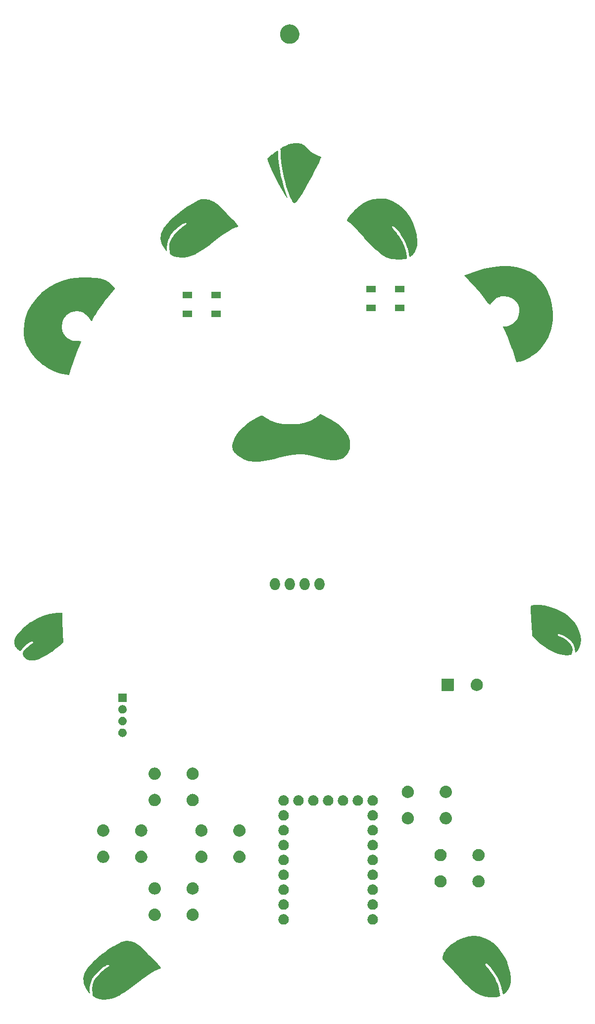
<source format=gbr>
G04 #@! TF.GenerationSoftware,KiCad,Pcbnew,8.0.5-8.0.5-0~ubuntu24.04.1*
G04 #@! TF.CreationDate,2024-10-08T07:52:30+09:00*
G04 #@! TF.ProjectId,gopher_bird_rp2040_sw,676f7068-6572-45f6-9269-72645f727032,rev?*
G04 #@! TF.SameCoordinates,Original*
G04 #@! TF.FileFunction,Soldermask,Top*
G04 #@! TF.FilePolarity,Negative*
%FSLAX46Y46*%
G04 Gerber Fmt 4.6, Leading zero omitted, Abs format (unit mm)*
G04 Created by KiCad (PCBNEW 8.0.5-8.0.5-0~ubuntu24.04.1) date 2024-10-08 07:52:30*
%MOMM*%
%LPD*%
G01*
G04 APERTURE LIST*
G04 APERTURE END LIST*
G36*
X82613057Y-180696010D02*
G01*
X82613059Y-180696010D01*
X83317403Y-180764488D01*
X83325322Y-180765258D01*
X83338913Y-180768354D01*
X83346379Y-180771088D01*
X83346383Y-180771089D01*
X84023629Y-181019095D01*
X84048913Y-181028354D01*
X84058890Y-181033199D01*
X84064258Y-181036512D01*
X84064267Y-181036517D01*
X84863782Y-181530045D01*
X84863788Y-181530049D01*
X84868890Y-181533199D01*
X84877287Y-181539569D01*
X85777287Y-182369569D01*
X85779627Y-182371859D01*
X85780911Y-182373194D01*
X85780915Y-182373197D01*
X86213095Y-182822215D01*
X86548864Y-183171066D01*
X87028055Y-183630291D01*
X87030526Y-183632816D01*
X87031882Y-183634294D01*
X87031886Y-183634298D01*
X87177944Y-183793485D01*
X87920526Y-184602816D01*
X87921707Y-184604146D01*
X87922366Y-184604913D01*
X87922369Y-184604916D01*
X88403148Y-185164189D01*
X88403148Y-185164190D01*
X88411707Y-185174146D01*
X88422680Y-185194196D01*
X88426452Y-185206771D01*
X88426454Y-185206774D01*
X88448319Y-185279657D01*
X88448319Y-185279659D01*
X88452680Y-185294196D01*
X88450240Y-185318214D01*
X88450318Y-185319774D01*
X88450015Y-185320427D01*
X88448426Y-185336075D01*
X88422229Y-185360308D01*
X88382875Y-185377697D01*
X87992310Y-185550272D01*
X87349732Y-185836960D01*
X87342208Y-185840952D01*
X86690043Y-186246085D01*
X85303662Y-187193612D01*
X85300914Y-187195602D01*
X84568290Y-187756963D01*
X84533452Y-187783657D01*
X84533221Y-187783833D01*
X84533079Y-187783939D01*
X84533005Y-187783997D01*
X83584110Y-188503160D01*
X83247184Y-188780628D01*
X83244964Y-188782456D01*
X83240940Y-188785472D01*
X82270940Y-189445472D01*
X82269405Y-189446479D01*
X81779405Y-189756479D01*
X81777063Y-189757881D01*
X81317063Y-190017881D01*
X81313107Y-190019911D01*
X80773107Y-190269911D01*
X80770042Y-190271218D01*
X80768275Y-190271909D01*
X80768269Y-190271912D01*
X80313674Y-190449797D01*
X80313670Y-190449797D01*
X80310042Y-190451218D01*
X80303507Y-190453316D01*
X79553507Y-190643316D01*
X79544916Y-190644780D01*
X78764916Y-190714780D01*
X78753696Y-190714637D01*
X78747352Y-190713905D01*
X78747344Y-190713905D01*
X77980815Y-190625459D01*
X77980810Y-190625457D01*
X77973696Y-190624637D01*
X77961453Y-190621778D01*
X77291453Y-190381778D01*
X77286200Y-190379584D01*
X77036200Y-190259584D01*
X77025172Y-190252568D01*
X77019403Y-190247848D01*
X76925403Y-190170939D01*
X76925402Y-190170938D01*
X76915172Y-190162568D01*
X76900807Y-190144597D01*
X76877651Y-190098284D01*
X76815128Y-189973240D01*
X76815127Y-189973237D01*
X76810807Y-189964597D01*
X76805659Y-189948491D01*
X76755659Y-189628491D01*
X76755090Y-189623138D01*
X76754916Y-189620095D01*
X76754913Y-189620066D01*
X76715401Y-188928601D01*
X76715401Y-188928587D01*
X76715090Y-188923138D01*
X76715382Y-188913532D01*
X76716023Y-188908112D01*
X76716024Y-188908106D01*
X76804601Y-188160123D01*
X76804602Y-188160118D01*
X76805382Y-188153532D01*
X76807973Y-188142162D01*
X76810125Y-188135884D01*
X76810127Y-188135877D01*
X77045318Y-187449904D01*
X77045319Y-187449900D01*
X77047973Y-187442162D01*
X77054353Y-187429319D01*
X77066957Y-187410566D01*
X77461676Y-186823301D01*
X77461679Y-186823296D01*
X77464353Y-186819319D01*
X77469586Y-186812695D01*
X77472832Y-186809177D01*
X77472842Y-186809166D01*
X77947816Y-186294610D01*
X77947844Y-186294581D01*
X77949586Y-186292695D01*
X77952835Y-186289457D01*
X77954730Y-186287719D01*
X77954749Y-186287701D01*
X78430574Y-185851529D01*
X78430580Y-185851523D01*
X78432835Y-185849457D01*
X78437000Y-185846000D01*
X78439453Y-185844159D01*
X78439463Y-185844152D01*
X78996305Y-185426521D01*
X78996317Y-185426512D01*
X78997000Y-185426000D01*
X78998209Y-185425119D01*
X78998828Y-185424680D01*
X78998911Y-185424620D01*
X79470073Y-185090880D01*
X79478156Y-185084060D01*
X79620337Y-184941879D01*
X79626274Y-184918131D01*
X79585915Y-184787692D01*
X79508288Y-184773137D01*
X79487924Y-184769321D01*
X79458243Y-184770847D01*
X79227370Y-184839254D01*
X79215374Y-184844209D01*
X78859820Y-185036400D01*
X78855996Y-185038648D01*
X78643334Y-185173980D01*
X78639391Y-185176706D01*
X78208039Y-185500220D01*
X78202913Y-185504515D01*
X78107743Y-185593340D01*
X77761011Y-185916956D01*
X77757455Y-185920555D01*
X77351096Y-186366559D01*
X77245650Y-186488228D01*
X76968530Y-186807981D01*
X76961940Y-186817137D01*
X76877035Y-186960821D01*
X76738301Y-187195602D01*
X76711206Y-187241454D01*
X76707568Y-187248627D01*
X76630130Y-187429319D01*
X76621620Y-187449176D01*
X76620549Y-187451840D01*
X76591861Y-187528344D01*
X76442178Y-187977393D01*
X76441796Y-187978499D01*
X76413517Y-188057678D01*
X76394803Y-188110079D01*
X76392297Y-188119237D01*
X76381835Y-188173291D01*
X76276445Y-188717801D01*
X76275327Y-188731395D01*
X76284980Y-189088514D01*
X76285000Y-189090000D01*
X76285000Y-189090811D01*
X76285000Y-189262681D01*
X76285483Y-189270441D01*
X76324575Y-189583178D01*
X76318173Y-189606457D01*
X76317991Y-189608008D01*
X76317583Y-189608602D01*
X76313414Y-189623767D01*
X76276822Y-189644575D01*
X76259480Y-189639806D01*
X76257908Y-189639812D01*
X76256123Y-189638883D01*
X76236233Y-189633414D01*
X76227886Y-189625376D01*
X76223425Y-189620066D01*
X76019429Y-189377213D01*
X76019428Y-189377211D01*
X76017886Y-189375376D01*
X76015310Y-189372060D01*
X75685310Y-188912060D01*
X75680328Y-188903615D01*
X75645919Y-188831238D01*
X75392996Y-188299229D01*
X75392993Y-188299220D01*
X75390328Y-188293615D01*
X75386642Y-188283339D01*
X75385134Y-188277309D01*
X75228386Y-187650318D01*
X75228385Y-187650311D01*
X75226642Y-187643339D01*
X75225006Y-187630821D01*
X75224898Y-187623630D01*
X75224898Y-187623625D01*
X75215115Y-186968127D01*
X75215115Y-186968126D01*
X75215006Y-186960821D01*
X75216310Y-186948069D01*
X75217893Y-186940941D01*
X75217895Y-186940931D01*
X75354416Y-186326587D01*
X75354418Y-186326579D01*
X75356310Y-186318069D01*
X75361663Y-186303760D01*
X75365822Y-186296097D01*
X75365824Y-186296094D01*
X75739483Y-185607775D01*
X75739485Y-185607770D01*
X75741663Y-185603760D01*
X75746000Y-185597000D01*
X75748738Y-185593349D01*
X75748744Y-185593340D01*
X76194572Y-184998903D01*
X76194581Y-184998890D01*
X76196000Y-184997000D01*
X76198648Y-184993737D01*
X76200194Y-184991973D01*
X76200207Y-184991958D01*
X76766396Y-184346304D01*
X76766405Y-184346294D01*
X76768648Y-184343737D01*
X76772857Y-184339436D01*
X77602857Y-183579436D01*
X77605522Y-183577148D01*
X77607061Y-183575909D01*
X77607084Y-183575890D01*
X78474571Y-182877913D01*
X78474576Y-182877908D01*
X78475522Y-182877148D01*
X78477181Y-182875865D01*
X78478133Y-182875156D01*
X78478159Y-182875137D01*
X78866916Y-182586062D01*
X78866928Y-182586052D01*
X78867181Y-182585865D01*
X78867436Y-182585677D01*
X78867532Y-182585606D01*
X78867749Y-182585446D01*
X79355572Y-182227045D01*
X79355598Y-182227026D01*
X79357436Y-182225677D01*
X79360768Y-182223411D01*
X79362716Y-182222188D01*
X79362723Y-182222184D01*
X80378499Y-181584834D01*
X80378510Y-181584827D01*
X80380768Y-181583411D01*
X80384854Y-181581085D01*
X80387212Y-181579872D01*
X80387238Y-181579858D01*
X81800595Y-180853273D01*
X81800610Y-180853266D01*
X81804854Y-180851085D01*
X81812607Y-180847822D01*
X81817142Y-180846310D01*
X81817150Y-180846307D01*
X81987552Y-180789506D01*
X81987562Y-180789503D01*
X81992607Y-180787822D01*
X82001706Y-180785629D01*
X82006959Y-180784827D01*
X82006962Y-180784827D01*
X82584027Y-180696800D01*
X82584029Y-180696799D01*
X82591706Y-180695629D01*
X82605322Y-180695258D01*
X82613057Y-180696010D01*
G37*
G36*
X141954697Y-179825201D02*
G01*
X141959888Y-179825645D01*
X141959897Y-179825646D01*
X142997552Y-179914588D01*
X142997556Y-179914588D01*
X143004697Y-179915201D01*
X143017027Y-179917702D01*
X143877027Y-180197702D01*
X143883778Y-180200406D01*
X144613778Y-180550406D01*
X144620045Y-180553931D01*
X144623475Y-180556168D01*
X144837899Y-180696010D01*
X144850045Y-180703931D01*
X144852227Y-180705431D01*
X145502227Y-181175431D01*
X145508891Y-181181109D01*
X146238891Y-181911109D01*
X146244117Y-181917157D01*
X146914117Y-182817157D01*
X146917466Y-182822215D01*
X146919210Y-182825195D01*
X146919211Y-182825196D01*
X147360717Y-183579436D01*
X147397466Y-183642215D01*
X147400333Y-183647829D01*
X147401782Y-183651119D01*
X147704969Y-184339436D01*
X147770333Y-184487829D01*
X147772376Y-184493213D01*
X148022376Y-185273213D01*
X148023718Y-185278194D01*
X148223718Y-186188194D01*
X148224672Y-186193999D01*
X148314672Y-187013999D01*
X148314979Y-187021527D01*
X148294979Y-187741527D01*
X148293803Y-187751413D01*
X148153803Y-188411413D01*
X148147988Y-188426873D01*
X147867988Y-188926873D01*
X147865556Y-188930817D01*
X147635556Y-189270817D01*
X147632638Y-189274742D01*
X147412638Y-189544742D01*
X147408891Y-189548891D01*
X147218891Y-189738891D01*
X147203048Y-189749938D01*
X147073048Y-189809938D01*
X147048920Y-189810896D01*
X147047390Y-189811192D01*
X147046701Y-189810984D01*
X147030986Y-189811609D01*
X147002838Y-189788297D01*
X146995769Y-189776516D01*
X146995768Y-189776515D01*
X146948143Y-189697140D01*
X146948141Y-189697136D01*
X146942838Y-189688297D01*
X146936221Y-189671524D01*
X146929425Y-189639812D01*
X146850355Y-189270817D01*
X146757468Y-188837347D01*
X146755832Y-188831238D01*
X146677439Y-188588472D01*
X146449535Y-187882709D01*
X146447225Y-187876649D01*
X146033164Y-186940083D01*
X146028885Y-186932043D01*
X145525334Y-186132286D01*
X145523238Y-186129168D01*
X145372328Y-185918689D01*
X145145339Y-185602100D01*
X145092224Y-185528201D01*
X144918073Y-185285904D01*
X144915002Y-185281973D01*
X144823623Y-185174146D01*
X144422691Y-184701047D01*
X144417407Y-184695534D01*
X144299506Y-184586702D01*
X144291778Y-184580621D01*
X144193347Y-184515000D01*
X144192543Y-184515000D01*
X144116095Y-184515868D01*
X144036739Y-184571417D01*
X144031429Y-184575582D01*
X143969357Y-184629894D01*
X143949976Y-184704405D01*
X143985969Y-184805185D01*
X143994556Y-184821323D01*
X144121215Y-184993218D01*
X144124655Y-184997480D01*
X144160979Y-185038648D01*
X144271241Y-185163611D01*
X144374872Y-185281060D01*
X144421241Y-185333611D01*
X144424211Y-185337284D01*
X144425802Y-185339435D01*
X144425810Y-185339444D01*
X144793820Y-185836754D01*
X144793872Y-185836826D01*
X144794211Y-185837284D01*
X144794895Y-185838228D01*
X145254895Y-186488228D01*
X145256913Y-186491292D01*
X145258004Y-186493075D01*
X145258008Y-186493081D01*
X145581385Y-187021527D01*
X145666913Y-187161292D01*
X145669938Y-187166952D01*
X145682683Y-187194567D01*
X145729734Y-187296510D01*
X145900741Y-187650318D01*
X146019519Y-187896066D01*
X146022100Y-187902378D01*
X146023340Y-187906044D01*
X146023342Y-187906049D01*
X146191149Y-188402176D01*
X146252100Y-188582378D01*
X146253255Y-188586257D01*
X146333255Y-188896257D01*
X146334010Y-188899613D01*
X146484010Y-189679613D01*
X146484637Y-189683696D01*
X146484904Y-189686013D01*
X146484908Y-189686037D01*
X146506417Y-189872452D01*
X146514637Y-189943696D01*
X146513932Y-189960786D01*
X146493932Y-190060786D01*
X146480497Y-190080847D01*
X146478537Y-190085022D01*
X146476647Y-190086596D01*
X146470509Y-190095763D01*
X146466337Y-190098284D01*
X146356337Y-190158284D01*
X146347393Y-190162178D01*
X146197393Y-190212178D01*
X146190786Y-190213932D01*
X145790786Y-190293932D01*
X145782747Y-190294931D01*
X145182747Y-190324931D01*
X145177845Y-190324958D01*
X144667845Y-190304958D01*
X144660540Y-190304180D01*
X144030540Y-190194180D01*
X144026415Y-190193296D01*
X143516415Y-190063296D01*
X143510799Y-190061540D01*
X143000799Y-189871540D01*
X142996581Y-189869765D01*
X142316581Y-189549765D01*
X142305890Y-189543145D01*
X141413133Y-188837353D01*
X141353354Y-188790093D01*
X141353353Y-188790092D01*
X141350890Y-188788145D01*
X141346741Y-188784513D01*
X140716741Y-188174513D01*
X140715981Y-188173762D01*
X140715569Y-188173347D01*
X140715512Y-188173291D01*
X139962103Y-187414893D01*
X139962073Y-187414861D01*
X139960981Y-187413762D01*
X139959062Y-187411730D01*
X138999299Y-186341994D01*
X138964036Y-186303760D01*
X138318440Y-185603760D01*
X138109947Y-185377697D01*
X137593632Y-184839254D01*
X137410919Y-184648711D01*
X136981569Y-184229346D01*
X136976368Y-184223485D01*
X136646368Y-183793485D01*
X136635313Y-183765859D01*
X136623019Y-183651119D01*
X136606714Y-183498942D01*
X136606714Y-183498938D01*
X136605313Y-183485859D01*
X136607671Y-183463070D01*
X136796987Y-182877913D01*
X136825420Y-182790027D01*
X136825420Y-182790025D01*
X136827671Y-182783070D01*
X136833019Y-182771403D01*
X136836819Y-182765158D01*
X136836822Y-182765154D01*
X137109789Y-182316708D01*
X137109793Y-182316702D01*
X137113019Y-182311403D01*
X137119586Y-182302695D01*
X137123791Y-182298139D01*
X137123799Y-182298129D01*
X137597706Y-181784730D01*
X137597724Y-181784712D01*
X137599586Y-181782695D01*
X137603041Y-181779269D01*
X137605080Y-181777418D01*
X137605096Y-181777403D01*
X138139713Y-181292287D01*
X138139728Y-181292275D01*
X138143041Y-181289269D01*
X138149247Y-181284401D01*
X138152961Y-181281895D01*
X138152969Y-181281890D01*
X139006616Y-180706174D01*
X139006635Y-180706162D01*
X139009247Y-180704401D01*
X139014028Y-180701519D01*
X139016801Y-180700033D01*
X139016825Y-180700019D01*
X139571531Y-180402855D01*
X139571560Y-180402840D01*
X139574028Y-180401519D01*
X139578520Y-180399368D01*
X139581101Y-180398272D01*
X139581122Y-180398263D01*
X140234427Y-180121103D01*
X140234444Y-180121097D01*
X140238520Y-180119368D01*
X140245908Y-180116836D01*
X140250195Y-180115699D01*
X140250200Y-180115698D01*
X141070530Y-179898261D01*
X141070535Y-179898260D01*
X141075908Y-179896836D01*
X141085538Y-179895181D01*
X141091079Y-179894729D01*
X141091085Y-179894729D01*
X141940337Y-179825604D01*
X141940341Y-179825604D01*
X141945538Y-179825181D01*
X141954697Y-179825201D01*
G37*
G36*
X109503983Y-176103936D02*
G01*
X109554180Y-176103936D01*
X109597524Y-176113149D01*
X109635659Y-176116905D01*
X109683566Y-176131437D01*
X109738424Y-176143098D01*
X109773530Y-176158728D01*
X109804566Y-176168143D01*
X109853884Y-176194504D01*
X109910500Y-176219711D01*
X109936822Y-176238835D01*
X109960232Y-176251348D01*
X110007988Y-176290540D01*
X110062887Y-176330427D01*
X110080711Y-176350223D01*
X110096675Y-176363324D01*
X110139572Y-176415594D01*
X110188924Y-176470405D01*
X110199292Y-176488363D01*
X110208651Y-176499767D01*
X110243273Y-176564542D01*
X110283104Y-176633530D01*
X110287685Y-176647630D01*
X110291856Y-176655433D01*
X110314852Y-176731242D01*
X110341311Y-176812672D01*
X110342242Y-176821532D01*
X110343094Y-176824340D01*
X110351384Y-176908513D01*
X110361000Y-177000000D01*
X110351383Y-177091494D01*
X110343094Y-177175659D01*
X110342242Y-177178466D01*
X110341311Y-177187328D01*
X110314848Y-177268771D01*
X110291856Y-177344566D01*
X110287686Y-177352366D01*
X110283104Y-177366470D01*
X110243266Y-177435470D01*
X110208651Y-177500232D01*
X110199294Y-177511633D01*
X110188924Y-177529595D01*
X110139563Y-177584415D01*
X110096675Y-177636675D01*
X110080714Y-177649773D01*
X110062887Y-177669573D01*
X110007977Y-177709467D01*
X109960232Y-177748651D01*
X109936827Y-177761161D01*
X109910500Y-177780289D01*
X109853873Y-177805500D01*
X109804566Y-177831856D01*
X109773537Y-177841268D01*
X109738424Y-177856902D01*
X109683555Y-177868564D01*
X109635659Y-177883094D01*
X109597532Y-177886849D01*
X109554180Y-177896064D01*
X109503973Y-177896064D01*
X109460000Y-177900395D01*
X109416027Y-177896064D01*
X109365820Y-177896064D01*
X109322467Y-177886849D01*
X109284340Y-177883094D01*
X109236441Y-177868563D01*
X109181576Y-177856902D01*
X109146464Y-177841269D01*
X109115433Y-177831856D01*
X109066120Y-177805498D01*
X109009500Y-177780289D01*
X108983175Y-177761163D01*
X108959767Y-177748651D01*
X108912013Y-177709460D01*
X108857113Y-177669573D01*
X108839287Y-177649776D01*
X108823324Y-177636675D01*
X108780425Y-177584402D01*
X108731076Y-177529595D01*
X108720708Y-177511637D01*
X108711348Y-177500232D01*
X108676719Y-177435447D01*
X108636896Y-177366470D01*
X108632315Y-177352371D01*
X108628143Y-177344566D01*
X108605136Y-177268725D01*
X108578689Y-177187328D01*
X108577758Y-177178471D01*
X108576905Y-177175659D01*
X108568600Y-177091342D01*
X108559000Y-177000000D01*
X108568599Y-176908664D01*
X108576905Y-176824340D01*
X108577758Y-176821527D01*
X108578689Y-176812672D01*
X108605132Y-176731288D01*
X108628143Y-176655433D01*
X108632315Y-176647626D01*
X108636896Y-176633530D01*
X108676712Y-176564565D01*
X108711348Y-176499767D01*
X108720710Y-176488359D01*
X108731076Y-176470405D01*
X108780416Y-176415607D01*
X108823324Y-176363324D01*
X108839291Y-176350219D01*
X108857113Y-176330427D01*
X108912002Y-176290546D01*
X108959767Y-176251348D01*
X108983180Y-176238833D01*
X109009500Y-176219711D01*
X109066109Y-176194506D01*
X109115433Y-176168143D01*
X109146471Y-176158727D01*
X109181576Y-176143098D01*
X109236430Y-176131438D01*
X109284340Y-176116905D01*
X109322476Y-176113148D01*
X109365820Y-176103936D01*
X109416016Y-176103936D01*
X109460000Y-176099604D01*
X109503983Y-176103936D01*
G37*
G36*
X124743983Y-176103936D02*
G01*
X124794180Y-176103936D01*
X124837524Y-176113149D01*
X124875659Y-176116905D01*
X124923566Y-176131437D01*
X124978424Y-176143098D01*
X125013530Y-176158728D01*
X125044566Y-176168143D01*
X125093884Y-176194504D01*
X125150500Y-176219711D01*
X125176822Y-176238835D01*
X125200232Y-176251348D01*
X125247988Y-176290540D01*
X125302887Y-176330427D01*
X125320711Y-176350223D01*
X125336675Y-176363324D01*
X125379572Y-176415594D01*
X125428924Y-176470405D01*
X125439292Y-176488363D01*
X125448651Y-176499767D01*
X125483273Y-176564542D01*
X125523104Y-176633530D01*
X125527685Y-176647630D01*
X125531856Y-176655433D01*
X125554852Y-176731242D01*
X125581311Y-176812672D01*
X125582242Y-176821532D01*
X125583094Y-176824340D01*
X125591384Y-176908513D01*
X125601000Y-177000000D01*
X125591383Y-177091494D01*
X125583094Y-177175659D01*
X125582242Y-177178466D01*
X125581311Y-177187328D01*
X125554848Y-177268771D01*
X125531856Y-177344566D01*
X125527686Y-177352366D01*
X125523104Y-177366470D01*
X125483266Y-177435470D01*
X125448651Y-177500232D01*
X125439294Y-177511633D01*
X125428924Y-177529595D01*
X125379563Y-177584415D01*
X125336675Y-177636675D01*
X125320714Y-177649773D01*
X125302887Y-177669573D01*
X125247977Y-177709467D01*
X125200232Y-177748651D01*
X125176827Y-177761161D01*
X125150500Y-177780289D01*
X125093873Y-177805500D01*
X125044566Y-177831856D01*
X125013537Y-177841268D01*
X124978424Y-177856902D01*
X124923555Y-177868564D01*
X124875659Y-177883094D01*
X124837532Y-177886849D01*
X124794180Y-177896064D01*
X124743973Y-177896064D01*
X124700000Y-177900395D01*
X124656027Y-177896064D01*
X124605820Y-177896064D01*
X124562467Y-177886849D01*
X124524340Y-177883094D01*
X124476441Y-177868563D01*
X124421576Y-177856902D01*
X124386464Y-177841269D01*
X124355433Y-177831856D01*
X124306120Y-177805498D01*
X124249500Y-177780289D01*
X124223175Y-177761163D01*
X124199767Y-177748651D01*
X124152013Y-177709460D01*
X124097113Y-177669573D01*
X124079287Y-177649776D01*
X124063324Y-177636675D01*
X124020425Y-177584402D01*
X123971076Y-177529595D01*
X123960708Y-177511637D01*
X123951348Y-177500232D01*
X123916719Y-177435447D01*
X123876896Y-177366470D01*
X123872315Y-177352371D01*
X123868143Y-177344566D01*
X123845136Y-177268725D01*
X123818689Y-177187328D01*
X123817758Y-177178471D01*
X123816905Y-177175659D01*
X123808600Y-177091342D01*
X123799000Y-177000000D01*
X123808599Y-176908664D01*
X123816905Y-176824340D01*
X123817758Y-176821527D01*
X123818689Y-176812672D01*
X123845132Y-176731288D01*
X123868143Y-176655433D01*
X123872315Y-176647626D01*
X123876896Y-176633530D01*
X123916712Y-176564565D01*
X123951348Y-176499767D01*
X123960710Y-176488359D01*
X123971076Y-176470405D01*
X124020416Y-176415607D01*
X124063324Y-176363324D01*
X124079291Y-176350219D01*
X124097113Y-176330427D01*
X124152002Y-176290546D01*
X124199767Y-176251348D01*
X124223180Y-176238833D01*
X124249500Y-176219711D01*
X124306109Y-176194506D01*
X124355433Y-176168143D01*
X124386471Y-176158727D01*
X124421576Y-176143098D01*
X124476430Y-176131438D01*
X124524340Y-176116905D01*
X124562476Y-176113148D01*
X124605820Y-176103936D01*
X124656016Y-176103936D01*
X124700000Y-176099604D01*
X124743983Y-176103936D01*
G37*
G36*
X87450938Y-175154017D02*
G01*
X87496923Y-175154017D01*
X87548139Y-175163590D01*
X87605040Y-175169195D01*
X87648261Y-175182306D01*
X87687474Y-175189636D01*
X87741785Y-175210676D01*
X87802200Y-175229003D01*
X87836720Y-175247454D01*
X87868232Y-175259662D01*
X87922977Y-175293559D01*
X87983904Y-175326125D01*
X88009506Y-175347136D01*
X88033048Y-175361713D01*
X88085212Y-175409267D01*
X88143169Y-175456831D01*
X88160342Y-175477757D01*
X88176301Y-175492305D01*
X88222629Y-175553653D01*
X88273875Y-175616096D01*
X88283783Y-175634634D01*
X88293122Y-175647000D01*
X88330274Y-175721613D01*
X88370997Y-175797800D01*
X88375340Y-175812117D01*
X88379528Y-175820528D01*
X88404267Y-175907476D01*
X88430805Y-175994960D01*
X88431676Y-176003811D01*
X88432577Y-176006975D01*
X88441938Y-176108002D01*
X88451000Y-176200000D01*
X88441938Y-176292005D01*
X88432577Y-176393024D01*
X88431676Y-176396187D01*
X88430805Y-176405040D01*
X88404262Y-176492538D01*
X88379528Y-176579471D01*
X88375341Y-176587879D01*
X88370997Y-176602200D01*
X88330267Y-176678399D01*
X88293122Y-176752999D01*
X88283785Y-176765362D01*
X88273875Y-176783904D01*
X88222620Y-176846357D01*
X88176301Y-176907694D01*
X88160345Y-176922238D01*
X88143169Y-176943169D01*
X88085201Y-176990741D01*
X88033048Y-177038286D01*
X88009511Y-177052859D01*
X87983904Y-177073875D01*
X87922965Y-177106447D01*
X87868232Y-177140337D01*
X87836726Y-177152542D01*
X87802200Y-177170997D01*
X87741773Y-177189327D01*
X87687474Y-177210363D01*
X87648268Y-177217691D01*
X87605040Y-177230805D01*
X87548136Y-177236409D01*
X87496923Y-177245983D01*
X87450938Y-177245983D01*
X87400000Y-177251000D01*
X87349062Y-177245983D01*
X87303077Y-177245983D01*
X87251863Y-177236409D01*
X87194960Y-177230805D01*
X87151732Y-177217692D01*
X87112525Y-177210363D01*
X87058221Y-177189325D01*
X86997800Y-177170997D01*
X86963275Y-177152543D01*
X86931767Y-177140337D01*
X86877027Y-177106443D01*
X86816096Y-177073875D01*
X86790491Y-177052861D01*
X86766951Y-177038286D01*
X86714788Y-176990733D01*
X86656831Y-176943169D01*
X86639656Y-176922242D01*
X86623698Y-176907694D01*
X86577367Y-176846342D01*
X86526125Y-176783904D01*
X86516216Y-176765366D01*
X86506877Y-176752999D01*
X86469717Y-176678372D01*
X86429003Y-176602200D01*
X86424660Y-176587884D01*
X86420471Y-176579471D01*
X86395721Y-176492485D01*
X86369195Y-176405040D01*
X86368323Y-176396192D01*
X86367422Y-176393024D01*
X86358044Y-176291833D01*
X86349000Y-176200000D01*
X86358044Y-176108173D01*
X86367422Y-176006975D01*
X86368323Y-176003805D01*
X86369195Y-175994960D01*
X86395716Y-175907529D01*
X86420471Y-175820528D01*
X86424661Y-175812112D01*
X86429003Y-175797800D01*
X86469710Y-175721641D01*
X86506877Y-175647000D01*
X86516218Y-175634629D01*
X86526125Y-175616096D01*
X86577357Y-175553668D01*
X86623698Y-175492305D01*
X86639660Y-175477753D01*
X86656831Y-175456831D01*
X86714777Y-175409275D01*
X86766951Y-175361713D01*
X86790496Y-175347134D01*
X86816096Y-175326125D01*
X86877015Y-175293563D01*
X86931767Y-175259662D01*
X86963282Y-175247452D01*
X86997800Y-175229003D01*
X87058209Y-175210677D01*
X87112525Y-175189636D01*
X87151739Y-175182305D01*
X87194960Y-175169195D01*
X87251860Y-175163590D01*
X87303077Y-175154017D01*
X87349062Y-175154017D01*
X87400000Y-175149000D01*
X87450938Y-175154017D01*
G37*
G36*
X93950938Y-175154017D02*
G01*
X93996923Y-175154017D01*
X94048139Y-175163590D01*
X94105040Y-175169195D01*
X94148261Y-175182306D01*
X94187474Y-175189636D01*
X94241785Y-175210676D01*
X94302200Y-175229003D01*
X94336720Y-175247454D01*
X94368232Y-175259662D01*
X94422977Y-175293559D01*
X94483904Y-175326125D01*
X94509506Y-175347136D01*
X94533048Y-175361713D01*
X94585212Y-175409267D01*
X94643169Y-175456831D01*
X94660342Y-175477757D01*
X94676301Y-175492305D01*
X94722629Y-175553653D01*
X94773875Y-175616096D01*
X94783783Y-175634634D01*
X94793122Y-175647000D01*
X94830274Y-175721613D01*
X94870997Y-175797800D01*
X94875340Y-175812117D01*
X94879528Y-175820528D01*
X94904267Y-175907476D01*
X94930805Y-175994960D01*
X94931676Y-176003811D01*
X94932577Y-176006975D01*
X94941938Y-176108002D01*
X94951000Y-176200000D01*
X94941938Y-176292005D01*
X94932577Y-176393024D01*
X94931676Y-176396187D01*
X94930805Y-176405040D01*
X94904262Y-176492538D01*
X94879528Y-176579471D01*
X94875341Y-176587879D01*
X94870997Y-176602200D01*
X94830267Y-176678399D01*
X94793122Y-176752999D01*
X94783785Y-176765362D01*
X94773875Y-176783904D01*
X94722620Y-176846357D01*
X94676301Y-176907694D01*
X94660345Y-176922238D01*
X94643169Y-176943169D01*
X94585201Y-176990741D01*
X94533048Y-177038286D01*
X94509511Y-177052859D01*
X94483904Y-177073875D01*
X94422965Y-177106447D01*
X94368232Y-177140337D01*
X94336726Y-177152542D01*
X94302200Y-177170997D01*
X94241773Y-177189327D01*
X94187474Y-177210363D01*
X94148268Y-177217691D01*
X94105040Y-177230805D01*
X94048136Y-177236409D01*
X93996923Y-177245983D01*
X93950938Y-177245983D01*
X93900000Y-177251000D01*
X93849062Y-177245983D01*
X93803077Y-177245983D01*
X93751863Y-177236409D01*
X93694960Y-177230805D01*
X93651732Y-177217692D01*
X93612525Y-177210363D01*
X93558221Y-177189325D01*
X93497800Y-177170997D01*
X93463275Y-177152543D01*
X93431767Y-177140337D01*
X93377027Y-177106443D01*
X93316096Y-177073875D01*
X93290491Y-177052861D01*
X93266951Y-177038286D01*
X93214788Y-176990733D01*
X93156831Y-176943169D01*
X93139656Y-176922242D01*
X93123698Y-176907694D01*
X93077367Y-176846342D01*
X93026125Y-176783904D01*
X93016216Y-176765366D01*
X93006877Y-176752999D01*
X92969717Y-176678372D01*
X92929003Y-176602200D01*
X92924660Y-176587884D01*
X92920471Y-176579471D01*
X92895721Y-176492485D01*
X92869195Y-176405040D01*
X92868323Y-176396192D01*
X92867422Y-176393024D01*
X92858044Y-176291833D01*
X92849000Y-176200000D01*
X92858044Y-176108173D01*
X92867422Y-176006975D01*
X92868323Y-176003805D01*
X92869195Y-175994960D01*
X92895716Y-175907529D01*
X92920471Y-175820528D01*
X92924661Y-175812112D01*
X92929003Y-175797800D01*
X92969710Y-175721641D01*
X93006877Y-175647000D01*
X93016218Y-175634629D01*
X93026125Y-175616096D01*
X93077357Y-175553668D01*
X93123698Y-175492305D01*
X93139660Y-175477753D01*
X93156831Y-175456831D01*
X93214777Y-175409275D01*
X93266951Y-175361713D01*
X93290496Y-175347134D01*
X93316096Y-175326125D01*
X93377015Y-175293563D01*
X93431767Y-175259662D01*
X93463282Y-175247452D01*
X93497800Y-175229003D01*
X93558209Y-175210677D01*
X93612525Y-175189636D01*
X93651739Y-175182305D01*
X93694960Y-175169195D01*
X93751860Y-175163590D01*
X93803077Y-175154017D01*
X93849062Y-175154017D01*
X93900000Y-175149000D01*
X93950938Y-175154017D01*
G37*
G36*
X109503983Y-173563936D02*
G01*
X109554180Y-173563936D01*
X109597524Y-173573149D01*
X109635659Y-173576905D01*
X109683566Y-173591437D01*
X109738424Y-173603098D01*
X109773530Y-173618728D01*
X109804566Y-173628143D01*
X109853884Y-173654504D01*
X109910500Y-173679711D01*
X109936822Y-173698835D01*
X109960232Y-173711348D01*
X110007988Y-173750540D01*
X110062887Y-173790427D01*
X110080711Y-173810223D01*
X110096675Y-173823324D01*
X110139572Y-173875594D01*
X110188924Y-173930405D01*
X110199292Y-173948363D01*
X110208651Y-173959767D01*
X110243273Y-174024542D01*
X110283104Y-174093530D01*
X110287685Y-174107630D01*
X110291856Y-174115433D01*
X110314852Y-174191242D01*
X110341311Y-174272672D01*
X110342242Y-174281532D01*
X110343094Y-174284340D01*
X110351384Y-174368513D01*
X110361000Y-174460000D01*
X110351383Y-174551494D01*
X110343094Y-174635659D01*
X110342242Y-174638466D01*
X110341311Y-174647328D01*
X110314848Y-174728771D01*
X110291856Y-174804566D01*
X110287686Y-174812366D01*
X110283104Y-174826470D01*
X110243266Y-174895470D01*
X110208651Y-174960232D01*
X110199294Y-174971633D01*
X110188924Y-174989595D01*
X110139563Y-175044415D01*
X110096675Y-175096675D01*
X110080714Y-175109773D01*
X110062887Y-175129573D01*
X110007977Y-175169467D01*
X109960232Y-175208651D01*
X109936827Y-175221161D01*
X109910500Y-175240289D01*
X109853873Y-175265500D01*
X109804566Y-175291856D01*
X109773537Y-175301268D01*
X109738424Y-175316902D01*
X109683555Y-175328564D01*
X109635659Y-175343094D01*
X109597532Y-175346849D01*
X109554180Y-175356064D01*
X109503973Y-175356064D01*
X109460000Y-175360395D01*
X109416027Y-175356064D01*
X109365820Y-175356064D01*
X109322467Y-175346849D01*
X109284340Y-175343094D01*
X109236441Y-175328563D01*
X109181576Y-175316902D01*
X109146464Y-175301269D01*
X109115433Y-175291856D01*
X109066120Y-175265498D01*
X109009500Y-175240289D01*
X108983175Y-175221163D01*
X108959767Y-175208651D01*
X108912013Y-175169460D01*
X108857113Y-175129573D01*
X108839287Y-175109776D01*
X108823324Y-175096675D01*
X108780425Y-175044402D01*
X108731076Y-174989595D01*
X108720708Y-174971637D01*
X108711348Y-174960232D01*
X108676719Y-174895447D01*
X108636896Y-174826470D01*
X108632315Y-174812371D01*
X108628143Y-174804566D01*
X108605136Y-174728725D01*
X108578689Y-174647328D01*
X108577758Y-174638471D01*
X108576905Y-174635659D01*
X108568600Y-174551342D01*
X108559000Y-174460000D01*
X108568599Y-174368664D01*
X108576905Y-174284340D01*
X108577758Y-174281527D01*
X108578689Y-174272672D01*
X108605132Y-174191288D01*
X108628143Y-174115433D01*
X108632315Y-174107626D01*
X108636896Y-174093530D01*
X108676712Y-174024565D01*
X108711348Y-173959767D01*
X108720710Y-173948359D01*
X108731076Y-173930405D01*
X108780416Y-173875607D01*
X108823324Y-173823324D01*
X108839291Y-173810219D01*
X108857113Y-173790427D01*
X108912002Y-173750546D01*
X108959767Y-173711348D01*
X108983180Y-173698833D01*
X109009500Y-173679711D01*
X109066109Y-173654506D01*
X109115433Y-173628143D01*
X109146471Y-173618727D01*
X109181576Y-173603098D01*
X109236430Y-173591438D01*
X109284340Y-173576905D01*
X109322476Y-173573148D01*
X109365820Y-173563936D01*
X109416016Y-173563936D01*
X109460000Y-173559604D01*
X109503983Y-173563936D01*
G37*
G36*
X124743983Y-173563936D02*
G01*
X124794180Y-173563936D01*
X124837524Y-173573149D01*
X124875659Y-173576905D01*
X124923566Y-173591437D01*
X124978424Y-173603098D01*
X125013530Y-173618728D01*
X125044566Y-173628143D01*
X125093884Y-173654504D01*
X125150500Y-173679711D01*
X125176822Y-173698835D01*
X125200232Y-173711348D01*
X125247988Y-173750540D01*
X125302887Y-173790427D01*
X125320711Y-173810223D01*
X125336675Y-173823324D01*
X125379572Y-173875594D01*
X125428924Y-173930405D01*
X125439292Y-173948363D01*
X125448651Y-173959767D01*
X125483273Y-174024542D01*
X125523104Y-174093530D01*
X125527685Y-174107630D01*
X125531856Y-174115433D01*
X125554852Y-174191242D01*
X125581311Y-174272672D01*
X125582242Y-174281532D01*
X125583094Y-174284340D01*
X125591384Y-174368513D01*
X125601000Y-174460000D01*
X125591383Y-174551494D01*
X125583094Y-174635659D01*
X125582242Y-174638466D01*
X125581311Y-174647328D01*
X125554848Y-174728771D01*
X125531856Y-174804566D01*
X125527686Y-174812366D01*
X125523104Y-174826470D01*
X125483266Y-174895470D01*
X125448651Y-174960232D01*
X125439294Y-174971633D01*
X125428924Y-174989595D01*
X125379563Y-175044415D01*
X125336675Y-175096675D01*
X125320714Y-175109773D01*
X125302887Y-175129573D01*
X125247977Y-175169467D01*
X125200232Y-175208651D01*
X125176827Y-175221161D01*
X125150500Y-175240289D01*
X125093873Y-175265500D01*
X125044566Y-175291856D01*
X125013537Y-175301268D01*
X124978424Y-175316902D01*
X124923555Y-175328564D01*
X124875659Y-175343094D01*
X124837532Y-175346849D01*
X124794180Y-175356064D01*
X124743973Y-175356064D01*
X124700000Y-175360395D01*
X124656027Y-175356064D01*
X124605820Y-175356064D01*
X124562467Y-175346849D01*
X124524340Y-175343094D01*
X124476441Y-175328563D01*
X124421576Y-175316902D01*
X124386464Y-175301269D01*
X124355433Y-175291856D01*
X124306120Y-175265498D01*
X124249500Y-175240289D01*
X124223175Y-175221163D01*
X124199767Y-175208651D01*
X124152013Y-175169460D01*
X124097113Y-175129573D01*
X124079287Y-175109776D01*
X124063324Y-175096675D01*
X124020425Y-175044402D01*
X123971076Y-174989595D01*
X123960708Y-174971637D01*
X123951348Y-174960232D01*
X123916719Y-174895447D01*
X123876896Y-174826470D01*
X123872315Y-174812371D01*
X123868143Y-174804566D01*
X123845136Y-174728725D01*
X123818689Y-174647328D01*
X123817758Y-174638471D01*
X123816905Y-174635659D01*
X123808600Y-174551342D01*
X123799000Y-174460000D01*
X123808599Y-174368664D01*
X123816905Y-174284340D01*
X123817758Y-174281527D01*
X123818689Y-174272672D01*
X123845132Y-174191288D01*
X123868143Y-174115433D01*
X123872315Y-174107626D01*
X123876896Y-174093530D01*
X123916712Y-174024565D01*
X123951348Y-173959767D01*
X123960710Y-173948359D01*
X123971076Y-173930405D01*
X124020416Y-173875607D01*
X124063324Y-173823324D01*
X124079291Y-173810219D01*
X124097113Y-173790427D01*
X124152002Y-173750546D01*
X124199767Y-173711348D01*
X124223180Y-173698833D01*
X124249500Y-173679711D01*
X124306109Y-173654506D01*
X124355433Y-173628143D01*
X124386471Y-173618727D01*
X124421576Y-173603098D01*
X124476430Y-173591438D01*
X124524340Y-173576905D01*
X124562476Y-173573148D01*
X124605820Y-173563936D01*
X124656016Y-173563936D01*
X124700000Y-173559604D01*
X124743983Y-173563936D01*
G37*
G36*
X109503983Y-171023936D02*
G01*
X109554180Y-171023936D01*
X109597524Y-171033149D01*
X109635659Y-171036905D01*
X109683566Y-171051437D01*
X109738424Y-171063098D01*
X109773530Y-171078728D01*
X109804566Y-171088143D01*
X109853884Y-171114504D01*
X109910500Y-171139711D01*
X109936822Y-171158835D01*
X109960232Y-171171348D01*
X110007988Y-171210540D01*
X110062887Y-171250427D01*
X110080711Y-171270223D01*
X110096675Y-171283324D01*
X110139572Y-171335594D01*
X110188924Y-171390405D01*
X110199292Y-171408363D01*
X110208651Y-171419767D01*
X110243273Y-171484542D01*
X110283104Y-171553530D01*
X110287685Y-171567630D01*
X110291856Y-171575433D01*
X110314852Y-171651242D01*
X110341311Y-171732672D01*
X110342242Y-171741532D01*
X110343094Y-171744340D01*
X110351384Y-171828513D01*
X110361000Y-171920000D01*
X110351383Y-172011494D01*
X110343094Y-172095659D01*
X110342242Y-172098466D01*
X110341311Y-172107328D01*
X110314848Y-172188771D01*
X110291856Y-172264566D01*
X110287686Y-172272366D01*
X110283104Y-172286470D01*
X110243266Y-172355470D01*
X110208651Y-172420232D01*
X110199294Y-172431633D01*
X110188924Y-172449595D01*
X110139563Y-172504415D01*
X110096675Y-172556675D01*
X110080714Y-172569773D01*
X110062887Y-172589573D01*
X110007977Y-172629467D01*
X109960232Y-172668651D01*
X109936827Y-172681161D01*
X109910500Y-172700289D01*
X109853873Y-172725500D01*
X109804566Y-172751856D01*
X109773537Y-172761268D01*
X109738424Y-172776902D01*
X109683555Y-172788564D01*
X109635659Y-172803094D01*
X109597532Y-172806849D01*
X109554180Y-172816064D01*
X109503973Y-172816064D01*
X109460000Y-172820395D01*
X109416027Y-172816064D01*
X109365820Y-172816064D01*
X109322467Y-172806849D01*
X109284340Y-172803094D01*
X109236441Y-172788563D01*
X109181576Y-172776902D01*
X109146464Y-172761269D01*
X109115433Y-172751856D01*
X109066120Y-172725498D01*
X109009500Y-172700289D01*
X108983175Y-172681163D01*
X108959767Y-172668651D01*
X108912013Y-172629460D01*
X108857113Y-172589573D01*
X108839287Y-172569776D01*
X108823324Y-172556675D01*
X108780425Y-172504402D01*
X108731076Y-172449595D01*
X108720708Y-172431637D01*
X108711348Y-172420232D01*
X108676719Y-172355447D01*
X108636896Y-172286470D01*
X108632315Y-172272371D01*
X108628143Y-172264566D01*
X108605136Y-172188725D01*
X108578689Y-172107328D01*
X108577758Y-172098471D01*
X108576905Y-172095659D01*
X108568600Y-172011342D01*
X108559000Y-171920000D01*
X108568599Y-171828664D01*
X108576905Y-171744340D01*
X108577758Y-171741527D01*
X108578689Y-171732672D01*
X108605132Y-171651288D01*
X108628143Y-171575433D01*
X108632315Y-171567626D01*
X108636896Y-171553530D01*
X108676712Y-171484565D01*
X108711348Y-171419767D01*
X108720710Y-171408359D01*
X108731076Y-171390405D01*
X108780416Y-171335607D01*
X108823324Y-171283324D01*
X108839291Y-171270219D01*
X108857113Y-171250427D01*
X108912002Y-171210546D01*
X108959767Y-171171348D01*
X108983180Y-171158833D01*
X109009500Y-171139711D01*
X109066109Y-171114506D01*
X109115433Y-171088143D01*
X109146471Y-171078727D01*
X109181576Y-171063098D01*
X109236430Y-171051438D01*
X109284340Y-171036905D01*
X109322476Y-171033148D01*
X109365820Y-171023936D01*
X109416016Y-171023936D01*
X109460000Y-171019604D01*
X109503983Y-171023936D01*
G37*
G36*
X124743983Y-171023936D02*
G01*
X124794180Y-171023936D01*
X124837524Y-171033149D01*
X124875659Y-171036905D01*
X124923566Y-171051437D01*
X124978424Y-171063098D01*
X125013530Y-171078728D01*
X125044566Y-171088143D01*
X125093884Y-171114504D01*
X125150500Y-171139711D01*
X125176822Y-171158835D01*
X125200232Y-171171348D01*
X125247988Y-171210540D01*
X125302887Y-171250427D01*
X125320711Y-171270223D01*
X125336675Y-171283324D01*
X125379572Y-171335594D01*
X125428924Y-171390405D01*
X125439292Y-171408363D01*
X125448651Y-171419767D01*
X125483273Y-171484542D01*
X125523104Y-171553530D01*
X125527685Y-171567630D01*
X125531856Y-171575433D01*
X125554852Y-171651242D01*
X125581311Y-171732672D01*
X125582242Y-171741532D01*
X125583094Y-171744340D01*
X125591384Y-171828513D01*
X125601000Y-171920000D01*
X125591383Y-172011494D01*
X125583094Y-172095659D01*
X125582242Y-172098466D01*
X125581311Y-172107328D01*
X125554848Y-172188771D01*
X125531856Y-172264566D01*
X125527686Y-172272366D01*
X125523104Y-172286470D01*
X125483266Y-172355470D01*
X125448651Y-172420232D01*
X125439294Y-172431633D01*
X125428924Y-172449595D01*
X125379563Y-172504415D01*
X125336675Y-172556675D01*
X125320714Y-172569773D01*
X125302887Y-172589573D01*
X125247977Y-172629467D01*
X125200232Y-172668651D01*
X125176827Y-172681161D01*
X125150500Y-172700289D01*
X125093873Y-172725500D01*
X125044566Y-172751856D01*
X125013537Y-172761268D01*
X124978424Y-172776902D01*
X124923555Y-172788564D01*
X124875659Y-172803094D01*
X124837532Y-172806849D01*
X124794180Y-172816064D01*
X124743973Y-172816064D01*
X124700000Y-172820395D01*
X124656027Y-172816064D01*
X124605820Y-172816064D01*
X124562467Y-172806849D01*
X124524340Y-172803094D01*
X124476441Y-172788563D01*
X124421576Y-172776902D01*
X124386464Y-172761269D01*
X124355433Y-172751856D01*
X124306120Y-172725498D01*
X124249500Y-172700289D01*
X124223175Y-172681163D01*
X124199767Y-172668651D01*
X124152013Y-172629460D01*
X124097113Y-172589573D01*
X124079287Y-172569776D01*
X124063324Y-172556675D01*
X124020425Y-172504402D01*
X123971076Y-172449595D01*
X123960708Y-172431637D01*
X123951348Y-172420232D01*
X123916719Y-172355447D01*
X123876896Y-172286470D01*
X123872315Y-172272371D01*
X123868143Y-172264566D01*
X123845136Y-172188725D01*
X123818689Y-172107328D01*
X123817758Y-172098471D01*
X123816905Y-172095659D01*
X123808600Y-172011342D01*
X123799000Y-171920000D01*
X123808599Y-171828664D01*
X123816905Y-171744340D01*
X123817758Y-171741527D01*
X123818689Y-171732672D01*
X123845132Y-171651288D01*
X123868143Y-171575433D01*
X123872315Y-171567626D01*
X123876896Y-171553530D01*
X123916712Y-171484565D01*
X123951348Y-171419767D01*
X123960710Y-171408359D01*
X123971076Y-171390405D01*
X124020416Y-171335607D01*
X124063324Y-171283324D01*
X124079291Y-171270219D01*
X124097113Y-171250427D01*
X124152002Y-171210546D01*
X124199767Y-171171348D01*
X124223180Y-171158833D01*
X124249500Y-171139711D01*
X124306109Y-171114506D01*
X124355433Y-171088143D01*
X124386471Y-171078727D01*
X124421576Y-171063098D01*
X124476430Y-171051438D01*
X124524340Y-171036905D01*
X124562476Y-171033148D01*
X124605820Y-171023936D01*
X124656016Y-171023936D01*
X124700000Y-171019604D01*
X124743983Y-171023936D01*
G37*
G36*
X87450938Y-170654017D02*
G01*
X87496923Y-170654017D01*
X87548139Y-170663590D01*
X87605040Y-170669195D01*
X87648261Y-170682306D01*
X87687474Y-170689636D01*
X87741785Y-170710676D01*
X87802200Y-170729003D01*
X87836720Y-170747454D01*
X87868232Y-170759662D01*
X87922977Y-170793559D01*
X87983904Y-170826125D01*
X88009506Y-170847136D01*
X88033048Y-170861713D01*
X88085212Y-170909267D01*
X88143169Y-170956831D01*
X88160342Y-170977757D01*
X88176301Y-170992305D01*
X88222629Y-171053653D01*
X88273875Y-171116096D01*
X88283783Y-171134634D01*
X88293122Y-171147000D01*
X88330274Y-171221613D01*
X88370997Y-171297800D01*
X88375340Y-171312117D01*
X88379528Y-171320528D01*
X88404267Y-171407476D01*
X88430805Y-171494960D01*
X88431676Y-171503811D01*
X88432577Y-171506975D01*
X88441938Y-171608002D01*
X88451000Y-171700000D01*
X88441938Y-171792005D01*
X88432577Y-171893024D01*
X88431676Y-171896187D01*
X88430805Y-171905040D01*
X88404262Y-171992538D01*
X88379528Y-172079471D01*
X88375341Y-172087879D01*
X88370997Y-172102200D01*
X88330267Y-172178399D01*
X88293122Y-172252999D01*
X88283785Y-172265362D01*
X88273875Y-172283904D01*
X88222620Y-172346357D01*
X88176301Y-172407694D01*
X88160345Y-172422238D01*
X88143169Y-172443169D01*
X88085201Y-172490741D01*
X88033048Y-172538286D01*
X88009511Y-172552859D01*
X87983904Y-172573875D01*
X87922965Y-172606447D01*
X87868232Y-172640337D01*
X87836726Y-172652542D01*
X87802200Y-172670997D01*
X87741773Y-172689327D01*
X87687474Y-172710363D01*
X87648268Y-172717691D01*
X87605040Y-172730805D01*
X87548136Y-172736409D01*
X87496923Y-172745983D01*
X87450938Y-172745983D01*
X87400000Y-172751000D01*
X87349062Y-172745983D01*
X87303077Y-172745983D01*
X87251863Y-172736409D01*
X87194960Y-172730805D01*
X87151732Y-172717692D01*
X87112525Y-172710363D01*
X87058221Y-172689325D01*
X86997800Y-172670997D01*
X86963275Y-172652543D01*
X86931767Y-172640337D01*
X86877027Y-172606443D01*
X86816096Y-172573875D01*
X86790491Y-172552861D01*
X86766951Y-172538286D01*
X86714788Y-172490733D01*
X86656831Y-172443169D01*
X86639656Y-172422242D01*
X86623698Y-172407694D01*
X86577367Y-172346342D01*
X86526125Y-172283904D01*
X86516216Y-172265366D01*
X86506877Y-172252999D01*
X86469717Y-172178372D01*
X86429003Y-172102200D01*
X86424660Y-172087884D01*
X86420471Y-172079471D01*
X86395721Y-171992485D01*
X86369195Y-171905040D01*
X86368323Y-171896192D01*
X86367422Y-171893024D01*
X86358044Y-171791833D01*
X86349000Y-171700000D01*
X86358044Y-171608173D01*
X86367422Y-171506975D01*
X86368323Y-171503805D01*
X86369195Y-171494960D01*
X86395716Y-171407529D01*
X86420471Y-171320528D01*
X86424661Y-171312112D01*
X86429003Y-171297800D01*
X86469710Y-171221641D01*
X86506877Y-171147000D01*
X86516218Y-171134629D01*
X86526125Y-171116096D01*
X86577357Y-171053668D01*
X86623698Y-170992305D01*
X86639660Y-170977753D01*
X86656831Y-170956831D01*
X86714777Y-170909275D01*
X86766951Y-170861713D01*
X86790496Y-170847134D01*
X86816096Y-170826125D01*
X86877015Y-170793563D01*
X86931767Y-170759662D01*
X86963282Y-170747452D01*
X86997800Y-170729003D01*
X87058209Y-170710677D01*
X87112525Y-170689636D01*
X87151739Y-170682305D01*
X87194960Y-170669195D01*
X87251860Y-170663590D01*
X87303077Y-170654017D01*
X87349062Y-170654017D01*
X87400000Y-170649000D01*
X87450938Y-170654017D01*
G37*
G36*
X93950938Y-170654017D02*
G01*
X93996923Y-170654017D01*
X94048139Y-170663590D01*
X94105040Y-170669195D01*
X94148261Y-170682306D01*
X94187474Y-170689636D01*
X94241785Y-170710676D01*
X94302200Y-170729003D01*
X94336720Y-170747454D01*
X94368232Y-170759662D01*
X94422977Y-170793559D01*
X94483904Y-170826125D01*
X94509506Y-170847136D01*
X94533048Y-170861713D01*
X94585212Y-170909267D01*
X94643169Y-170956831D01*
X94660342Y-170977757D01*
X94676301Y-170992305D01*
X94722629Y-171053653D01*
X94773875Y-171116096D01*
X94783783Y-171134634D01*
X94793122Y-171147000D01*
X94830274Y-171221613D01*
X94870997Y-171297800D01*
X94875340Y-171312117D01*
X94879528Y-171320528D01*
X94904267Y-171407476D01*
X94930805Y-171494960D01*
X94931676Y-171503811D01*
X94932577Y-171506975D01*
X94941938Y-171608002D01*
X94951000Y-171700000D01*
X94941938Y-171792005D01*
X94932577Y-171893024D01*
X94931676Y-171896187D01*
X94930805Y-171905040D01*
X94904262Y-171992538D01*
X94879528Y-172079471D01*
X94875341Y-172087879D01*
X94870997Y-172102200D01*
X94830267Y-172178399D01*
X94793122Y-172252999D01*
X94783785Y-172265362D01*
X94773875Y-172283904D01*
X94722620Y-172346357D01*
X94676301Y-172407694D01*
X94660345Y-172422238D01*
X94643169Y-172443169D01*
X94585201Y-172490741D01*
X94533048Y-172538286D01*
X94509511Y-172552859D01*
X94483904Y-172573875D01*
X94422965Y-172606447D01*
X94368232Y-172640337D01*
X94336726Y-172652542D01*
X94302200Y-172670997D01*
X94241773Y-172689327D01*
X94187474Y-172710363D01*
X94148268Y-172717691D01*
X94105040Y-172730805D01*
X94048136Y-172736409D01*
X93996923Y-172745983D01*
X93950938Y-172745983D01*
X93900000Y-172751000D01*
X93849062Y-172745983D01*
X93803077Y-172745983D01*
X93751863Y-172736409D01*
X93694960Y-172730805D01*
X93651732Y-172717692D01*
X93612525Y-172710363D01*
X93558221Y-172689325D01*
X93497800Y-172670997D01*
X93463275Y-172652543D01*
X93431767Y-172640337D01*
X93377027Y-172606443D01*
X93316096Y-172573875D01*
X93290491Y-172552861D01*
X93266951Y-172538286D01*
X93214788Y-172490733D01*
X93156831Y-172443169D01*
X93139656Y-172422242D01*
X93123698Y-172407694D01*
X93077367Y-172346342D01*
X93026125Y-172283904D01*
X93016216Y-172265366D01*
X93006877Y-172252999D01*
X92969717Y-172178372D01*
X92929003Y-172102200D01*
X92924660Y-172087884D01*
X92920471Y-172079471D01*
X92895721Y-171992485D01*
X92869195Y-171905040D01*
X92868323Y-171896192D01*
X92867422Y-171893024D01*
X92858044Y-171791833D01*
X92849000Y-171700000D01*
X92858044Y-171608173D01*
X92867422Y-171506975D01*
X92868323Y-171503805D01*
X92869195Y-171494960D01*
X92895716Y-171407529D01*
X92920471Y-171320528D01*
X92924661Y-171312112D01*
X92929003Y-171297800D01*
X92969710Y-171221641D01*
X93006877Y-171147000D01*
X93016218Y-171134629D01*
X93026125Y-171116096D01*
X93077357Y-171053668D01*
X93123698Y-170992305D01*
X93139660Y-170977753D01*
X93156831Y-170956831D01*
X93214777Y-170909275D01*
X93266951Y-170861713D01*
X93290496Y-170847134D01*
X93316096Y-170826125D01*
X93377015Y-170793563D01*
X93431767Y-170759662D01*
X93463282Y-170747452D01*
X93497800Y-170729003D01*
X93558209Y-170710677D01*
X93612525Y-170689636D01*
X93651739Y-170682305D01*
X93694960Y-170669195D01*
X93751860Y-170663590D01*
X93803077Y-170654017D01*
X93849062Y-170654017D01*
X93900000Y-170649000D01*
X93950938Y-170654017D01*
G37*
G36*
X136350938Y-169454017D02*
G01*
X136396923Y-169454017D01*
X136448139Y-169463590D01*
X136505040Y-169469195D01*
X136548261Y-169482306D01*
X136587474Y-169489636D01*
X136641785Y-169510676D01*
X136702200Y-169529003D01*
X136736720Y-169547454D01*
X136768232Y-169559662D01*
X136822977Y-169593559D01*
X136883904Y-169626125D01*
X136909506Y-169647136D01*
X136933048Y-169661713D01*
X136985212Y-169709267D01*
X137043169Y-169756831D01*
X137060342Y-169777757D01*
X137076301Y-169792305D01*
X137122629Y-169853653D01*
X137173875Y-169916096D01*
X137183783Y-169934634D01*
X137193122Y-169947000D01*
X137230274Y-170021613D01*
X137270997Y-170097800D01*
X137275340Y-170112117D01*
X137279528Y-170120528D01*
X137304267Y-170207476D01*
X137330805Y-170294960D01*
X137331676Y-170303811D01*
X137332577Y-170306975D01*
X137341938Y-170408002D01*
X137351000Y-170500000D01*
X137341938Y-170592005D01*
X137332577Y-170693024D01*
X137331676Y-170696187D01*
X137330805Y-170705040D01*
X137304262Y-170792538D01*
X137279528Y-170879471D01*
X137275341Y-170887879D01*
X137270997Y-170902200D01*
X137230267Y-170978399D01*
X137193122Y-171052999D01*
X137183785Y-171065362D01*
X137173875Y-171083904D01*
X137122620Y-171146357D01*
X137076301Y-171207694D01*
X137060345Y-171222238D01*
X137043169Y-171243169D01*
X136985201Y-171290741D01*
X136933048Y-171338286D01*
X136909511Y-171352859D01*
X136883904Y-171373875D01*
X136822965Y-171406447D01*
X136768232Y-171440337D01*
X136736726Y-171452542D01*
X136702200Y-171470997D01*
X136641773Y-171489327D01*
X136587474Y-171510363D01*
X136548268Y-171517691D01*
X136505040Y-171530805D01*
X136448136Y-171536409D01*
X136396923Y-171545983D01*
X136350938Y-171545983D01*
X136300000Y-171551000D01*
X136249062Y-171545983D01*
X136203077Y-171545983D01*
X136151863Y-171536409D01*
X136094960Y-171530805D01*
X136051732Y-171517692D01*
X136012525Y-171510363D01*
X135958221Y-171489325D01*
X135897800Y-171470997D01*
X135863275Y-171452543D01*
X135831767Y-171440337D01*
X135777027Y-171406443D01*
X135716096Y-171373875D01*
X135690491Y-171352861D01*
X135666951Y-171338286D01*
X135614788Y-171290733D01*
X135556831Y-171243169D01*
X135539656Y-171222242D01*
X135523698Y-171207694D01*
X135477367Y-171146342D01*
X135426125Y-171083904D01*
X135416216Y-171065366D01*
X135406877Y-171052999D01*
X135369717Y-170978372D01*
X135329003Y-170902200D01*
X135324660Y-170887884D01*
X135320471Y-170879471D01*
X135295721Y-170792485D01*
X135269195Y-170705040D01*
X135268323Y-170696192D01*
X135267422Y-170693024D01*
X135258044Y-170591833D01*
X135249000Y-170500000D01*
X135258044Y-170408173D01*
X135267422Y-170306975D01*
X135268323Y-170303805D01*
X135269195Y-170294960D01*
X135295716Y-170207529D01*
X135320471Y-170120528D01*
X135324661Y-170112112D01*
X135329003Y-170097800D01*
X135369710Y-170021641D01*
X135406877Y-169947000D01*
X135416218Y-169934629D01*
X135426125Y-169916096D01*
X135477357Y-169853668D01*
X135523698Y-169792305D01*
X135539660Y-169777753D01*
X135556831Y-169756831D01*
X135614777Y-169709275D01*
X135666951Y-169661713D01*
X135690496Y-169647134D01*
X135716096Y-169626125D01*
X135777015Y-169593563D01*
X135831767Y-169559662D01*
X135863282Y-169547452D01*
X135897800Y-169529003D01*
X135958209Y-169510677D01*
X136012525Y-169489636D01*
X136051739Y-169482305D01*
X136094960Y-169469195D01*
X136151860Y-169463590D01*
X136203077Y-169454017D01*
X136249062Y-169454017D01*
X136300000Y-169449000D01*
X136350938Y-169454017D01*
G37*
G36*
X142850938Y-169454017D02*
G01*
X142896923Y-169454017D01*
X142948139Y-169463590D01*
X143005040Y-169469195D01*
X143048261Y-169482306D01*
X143087474Y-169489636D01*
X143141785Y-169510676D01*
X143202200Y-169529003D01*
X143236720Y-169547454D01*
X143268232Y-169559662D01*
X143322977Y-169593559D01*
X143383904Y-169626125D01*
X143409506Y-169647136D01*
X143433048Y-169661713D01*
X143485212Y-169709267D01*
X143543169Y-169756831D01*
X143560342Y-169777757D01*
X143576301Y-169792305D01*
X143622629Y-169853653D01*
X143673875Y-169916096D01*
X143683783Y-169934634D01*
X143693122Y-169947000D01*
X143730274Y-170021613D01*
X143770997Y-170097800D01*
X143775340Y-170112117D01*
X143779528Y-170120528D01*
X143804267Y-170207476D01*
X143830805Y-170294960D01*
X143831676Y-170303811D01*
X143832577Y-170306975D01*
X143841938Y-170408002D01*
X143851000Y-170500000D01*
X143841938Y-170592005D01*
X143832577Y-170693024D01*
X143831676Y-170696187D01*
X143830805Y-170705040D01*
X143804262Y-170792538D01*
X143779528Y-170879471D01*
X143775341Y-170887879D01*
X143770997Y-170902200D01*
X143730267Y-170978399D01*
X143693122Y-171052999D01*
X143683785Y-171065362D01*
X143673875Y-171083904D01*
X143622620Y-171146357D01*
X143576301Y-171207694D01*
X143560345Y-171222238D01*
X143543169Y-171243169D01*
X143485201Y-171290741D01*
X143433048Y-171338286D01*
X143409511Y-171352859D01*
X143383904Y-171373875D01*
X143322965Y-171406447D01*
X143268232Y-171440337D01*
X143236726Y-171452542D01*
X143202200Y-171470997D01*
X143141773Y-171489327D01*
X143087474Y-171510363D01*
X143048268Y-171517691D01*
X143005040Y-171530805D01*
X142948136Y-171536409D01*
X142896923Y-171545983D01*
X142850938Y-171545983D01*
X142800000Y-171551000D01*
X142749062Y-171545983D01*
X142703077Y-171545983D01*
X142651863Y-171536409D01*
X142594960Y-171530805D01*
X142551732Y-171517692D01*
X142512525Y-171510363D01*
X142458221Y-171489325D01*
X142397800Y-171470997D01*
X142363275Y-171452543D01*
X142331767Y-171440337D01*
X142277027Y-171406443D01*
X142216096Y-171373875D01*
X142190491Y-171352861D01*
X142166951Y-171338286D01*
X142114788Y-171290733D01*
X142056831Y-171243169D01*
X142039656Y-171222242D01*
X142023698Y-171207694D01*
X141977367Y-171146342D01*
X141926125Y-171083904D01*
X141916216Y-171065366D01*
X141906877Y-171052999D01*
X141869717Y-170978372D01*
X141829003Y-170902200D01*
X141824660Y-170887884D01*
X141820471Y-170879471D01*
X141795721Y-170792485D01*
X141769195Y-170705040D01*
X141768323Y-170696192D01*
X141767422Y-170693024D01*
X141758044Y-170591833D01*
X141749000Y-170500000D01*
X141758044Y-170408173D01*
X141767422Y-170306975D01*
X141768323Y-170303805D01*
X141769195Y-170294960D01*
X141795716Y-170207529D01*
X141820471Y-170120528D01*
X141824661Y-170112112D01*
X141829003Y-170097800D01*
X141869710Y-170021641D01*
X141906877Y-169947000D01*
X141916218Y-169934629D01*
X141926125Y-169916096D01*
X141977357Y-169853668D01*
X142023698Y-169792305D01*
X142039660Y-169777753D01*
X142056831Y-169756831D01*
X142114777Y-169709275D01*
X142166951Y-169661713D01*
X142190496Y-169647134D01*
X142216096Y-169626125D01*
X142277015Y-169593563D01*
X142331767Y-169559662D01*
X142363282Y-169547452D01*
X142397800Y-169529003D01*
X142458209Y-169510677D01*
X142512525Y-169489636D01*
X142551739Y-169482305D01*
X142594960Y-169469195D01*
X142651860Y-169463590D01*
X142703077Y-169454017D01*
X142749062Y-169454017D01*
X142800000Y-169449000D01*
X142850938Y-169454017D01*
G37*
G36*
X109503983Y-168483936D02*
G01*
X109554180Y-168483936D01*
X109597524Y-168493149D01*
X109635659Y-168496905D01*
X109683566Y-168511437D01*
X109738424Y-168523098D01*
X109773530Y-168538728D01*
X109804566Y-168548143D01*
X109853884Y-168574504D01*
X109910500Y-168599711D01*
X109936822Y-168618835D01*
X109960232Y-168631348D01*
X110007988Y-168670540D01*
X110062887Y-168710427D01*
X110080711Y-168730223D01*
X110096675Y-168743324D01*
X110139572Y-168795594D01*
X110188924Y-168850405D01*
X110199292Y-168868363D01*
X110208651Y-168879767D01*
X110243273Y-168944542D01*
X110283104Y-169013530D01*
X110287685Y-169027630D01*
X110291856Y-169035433D01*
X110314852Y-169111242D01*
X110341311Y-169192672D01*
X110342242Y-169201532D01*
X110343094Y-169204340D01*
X110351384Y-169288513D01*
X110361000Y-169380000D01*
X110351383Y-169471494D01*
X110343094Y-169555659D01*
X110342242Y-169558466D01*
X110341311Y-169567328D01*
X110314848Y-169648771D01*
X110291856Y-169724566D01*
X110287686Y-169732366D01*
X110283104Y-169746470D01*
X110243266Y-169815470D01*
X110208651Y-169880232D01*
X110199294Y-169891633D01*
X110188924Y-169909595D01*
X110139563Y-169964415D01*
X110096675Y-170016675D01*
X110080714Y-170029773D01*
X110062887Y-170049573D01*
X110007977Y-170089467D01*
X109960232Y-170128651D01*
X109936827Y-170141161D01*
X109910500Y-170160289D01*
X109853873Y-170185500D01*
X109804566Y-170211856D01*
X109773537Y-170221268D01*
X109738424Y-170236902D01*
X109683555Y-170248564D01*
X109635659Y-170263094D01*
X109597532Y-170266849D01*
X109554180Y-170276064D01*
X109503973Y-170276064D01*
X109460000Y-170280395D01*
X109416027Y-170276064D01*
X109365820Y-170276064D01*
X109322467Y-170266849D01*
X109284340Y-170263094D01*
X109236441Y-170248563D01*
X109181576Y-170236902D01*
X109146464Y-170221269D01*
X109115433Y-170211856D01*
X109066120Y-170185498D01*
X109009500Y-170160289D01*
X108983175Y-170141163D01*
X108959767Y-170128651D01*
X108912013Y-170089460D01*
X108857113Y-170049573D01*
X108839287Y-170029776D01*
X108823324Y-170016675D01*
X108780425Y-169964402D01*
X108731076Y-169909595D01*
X108720708Y-169891637D01*
X108711348Y-169880232D01*
X108676719Y-169815447D01*
X108636896Y-169746470D01*
X108632315Y-169732371D01*
X108628143Y-169724566D01*
X108605136Y-169648725D01*
X108578689Y-169567328D01*
X108577758Y-169558471D01*
X108576905Y-169555659D01*
X108568600Y-169471342D01*
X108559000Y-169380000D01*
X108568599Y-169288664D01*
X108576905Y-169204340D01*
X108577758Y-169201527D01*
X108578689Y-169192672D01*
X108605132Y-169111288D01*
X108628143Y-169035433D01*
X108632315Y-169027626D01*
X108636896Y-169013530D01*
X108676712Y-168944565D01*
X108711348Y-168879767D01*
X108720710Y-168868359D01*
X108731076Y-168850405D01*
X108780416Y-168795607D01*
X108823324Y-168743324D01*
X108839291Y-168730219D01*
X108857113Y-168710427D01*
X108912002Y-168670546D01*
X108959767Y-168631348D01*
X108983180Y-168618833D01*
X109009500Y-168599711D01*
X109066109Y-168574506D01*
X109115433Y-168548143D01*
X109146471Y-168538727D01*
X109181576Y-168523098D01*
X109236430Y-168511438D01*
X109284340Y-168496905D01*
X109322476Y-168493148D01*
X109365820Y-168483936D01*
X109416016Y-168483936D01*
X109460000Y-168479604D01*
X109503983Y-168483936D01*
G37*
G36*
X124743983Y-168483936D02*
G01*
X124794180Y-168483936D01*
X124837524Y-168493149D01*
X124875659Y-168496905D01*
X124923566Y-168511437D01*
X124978424Y-168523098D01*
X125013530Y-168538728D01*
X125044566Y-168548143D01*
X125093884Y-168574504D01*
X125150500Y-168599711D01*
X125176822Y-168618835D01*
X125200232Y-168631348D01*
X125247988Y-168670540D01*
X125302887Y-168710427D01*
X125320711Y-168730223D01*
X125336675Y-168743324D01*
X125379572Y-168795594D01*
X125428924Y-168850405D01*
X125439292Y-168868363D01*
X125448651Y-168879767D01*
X125483273Y-168944542D01*
X125523104Y-169013530D01*
X125527685Y-169027630D01*
X125531856Y-169035433D01*
X125554852Y-169111242D01*
X125581311Y-169192672D01*
X125582242Y-169201532D01*
X125583094Y-169204340D01*
X125591384Y-169288513D01*
X125601000Y-169380000D01*
X125591383Y-169471494D01*
X125583094Y-169555659D01*
X125582242Y-169558466D01*
X125581311Y-169567328D01*
X125554848Y-169648771D01*
X125531856Y-169724566D01*
X125527686Y-169732366D01*
X125523104Y-169746470D01*
X125483266Y-169815470D01*
X125448651Y-169880232D01*
X125439294Y-169891633D01*
X125428924Y-169909595D01*
X125379563Y-169964415D01*
X125336675Y-170016675D01*
X125320714Y-170029773D01*
X125302887Y-170049573D01*
X125247977Y-170089467D01*
X125200232Y-170128651D01*
X125176827Y-170141161D01*
X125150500Y-170160289D01*
X125093873Y-170185500D01*
X125044566Y-170211856D01*
X125013537Y-170221268D01*
X124978424Y-170236902D01*
X124923555Y-170248564D01*
X124875659Y-170263094D01*
X124837532Y-170266849D01*
X124794180Y-170276064D01*
X124743973Y-170276064D01*
X124700000Y-170280395D01*
X124656027Y-170276064D01*
X124605820Y-170276064D01*
X124562467Y-170266849D01*
X124524340Y-170263094D01*
X124476441Y-170248563D01*
X124421576Y-170236902D01*
X124386464Y-170221269D01*
X124355433Y-170211856D01*
X124306120Y-170185498D01*
X124249500Y-170160289D01*
X124223175Y-170141163D01*
X124199767Y-170128651D01*
X124152013Y-170089460D01*
X124097113Y-170049573D01*
X124079287Y-170029776D01*
X124063324Y-170016675D01*
X124020425Y-169964402D01*
X123971076Y-169909595D01*
X123960708Y-169891637D01*
X123951348Y-169880232D01*
X123916719Y-169815447D01*
X123876896Y-169746470D01*
X123872315Y-169732371D01*
X123868143Y-169724566D01*
X123845136Y-169648725D01*
X123818689Y-169567328D01*
X123817758Y-169558471D01*
X123816905Y-169555659D01*
X123808600Y-169471342D01*
X123799000Y-169380000D01*
X123808599Y-169288664D01*
X123816905Y-169204340D01*
X123817758Y-169201527D01*
X123818689Y-169192672D01*
X123845132Y-169111288D01*
X123868143Y-169035433D01*
X123872315Y-169027626D01*
X123876896Y-169013530D01*
X123916712Y-168944565D01*
X123951348Y-168879767D01*
X123960710Y-168868359D01*
X123971076Y-168850405D01*
X124020416Y-168795607D01*
X124063324Y-168743324D01*
X124079291Y-168730219D01*
X124097113Y-168710427D01*
X124152002Y-168670546D01*
X124199767Y-168631348D01*
X124223180Y-168618833D01*
X124249500Y-168599711D01*
X124306109Y-168574506D01*
X124355433Y-168548143D01*
X124386471Y-168538727D01*
X124421576Y-168523098D01*
X124476430Y-168511438D01*
X124524340Y-168496905D01*
X124562476Y-168493148D01*
X124605820Y-168483936D01*
X124656016Y-168483936D01*
X124700000Y-168479604D01*
X124743983Y-168483936D01*
G37*
G36*
X109503983Y-165943936D02*
G01*
X109554180Y-165943936D01*
X109597524Y-165953149D01*
X109635659Y-165956905D01*
X109683566Y-165971437D01*
X109738424Y-165983098D01*
X109773530Y-165998728D01*
X109804566Y-166008143D01*
X109853884Y-166034504D01*
X109910500Y-166059711D01*
X109936822Y-166078835D01*
X109960232Y-166091348D01*
X110007988Y-166130540D01*
X110062887Y-166170427D01*
X110080711Y-166190223D01*
X110096675Y-166203324D01*
X110139572Y-166255594D01*
X110188924Y-166310405D01*
X110199292Y-166328363D01*
X110208651Y-166339767D01*
X110243273Y-166404542D01*
X110283104Y-166473530D01*
X110287685Y-166487630D01*
X110291856Y-166495433D01*
X110314852Y-166571242D01*
X110341311Y-166652672D01*
X110342242Y-166661532D01*
X110343094Y-166664340D01*
X110351384Y-166748513D01*
X110361000Y-166840000D01*
X110351383Y-166931494D01*
X110343094Y-167015659D01*
X110342242Y-167018466D01*
X110341311Y-167027328D01*
X110314848Y-167108771D01*
X110291856Y-167184566D01*
X110287686Y-167192366D01*
X110283104Y-167206470D01*
X110243266Y-167275470D01*
X110208651Y-167340232D01*
X110199294Y-167351633D01*
X110188924Y-167369595D01*
X110139563Y-167424415D01*
X110096675Y-167476675D01*
X110080714Y-167489773D01*
X110062887Y-167509573D01*
X110007977Y-167549467D01*
X109960232Y-167588651D01*
X109936827Y-167601161D01*
X109910500Y-167620289D01*
X109853873Y-167645500D01*
X109804566Y-167671856D01*
X109773537Y-167681268D01*
X109738424Y-167696902D01*
X109683555Y-167708564D01*
X109635659Y-167723094D01*
X109597532Y-167726849D01*
X109554180Y-167736064D01*
X109503973Y-167736064D01*
X109460000Y-167740395D01*
X109416027Y-167736064D01*
X109365820Y-167736064D01*
X109322467Y-167726849D01*
X109284340Y-167723094D01*
X109236441Y-167708563D01*
X109181576Y-167696902D01*
X109146464Y-167681269D01*
X109115433Y-167671856D01*
X109066120Y-167645498D01*
X109009500Y-167620289D01*
X108983175Y-167601163D01*
X108959767Y-167588651D01*
X108912013Y-167549460D01*
X108857113Y-167509573D01*
X108839287Y-167489776D01*
X108823324Y-167476675D01*
X108780425Y-167424402D01*
X108731076Y-167369595D01*
X108720708Y-167351637D01*
X108711348Y-167340232D01*
X108676719Y-167275447D01*
X108636896Y-167206470D01*
X108632315Y-167192371D01*
X108628143Y-167184566D01*
X108605136Y-167108725D01*
X108578689Y-167027328D01*
X108577758Y-167018471D01*
X108576905Y-167015659D01*
X108568600Y-166931342D01*
X108559000Y-166840000D01*
X108568599Y-166748664D01*
X108576905Y-166664340D01*
X108577758Y-166661527D01*
X108578689Y-166652672D01*
X108605132Y-166571288D01*
X108628143Y-166495433D01*
X108632315Y-166487626D01*
X108636896Y-166473530D01*
X108676712Y-166404565D01*
X108711348Y-166339767D01*
X108720710Y-166328359D01*
X108731076Y-166310405D01*
X108780416Y-166255607D01*
X108823324Y-166203324D01*
X108839291Y-166190219D01*
X108857113Y-166170427D01*
X108912002Y-166130546D01*
X108959767Y-166091348D01*
X108983180Y-166078833D01*
X109009500Y-166059711D01*
X109066109Y-166034506D01*
X109115433Y-166008143D01*
X109146471Y-165998727D01*
X109181576Y-165983098D01*
X109236430Y-165971438D01*
X109284340Y-165956905D01*
X109322476Y-165953148D01*
X109365820Y-165943936D01*
X109416016Y-165943936D01*
X109460000Y-165939604D01*
X109503983Y-165943936D01*
G37*
G36*
X124743983Y-165943936D02*
G01*
X124794180Y-165943936D01*
X124837524Y-165953149D01*
X124875659Y-165956905D01*
X124923566Y-165971437D01*
X124978424Y-165983098D01*
X125013530Y-165998728D01*
X125044566Y-166008143D01*
X125093884Y-166034504D01*
X125150500Y-166059711D01*
X125176822Y-166078835D01*
X125200232Y-166091348D01*
X125247988Y-166130540D01*
X125302887Y-166170427D01*
X125320711Y-166190223D01*
X125336675Y-166203324D01*
X125379572Y-166255594D01*
X125428924Y-166310405D01*
X125439292Y-166328363D01*
X125448651Y-166339767D01*
X125483273Y-166404542D01*
X125523104Y-166473530D01*
X125527685Y-166487630D01*
X125531856Y-166495433D01*
X125554852Y-166571242D01*
X125581311Y-166652672D01*
X125582242Y-166661532D01*
X125583094Y-166664340D01*
X125591384Y-166748513D01*
X125601000Y-166840000D01*
X125591383Y-166931494D01*
X125583094Y-167015659D01*
X125582242Y-167018466D01*
X125581311Y-167027328D01*
X125554848Y-167108771D01*
X125531856Y-167184566D01*
X125527686Y-167192366D01*
X125523104Y-167206470D01*
X125483266Y-167275470D01*
X125448651Y-167340232D01*
X125439294Y-167351633D01*
X125428924Y-167369595D01*
X125379563Y-167424415D01*
X125336675Y-167476675D01*
X125320714Y-167489773D01*
X125302887Y-167509573D01*
X125247977Y-167549467D01*
X125200232Y-167588651D01*
X125176827Y-167601161D01*
X125150500Y-167620289D01*
X125093873Y-167645500D01*
X125044566Y-167671856D01*
X125013537Y-167681268D01*
X124978424Y-167696902D01*
X124923555Y-167708564D01*
X124875659Y-167723094D01*
X124837532Y-167726849D01*
X124794180Y-167736064D01*
X124743973Y-167736064D01*
X124700000Y-167740395D01*
X124656027Y-167736064D01*
X124605820Y-167736064D01*
X124562467Y-167726849D01*
X124524340Y-167723094D01*
X124476441Y-167708563D01*
X124421576Y-167696902D01*
X124386464Y-167681269D01*
X124355433Y-167671856D01*
X124306120Y-167645498D01*
X124249500Y-167620289D01*
X124223175Y-167601163D01*
X124199767Y-167588651D01*
X124152013Y-167549460D01*
X124097113Y-167509573D01*
X124079287Y-167489776D01*
X124063324Y-167476675D01*
X124020425Y-167424402D01*
X123971076Y-167369595D01*
X123960708Y-167351637D01*
X123951348Y-167340232D01*
X123916719Y-167275447D01*
X123876896Y-167206470D01*
X123872315Y-167192371D01*
X123868143Y-167184566D01*
X123845136Y-167108725D01*
X123818689Y-167027328D01*
X123817758Y-167018471D01*
X123816905Y-167015659D01*
X123808600Y-166931342D01*
X123799000Y-166840000D01*
X123808599Y-166748664D01*
X123816905Y-166664340D01*
X123817758Y-166661527D01*
X123818689Y-166652672D01*
X123845132Y-166571288D01*
X123868143Y-166495433D01*
X123872315Y-166487626D01*
X123876896Y-166473530D01*
X123916712Y-166404565D01*
X123951348Y-166339767D01*
X123960710Y-166328359D01*
X123971076Y-166310405D01*
X124020416Y-166255607D01*
X124063324Y-166203324D01*
X124079291Y-166190219D01*
X124097113Y-166170427D01*
X124152002Y-166130546D01*
X124199767Y-166091348D01*
X124223180Y-166078833D01*
X124249500Y-166059711D01*
X124306109Y-166034506D01*
X124355433Y-166008143D01*
X124386471Y-165998727D01*
X124421576Y-165983098D01*
X124476430Y-165971438D01*
X124524340Y-165956905D01*
X124562476Y-165953148D01*
X124605820Y-165943936D01*
X124656016Y-165943936D01*
X124700000Y-165939604D01*
X124743983Y-165943936D01*
G37*
G36*
X78650938Y-165254017D02*
G01*
X78696923Y-165254017D01*
X78748139Y-165263590D01*
X78805040Y-165269195D01*
X78848261Y-165282306D01*
X78887474Y-165289636D01*
X78941785Y-165310676D01*
X79002200Y-165329003D01*
X79036720Y-165347454D01*
X79068232Y-165359662D01*
X79122977Y-165393559D01*
X79183904Y-165426125D01*
X79209506Y-165447136D01*
X79233048Y-165461713D01*
X79285212Y-165509267D01*
X79343169Y-165556831D01*
X79360342Y-165577757D01*
X79376301Y-165592305D01*
X79422629Y-165653653D01*
X79473875Y-165716096D01*
X79483783Y-165734634D01*
X79493122Y-165747000D01*
X79530274Y-165821613D01*
X79570997Y-165897800D01*
X79575340Y-165912117D01*
X79579528Y-165920528D01*
X79604267Y-166007476D01*
X79630805Y-166094960D01*
X79631676Y-166103811D01*
X79632577Y-166106975D01*
X79641938Y-166208002D01*
X79651000Y-166300000D01*
X79641938Y-166392005D01*
X79632577Y-166493024D01*
X79631676Y-166496187D01*
X79630805Y-166505040D01*
X79604262Y-166592538D01*
X79579528Y-166679471D01*
X79575341Y-166687879D01*
X79570997Y-166702200D01*
X79530267Y-166778399D01*
X79493122Y-166852999D01*
X79483785Y-166865362D01*
X79473875Y-166883904D01*
X79422620Y-166946357D01*
X79376301Y-167007694D01*
X79360345Y-167022238D01*
X79343169Y-167043169D01*
X79285201Y-167090741D01*
X79233048Y-167138286D01*
X79209511Y-167152859D01*
X79183904Y-167173875D01*
X79122965Y-167206447D01*
X79068232Y-167240337D01*
X79036726Y-167252542D01*
X79002200Y-167270997D01*
X78941773Y-167289327D01*
X78887474Y-167310363D01*
X78848268Y-167317691D01*
X78805040Y-167330805D01*
X78748136Y-167336409D01*
X78696923Y-167345983D01*
X78650938Y-167345983D01*
X78600000Y-167351000D01*
X78549062Y-167345983D01*
X78503077Y-167345983D01*
X78451863Y-167336409D01*
X78394960Y-167330805D01*
X78351732Y-167317692D01*
X78312525Y-167310363D01*
X78258221Y-167289325D01*
X78197800Y-167270997D01*
X78163275Y-167252543D01*
X78131767Y-167240337D01*
X78077027Y-167206443D01*
X78016096Y-167173875D01*
X77990491Y-167152861D01*
X77966951Y-167138286D01*
X77914788Y-167090733D01*
X77856831Y-167043169D01*
X77839656Y-167022242D01*
X77823698Y-167007694D01*
X77777367Y-166946342D01*
X77726125Y-166883904D01*
X77716216Y-166865366D01*
X77706877Y-166852999D01*
X77669717Y-166778372D01*
X77629003Y-166702200D01*
X77624660Y-166687884D01*
X77620471Y-166679471D01*
X77595721Y-166592485D01*
X77569195Y-166505040D01*
X77568323Y-166496192D01*
X77567422Y-166493024D01*
X77558044Y-166391833D01*
X77549000Y-166300000D01*
X77558044Y-166208173D01*
X77567422Y-166106975D01*
X77568323Y-166103805D01*
X77569195Y-166094960D01*
X77595716Y-166007529D01*
X77620471Y-165920528D01*
X77624661Y-165912112D01*
X77629003Y-165897800D01*
X77669710Y-165821641D01*
X77706877Y-165747000D01*
X77716218Y-165734629D01*
X77726125Y-165716096D01*
X77777357Y-165653668D01*
X77823698Y-165592305D01*
X77839660Y-165577753D01*
X77856831Y-165556831D01*
X77914777Y-165509275D01*
X77966951Y-165461713D01*
X77990496Y-165447134D01*
X78016096Y-165426125D01*
X78077015Y-165393563D01*
X78131767Y-165359662D01*
X78163282Y-165347452D01*
X78197800Y-165329003D01*
X78258209Y-165310677D01*
X78312525Y-165289636D01*
X78351739Y-165282305D01*
X78394960Y-165269195D01*
X78451860Y-165263590D01*
X78503077Y-165254017D01*
X78549062Y-165254017D01*
X78600000Y-165249000D01*
X78650938Y-165254017D01*
G37*
G36*
X85150938Y-165254017D02*
G01*
X85196923Y-165254017D01*
X85248139Y-165263590D01*
X85305040Y-165269195D01*
X85348261Y-165282306D01*
X85387474Y-165289636D01*
X85441785Y-165310676D01*
X85502200Y-165329003D01*
X85536720Y-165347454D01*
X85568232Y-165359662D01*
X85622977Y-165393559D01*
X85683904Y-165426125D01*
X85709506Y-165447136D01*
X85733048Y-165461713D01*
X85785212Y-165509267D01*
X85843169Y-165556831D01*
X85860342Y-165577757D01*
X85876301Y-165592305D01*
X85922629Y-165653653D01*
X85973875Y-165716096D01*
X85983783Y-165734634D01*
X85993122Y-165747000D01*
X86030274Y-165821613D01*
X86070997Y-165897800D01*
X86075340Y-165912117D01*
X86079528Y-165920528D01*
X86104267Y-166007476D01*
X86130805Y-166094960D01*
X86131676Y-166103811D01*
X86132577Y-166106975D01*
X86141938Y-166208002D01*
X86151000Y-166300000D01*
X86141938Y-166392005D01*
X86132577Y-166493024D01*
X86131676Y-166496187D01*
X86130805Y-166505040D01*
X86104262Y-166592538D01*
X86079528Y-166679471D01*
X86075341Y-166687879D01*
X86070997Y-166702200D01*
X86030267Y-166778399D01*
X85993122Y-166852999D01*
X85983785Y-166865362D01*
X85973875Y-166883904D01*
X85922620Y-166946357D01*
X85876301Y-167007694D01*
X85860345Y-167022238D01*
X85843169Y-167043169D01*
X85785201Y-167090741D01*
X85733048Y-167138286D01*
X85709511Y-167152859D01*
X85683904Y-167173875D01*
X85622965Y-167206447D01*
X85568232Y-167240337D01*
X85536726Y-167252542D01*
X85502200Y-167270997D01*
X85441773Y-167289327D01*
X85387474Y-167310363D01*
X85348268Y-167317691D01*
X85305040Y-167330805D01*
X85248136Y-167336409D01*
X85196923Y-167345983D01*
X85150938Y-167345983D01*
X85100000Y-167351000D01*
X85049062Y-167345983D01*
X85003077Y-167345983D01*
X84951863Y-167336409D01*
X84894960Y-167330805D01*
X84851732Y-167317692D01*
X84812525Y-167310363D01*
X84758221Y-167289325D01*
X84697800Y-167270997D01*
X84663275Y-167252543D01*
X84631767Y-167240337D01*
X84577027Y-167206443D01*
X84516096Y-167173875D01*
X84490491Y-167152861D01*
X84466951Y-167138286D01*
X84414788Y-167090733D01*
X84356831Y-167043169D01*
X84339656Y-167022242D01*
X84323698Y-167007694D01*
X84277367Y-166946342D01*
X84226125Y-166883904D01*
X84216216Y-166865366D01*
X84206877Y-166852999D01*
X84169717Y-166778372D01*
X84129003Y-166702200D01*
X84124660Y-166687884D01*
X84120471Y-166679471D01*
X84095721Y-166592485D01*
X84069195Y-166505040D01*
X84068323Y-166496192D01*
X84067422Y-166493024D01*
X84058044Y-166391833D01*
X84049000Y-166300000D01*
X84058044Y-166208173D01*
X84067422Y-166106975D01*
X84068323Y-166103805D01*
X84069195Y-166094960D01*
X84095716Y-166007529D01*
X84120471Y-165920528D01*
X84124661Y-165912112D01*
X84129003Y-165897800D01*
X84169710Y-165821641D01*
X84206877Y-165747000D01*
X84216218Y-165734629D01*
X84226125Y-165716096D01*
X84277357Y-165653668D01*
X84323698Y-165592305D01*
X84339660Y-165577753D01*
X84356831Y-165556831D01*
X84414777Y-165509275D01*
X84466951Y-165461713D01*
X84490496Y-165447134D01*
X84516096Y-165426125D01*
X84577015Y-165393563D01*
X84631767Y-165359662D01*
X84663282Y-165347452D01*
X84697800Y-165329003D01*
X84758209Y-165310677D01*
X84812525Y-165289636D01*
X84851739Y-165282305D01*
X84894960Y-165269195D01*
X84951860Y-165263590D01*
X85003077Y-165254017D01*
X85049062Y-165254017D01*
X85100000Y-165249000D01*
X85150938Y-165254017D01*
G37*
G36*
X95450938Y-165254017D02*
G01*
X95496923Y-165254017D01*
X95548139Y-165263590D01*
X95605040Y-165269195D01*
X95648261Y-165282306D01*
X95687474Y-165289636D01*
X95741785Y-165310676D01*
X95802200Y-165329003D01*
X95836720Y-165347454D01*
X95868232Y-165359662D01*
X95922977Y-165393559D01*
X95983904Y-165426125D01*
X96009506Y-165447136D01*
X96033048Y-165461713D01*
X96085212Y-165509267D01*
X96143169Y-165556831D01*
X96160342Y-165577757D01*
X96176301Y-165592305D01*
X96222629Y-165653653D01*
X96273875Y-165716096D01*
X96283783Y-165734634D01*
X96293122Y-165747000D01*
X96330274Y-165821613D01*
X96370997Y-165897800D01*
X96375340Y-165912117D01*
X96379528Y-165920528D01*
X96404267Y-166007476D01*
X96430805Y-166094960D01*
X96431676Y-166103811D01*
X96432577Y-166106975D01*
X96441938Y-166208002D01*
X96451000Y-166300000D01*
X96441938Y-166392005D01*
X96432577Y-166493024D01*
X96431676Y-166496187D01*
X96430805Y-166505040D01*
X96404262Y-166592538D01*
X96379528Y-166679471D01*
X96375341Y-166687879D01*
X96370997Y-166702200D01*
X96330267Y-166778399D01*
X96293122Y-166852999D01*
X96283785Y-166865362D01*
X96273875Y-166883904D01*
X96222620Y-166946357D01*
X96176301Y-167007694D01*
X96160345Y-167022238D01*
X96143169Y-167043169D01*
X96085201Y-167090741D01*
X96033048Y-167138286D01*
X96009511Y-167152859D01*
X95983904Y-167173875D01*
X95922965Y-167206447D01*
X95868232Y-167240337D01*
X95836726Y-167252542D01*
X95802200Y-167270997D01*
X95741773Y-167289327D01*
X95687474Y-167310363D01*
X95648268Y-167317691D01*
X95605040Y-167330805D01*
X95548136Y-167336409D01*
X95496923Y-167345983D01*
X95450938Y-167345983D01*
X95400000Y-167351000D01*
X95349062Y-167345983D01*
X95303077Y-167345983D01*
X95251863Y-167336409D01*
X95194960Y-167330805D01*
X95151732Y-167317692D01*
X95112525Y-167310363D01*
X95058221Y-167289325D01*
X94997800Y-167270997D01*
X94963275Y-167252543D01*
X94931767Y-167240337D01*
X94877027Y-167206443D01*
X94816096Y-167173875D01*
X94790491Y-167152861D01*
X94766951Y-167138286D01*
X94714788Y-167090733D01*
X94656831Y-167043169D01*
X94639656Y-167022242D01*
X94623698Y-167007694D01*
X94577367Y-166946342D01*
X94526125Y-166883904D01*
X94516216Y-166865366D01*
X94506877Y-166852999D01*
X94469717Y-166778372D01*
X94429003Y-166702200D01*
X94424660Y-166687884D01*
X94420471Y-166679471D01*
X94395721Y-166592485D01*
X94369195Y-166505040D01*
X94368323Y-166496192D01*
X94367422Y-166493024D01*
X94358044Y-166391833D01*
X94349000Y-166300000D01*
X94358044Y-166208173D01*
X94367422Y-166106975D01*
X94368323Y-166103805D01*
X94369195Y-166094960D01*
X94395716Y-166007529D01*
X94420471Y-165920528D01*
X94424661Y-165912112D01*
X94429003Y-165897800D01*
X94469710Y-165821641D01*
X94506877Y-165747000D01*
X94516218Y-165734629D01*
X94526125Y-165716096D01*
X94577357Y-165653668D01*
X94623698Y-165592305D01*
X94639660Y-165577753D01*
X94656831Y-165556831D01*
X94714777Y-165509275D01*
X94766951Y-165461713D01*
X94790496Y-165447134D01*
X94816096Y-165426125D01*
X94877015Y-165393563D01*
X94931767Y-165359662D01*
X94963282Y-165347452D01*
X94997800Y-165329003D01*
X95058209Y-165310677D01*
X95112525Y-165289636D01*
X95151739Y-165282305D01*
X95194960Y-165269195D01*
X95251860Y-165263590D01*
X95303077Y-165254017D01*
X95349062Y-165254017D01*
X95400000Y-165249000D01*
X95450938Y-165254017D01*
G37*
G36*
X101950938Y-165254017D02*
G01*
X101996923Y-165254017D01*
X102048139Y-165263590D01*
X102105040Y-165269195D01*
X102148261Y-165282306D01*
X102187474Y-165289636D01*
X102241785Y-165310676D01*
X102302200Y-165329003D01*
X102336720Y-165347454D01*
X102368232Y-165359662D01*
X102422977Y-165393559D01*
X102483904Y-165426125D01*
X102509506Y-165447136D01*
X102533048Y-165461713D01*
X102585212Y-165509267D01*
X102643169Y-165556831D01*
X102660342Y-165577757D01*
X102676301Y-165592305D01*
X102722629Y-165653653D01*
X102773875Y-165716096D01*
X102783783Y-165734634D01*
X102793122Y-165747000D01*
X102830274Y-165821613D01*
X102870997Y-165897800D01*
X102875340Y-165912117D01*
X102879528Y-165920528D01*
X102904267Y-166007476D01*
X102930805Y-166094960D01*
X102931676Y-166103811D01*
X102932577Y-166106975D01*
X102941938Y-166208002D01*
X102951000Y-166300000D01*
X102941938Y-166392005D01*
X102932577Y-166493024D01*
X102931676Y-166496187D01*
X102930805Y-166505040D01*
X102904262Y-166592538D01*
X102879528Y-166679471D01*
X102875341Y-166687879D01*
X102870997Y-166702200D01*
X102830267Y-166778399D01*
X102793122Y-166852999D01*
X102783785Y-166865362D01*
X102773875Y-166883904D01*
X102722620Y-166946357D01*
X102676301Y-167007694D01*
X102660345Y-167022238D01*
X102643169Y-167043169D01*
X102585201Y-167090741D01*
X102533048Y-167138286D01*
X102509511Y-167152859D01*
X102483904Y-167173875D01*
X102422965Y-167206447D01*
X102368232Y-167240337D01*
X102336726Y-167252542D01*
X102302200Y-167270997D01*
X102241773Y-167289327D01*
X102187474Y-167310363D01*
X102148268Y-167317691D01*
X102105040Y-167330805D01*
X102048136Y-167336409D01*
X101996923Y-167345983D01*
X101950938Y-167345983D01*
X101900000Y-167351000D01*
X101849062Y-167345983D01*
X101803077Y-167345983D01*
X101751863Y-167336409D01*
X101694960Y-167330805D01*
X101651732Y-167317692D01*
X101612525Y-167310363D01*
X101558221Y-167289325D01*
X101497800Y-167270997D01*
X101463275Y-167252543D01*
X101431767Y-167240337D01*
X101377027Y-167206443D01*
X101316096Y-167173875D01*
X101290491Y-167152861D01*
X101266951Y-167138286D01*
X101214788Y-167090733D01*
X101156831Y-167043169D01*
X101139656Y-167022242D01*
X101123698Y-167007694D01*
X101077367Y-166946342D01*
X101026125Y-166883904D01*
X101016216Y-166865366D01*
X101006877Y-166852999D01*
X100969717Y-166778372D01*
X100929003Y-166702200D01*
X100924660Y-166687884D01*
X100920471Y-166679471D01*
X100895721Y-166592485D01*
X100869195Y-166505040D01*
X100868323Y-166496192D01*
X100867422Y-166493024D01*
X100858044Y-166391833D01*
X100849000Y-166300000D01*
X100858044Y-166208173D01*
X100867422Y-166106975D01*
X100868323Y-166103805D01*
X100869195Y-166094960D01*
X100895716Y-166007529D01*
X100920471Y-165920528D01*
X100924661Y-165912112D01*
X100929003Y-165897800D01*
X100969710Y-165821641D01*
X101006877Y-165747000D01*
X101016218Y-165734629D01*
X101026125Y-165716096D01*
X101077357Y-165653668D01*
X101123698Y-165592305D01*
X101139660Y-165577753D01*
X101156831Y-165556831D01*
X101214777Y-165509275D01*
X101266951Y-165461713D01*
X101290496Y-165447134D01*
X101316096Y-165426125D01*
X101377015Y-165393563D01*
X101431767Y-165359662D01*
X101463282Y-165347452D01*
X101497800Y-165329003D01*
X101558209Y-165310677D01*
X101612525Y-165289636D01*
X101651739Y-165282305D01*
X101694960Y-165269195D01*
X101751860Y-165263590D01*
X101803077Y-165254017D01*
X101849062Y-165254017D01*
X101900000Y-165249000D01*
X101950938Y-165254017D01*
G37*
G36*
X136350938Y-164954017D02*
G01*
X136396923Y-164954017D01*
X136448139Y-164963590D01*
X136505040Y-164969195D01*
X136548261Y-164982306D01*
X136587474Y-164989636D01*
X136641785Y-165010676D01*
X136702200Y-165029003D01*
X136736720Y-165047454D01*
X136768232Y-165059662D01*
X136822977Y-165093559D01*
X136883904Y-165126125D01*
X136909506Y-165147136D01*
X136933048Y-165161713D01*
X136985212Y-165209267D01*
X137043169Y-165256831D01*
X137060342Y-165277757D01*
X137076301Y-165292305D01*
X137122629Y-165353653D01*
X137173875Y-165416096D01*
X137183783Y-165434634D01*
X137193122Y-165447000D01*
X137230274Y-165521613D01*
X137270997Y-165597800D01*
X137275340Y-165612117D01*
X137279528Y-165620528D01*
X137304267Y-165707476D01*
X137330805Y-165794960D01*
X137331676Y-165803811D01*
X137332577Y-165806975D01*
X137341938Y-165908002D01*
X137351000Y-166000000D01*
X137341938Y-166092005D01*
X137332577Y-166193024D01*
X137331676Y-166196187D01*
X137330805Y-166205040D01*
X137304262Y-166292538D01*
X137279528Y-166379471D01*
X137275341Y-166387879D01*
X137270997Y-166402200D01*
X137230267Y-166478399D01*
X137193122Y-166552999D01*
X137183785Y-166565362D01*
X137173875Y-166583904D01*
X137122620Y-166646357D01*
X137076301Y-166707694D01*
X137060345Y-166722238D01*
X137043169Y-166743169D01*
X136985201Y-166790741D01*
X136933048Y-166838286D01*
X136909511Y-166852859D01*
X136883904Y-166873875D01*
X136822965Y-166906447D01*
X136768232Y-166940337D01*
X136736726Y-166952542D01*
X136702200Y-166970997D01*
X136641773Y-166989327D01*
X136587474Y-167010363D01*
X136548268Y-167017691D01*
X136505040Y-167030805D01*
X136448136Y-167036409D01*
X136396923Y-167045983D01*
X136350938Y-167045983D01*
X136300000Y-167051000D01*
X136249062Y-167045983D01*
X136203077Y-167045983D01*
X136151863Y-167036409D01*
X136094960Y-167030805D01*
X136051732Y-167017692D01*
X136012525Y-167010363D01*
X135958221Y-166989325D01*
X135897800Y-166970997D01*
X135863275Y-166952543D01*
X135831767Y-166940337D01*
X135777027Y-166906443D01*
X135716096Y-166873875D01*
X135690491Y-166852861D01*
X135666951Y-166838286D01*
X135614788Y-166790733D01*
X135556831Y-166743169D01*
X135539656Y-166722242D01*
X135523698Y-166707694D01*
X135477367Y-166646342D01*
X135426125Y-166583904D01*
X135416216Y-166565366D01*
X135406877Y-166552999D01*
X135369717Y-166478372D01*
X135329003Y-166402200D01*
X135324660Y-166387884D01*
X135320471Y-166379471D01*
X135295721Y-166292485D01*
X135269195Y-166205040D01*
X135268323Y-166196192D01*
X135267422Y-166193024D01*
X135258044Y-166091833D01*
X135249000Y-166000000D01*
X135258044Y-165908173D01*
X135267422Y-165806975D01*
X135268323Y-165803805D01*
X135269195Y-165794960D01*
X135295716Y-165707529D01*
X135320471Y-165620528D01*
X135324661Y-165612112D01*
X135329003Y-165597800D01*
X135369710Y-165521641D01*
X135406877Y-165447000D01*
X135416218Y-165434629D01*
X135426125Y-165416096D01*
X135477357Y-165353668D01*
X135523698Y-165292305D01*
X135539660Y-165277753D01*
X135556831Y-165256831D01*
X135614777Y-165209275D01*
X135666951Y-165161713D01*
X135690496Y-165147134D01*
X135716096Y-165126125D01*
X135777015Y-165093563D01*
X135831767Y-165059662D01*
X135863282Y-165047452D01*
X135897800Y-165029003D01*
X135958209Y-165010677D01*
X136012525Y-164989636D01*
X136051739Y-164982305D01*
X136094960Y-164969195D01*
X136151860Y-164963590D01*
X136203077Y-164954017D01*
X136249062Y-164954017D01*
X136300000Y-164949000D01*
X136350938Y-164954017D01*
G37*
G36*
X142850938Y-164954017D02*
G01*
X142896923Y-164954017D01*
X142948139Y-164963590D01*
X143005040Y-164969195D01*
X143048261Y-164982306D01*
X143087474Y-164989636D01*
X143141785Y-165010676D01*
X143202200Y-165029003D01*
X143236720Y-165047454D01*
X143268232Y-165059662D01*
X143322977Y-165093559D01*
X143383904Y-165126125D01*
X143409506Y-165147136D01*
X143433048Y-165161713D01*
X143485212Y-165209267D01*
X143543169Y-165256831D01*
X143560342Y-165277757D01*
X143576301Y-165292305D01*
X143622629Y-165353653D01*
X143673875Y-165416096D01*
X143683783Y-165434634D01*
X143693122Y-165447000D01*
X143730274Y-165521613D01*
X143770997Y-165597800D01*
X143775340Y-165612117D01*
X143779528Y-165620528D01*
X143804267Y-165707476D01*
X143830805Y-165794960D01*
X143831676Y-165803811D01*
X143832577Y-165806975D01*
X143841938Y-165908002D01*
X143851000Y-166000000D01*
X143841938Y-166092005D01*
X143832577Y-166193024D01*
X143831676Y-166196187D01*
X143830805Y-166205040D01*
X143804262Y-166292538D01*
X143779528Y-166379471D01*
X143775341Y-166387879D01*
X143770997Y-166402200D01*
X143730267Y-166478399D01*
X143693122Y-166552999D01*
X143683785Y-166565362D01*
X143673875Y-166583904D01*
X143622620Y-166646357D01*
X143576301Y-166707694D01*
X143560345Y-166722238D01*
X143543169Y-166743169D01*
X143485201Y-166790741D01*
X143433048Y-166838286D01*
X143409511Y-166852859D01*
X143383904Y-166873875D01*
X143322965Y-166906447D01*
X143268232Y-166940337D01*
X143236726Y-166952542D01*
X143202200Y-166970997D01*
X143141773Y-166989327D01*
X143087474Y-167010363D01*
X143048268Y-167017691D01*
X143005040Y-167030805D01*
X142948136Y-167036409D01*
X142896923Y-167045983D01*
X142850938Y-167045983D01*
X142800000Y-167051000D01*
X142749062Y-167045983D01*
X142703077Y-167045983D01*
X142651863Y-167036409D01*
X142594960Y-167030805D01*
X142551732Y-167017692D01*
X142512525Y-167010363D01*
X142458221Y-166989325D01*
X142397800Y-166970997D01*
X142363275Y-166952543D01*
X142331767Y-166940337D01*
X142277027Y-166906443D01*
X142216096Y-166873875D01*
X142190491Y-166852861D01*
X142166951Y-166838286D01*
X142114788Y-166790733D01*
X142056831Y-166743169D01*
X142039656Y-166722242D01*
X142023698Y-166707694D01*
X141977367Y-166646342D01*
X141926125Y-166583904D01*
X141916216Y-166565366D01*
X141906877Y-166552999D01*
X141869717Y-166478372D01*
X141829003Y-166402200D01*
X141824660Y-166387884D01*
X141820471Y-166379471D01*
X141795721Y-166292485D01*
X141769195Y-166205040D01*
X141768323Y-166196192D01*
X141767422Y-166193024D01*
X141758044Y-166091833D01*
X141749000Y-166000000D01*
X141758044Y-165908173D01*
X141767422Y-165806975D01*
X141768323Y-165803805D01*
X141769195Y-165794960D01*
X141795716Y-165707529D01*
X141820471Y-165620528D01*
X141824661Y-165612112D01*
X141829003Y-165597800D01*
X141869710Y-165521641D01*
X141906877Y-165447000D01*
X141916218Y-165434629D01*
X141926125Y-165416096D01*
X141977357Y-165353668D01*
X142023698Y-165292305D01*
X142039660Y-165277753D01*
X142056831Y-165256831D01*
X142114777Y-165209275D01*
X142166951Y-165161713D01*
X142190496Y-165147134D01*
X142216096Y-165126125D01*
X142277015Y-165093563D01*
X142331767Y-165059662D01*
X142363282Y-165047452D01*
X142397800Y-165029003D01*
X142458209Y-165010677D01*
X142512525Y-164989636D01*
X142551739Y-164982305D01*
X142594960Y-164969195D01*
X142651860Y-164963590D01*
X142703077Y-164954017D01*
X142749062Y-164954017D01*
X142800000Y-164949000D01*
X142850938Y-164954017D01*
G37*
G36*
X109503983Y-163403936D02*
G01*
X109554180Y-163403936D01*
X109597524Y-163413149D01*
X109635659Y-163416905D01*
X109683566Y-163431437D01*
X109738424Y-163443098D01*
X109773530Y-163458728D01*
X109804566Y-163468143D01*
X109853884Y-163494504D01*
X109910500Y-163519711D01*
X109936822Y-163538835D01*
X109960232Y-163551348D01*
X110007988Y-163590540D01*
X110062887Y-163630427D01*
X110080711Y-163650223D01*
X110096675Y-163663324D01*
X110139572Y-163715594D01*
X110188924Y-163770405D01*
X110199292Y-163788363D01*
X110208651Y-163799767D01*
X110243273Y-163864542D01*
X110283104Y-163933530D01*
X110287685Y-163947630D01*
X110291856Y-163955433D01*
X110314852Y-164031242D01*
X110341311Y-164112672D01*
X110342242Y-164121532D01*
X110343094Y-164124340D01*
X110351384Y-164208513D01*
X110361000Y-164300000D01*
X110351383Y-164391494D01*
X110343094Y-164475659D01*
X110342242Y-164478466D01*
X110341311Y-164487328D01*
X110314848Y-164568771D01*
X110291856Y-164644566D01*
X110287686Y-164652366D01*
X110283104Y-164666470D01*
X110243266Y-164735470D01*
X110208651Y-164800232D01*
X110199294Y-164811633D01*
X110188924Y-164829595D01*
X110139563Y-164884415D01*
X110096675Y-164936675D01*
X110080714Y-164949773D01*
X110062887Y-164969573D01*
X110007977Y-165009467D01*
X109960232Y-165048651D01*
X109936827Y-165061161D01*
X109910500Y-165080289D01*
X109853873Y-165105500D01*
X109804566Y-165131856D01*
X109773537Y-165141268D01*
X109738424Y-165156902D01*
X109683555Y-165168564D01*
X109635659Y-165183094D01*
X109597532Y-165186849D01*
X109554180Y-165196064D01*
X109503973Y-165196064D01*
X109460000Y-165200395D01*
X109416027Y-165196064D01*
X109365820Y-165196064D01*
X109322467Y-165186849D01*
X109284340Y-165183094D01*
X109236441Y-165168563D01*
X109181576Y-165156902D01*
X109146464Y-165141269D01*
X109115433Y-165131856D01*
X109066120Y-165105498D01*
X109009500Y-165080289D01*
X108983175Y-165061163D01*
X108959767Y-165048651D01*
X108912013Y-165009460D01*
X108857113Y-164969573D01*
X108839287Y-164949776D01*
X108823324Y-164936675D01*
X108780425Y-164884402D01*
X108731076Y-164829595D01*
X108720708Y-164811637D01*
X108711348Y-164800232D01*
X108676719Y-164735447D01*
X108636896Y-164666470D01*
X108632315Y-164652371D01*
X108628143Y-164644566D01*
X108605136Y-164568725D01*
X108578689Y-164487328D01*
X108577758Y-164478471D01*
X108576905Y-164475659D01*
X108568600Y-164391342D01*
X108559000Y-164300000D01*
X108568599Y-164208664D01*
X108576905Y-164124340D01*
X108577758Y-164121527D01*
X108578689Y-164112672D01*
X108605132Y-164031288D01*
X108628143Y-163955433D01*
X108632315Y-163947626D01*
X108636896Y-163933530D01*
X108676712Y-163864565D01*
X108711348Y-163799767D01*
X108720710Y-163788359D01*
X108731076Y-163770405D01*
X108780416Y-163715607D01*
X108823324Y-163663324D01*
X108839291Y-163650219D01*
X108857113Y-163630427D01*
X108912002Y-163590546D01*
X108959767Y-163551348D01*
X108983180Y-163538833D01*
X109009500Y-163519711D01*
X109066109Y-163494506D01*
X109115433Y-163468143D01*
X109146471Y-163458727D01*
X109181576Y-163443098D01*
X109236430Y-163431438D01*
X109284340Y-163416905D01*
X109322476Y-163413148D01*
X109365820Y-163403936D01*
X109416016Y-163403936D01*
X109460000Y-163399604D01*
X109503983Y-163403936D01*
G37*
G36*
X124743983Y-163403936D02*
G01*
X124794180Y-163403936D01*
X124837524Y-163413149D01*
X124875659Y-163416905D01*
X124923566Y-163431437D01*
X124978424Y-163443098D01*
X125013530Y-163458728D01*
X125044566Y-163468143D01*
X125093884Y-163494504D01*
X125150500Y-163519711D01*
X125176822Y-163538835D01*
X125200232Y-163551348D01*
X125247988Y-163590540D01*
X125302887Y-163630427D01*
X125320711Y-163650223D01*
X125336675Y-163663324D01*
X125379572Y-163715594D01*
X125428924Y-163770405D01*
X125439292Y-163788363D01*
X125448651Y-163799767D01*
X125483273Y-163864542D01*
X125523104Y-163933530D01*
X125527685Y-163947630D01*
X125531856Y-163955433D01*
X125554852Y-164031242D01*
X125581311Y-164112672D01*
X125582242Y-164121532D01*
X125583094Y-164124340D01*
X125591384Y-164208513D01*
X125601000Y-164300000D01*
X125591383Y-164391494D01*
X125583094Y-164475659D01*
X125582242Y-164478466D01*
X125581311Y-164487328D01*
X125554848Y-164568771D01*
X125531856Y-164644566D01*
X125527686Y-164652366D01*
X125523104Y-164666470D01*
X125483266Y-164735470D01*
X125448651Y-164800232D01*
X125439294Y-164811633D01*
X125428924Y-164829595D01*
X125379563Y-164884415D01*
X125336675Y-164936675D01*
X125320714Y-164949773D01*
X125302887Y-164969573D01*
X125247977Y-165009467D01*
X125200232Y-165048651D01*
X125176827Y-165061161D01*
X125150500Y-165080289D01*
X125093873Y-165105500D01*
X125044566Y-165131856D01*
X125013537Y-165141268D01*
X124978424Y-165156902D01*
X124923555Y-165168564D01*
X124875659Y-165183094D01*
X124837532Y-165186849D01*
X124794180Y-165196064D01*
X124743973Y-165196064D01*
X124700000Y-165200395D01*
X124656027Y-165196064D01*
X124605820Y-165196064D01*
X124562467Y-165186849D01*
X124524340Y-165183094D01*
X124476441Y-165168563D01*
X124421576Y-165156902D01*
X124386464Y-165141269D01*
X124355433Y-165131856D01*
X124306120Y-165105498D01*
X124249500Y-165080289D01*
X124223175Y-165061163D01*
X124199767Y-165048651D01*
X124152013Y-165009460D01*
X124097113Y-164969573D01*
X124079287Y-164949776D01*
X124063324Y-164936675D01*
X124020425Y-164884402D01*
X123971076Y-164829595D01*
X123960708Y-164811637D01*
X123951348Y-164800232D01*
X123916719Y-164735447D01*
X123876896Y-164666470D01*
X123872315Y-164652371D01*
X123868143Y-164644566D01*
X123845136Y-164568725D01*
X123818689Y-164487328D01*
X123817758Y-164478471D01*
X123816905Y-164475659D01*
X123808600Y-164391342D01*
X123799000Y-164300000D01*
X123808599Y-164208664D01*
X123816905Y-164124340D01*
X123817758Y-164121527D01*
X123818689Y-164112672D01*
X123845132Y-164031288D01*
X123868143Y-163955433D01*
X123872315Y-163947626D01*
X123876896Y-163933530D01*
X123916712Y-163864565D01*
X123951348Y-163799767D01*
X123960710Y-163788359D01*
X123971076Y-163770405D01*
X124020416Y-163715607D01*
X124063324Y-163663324D01*
X124079291Y-163650219D01*
X124097113Y-163630427D01*
X124152002Y-163590546D01*
X124199767Y-163551348D01*
X124223180Y-163538833D01*
X124249500Y-163519711D01*
X124306109Y-163494506D01*
X124355433Y-163468143D01*
X124386471Y-163458727D01*
X124421576Y-163443098D01*
X124476430Y-163431438D01*
X124524340Y-163416905D01*
X124562476Y-163413148D01*
X124605820Y-163403936D01*
X124656016Y-163403936D01*
X124700000Y-163399604D01*
X124743983Y-163403936D01*
G37*
G36*
X78650938Y-160754017D02*
G01*
X78696923Y-160754017D01*
X78748139Y-160763590D01*
X78805040Y-160769195D01*
X78848261Y-160782306D01*
X78887474Y-160789636D01*
X78941785Y-160810676D01*
X79002200Y-160829003D01*
X79036720Y-160847454D01*
X79068232Y-160859662D01*
X79122977Y-160893559D01*
X79183904Y-160926125D01*
X79209506Y-160947136D01*
X79233048Y-160961713D01*
X79285212Y-161009267D01*
X79343169Y-161056831D01*
X79360342Y-161077757D01*
X79376301Y-161092305D01*
X79422629Y-161153653D01*
X79473875Y-161216096D01*
X79483783Y-161234634D01*
X79493122Y-161247000D01*
X79530274Y-161321613D01*
X79570997Y-161397800D01*
X79575340Y-161412117D01*
X79579528Y-161420528D01*
X79604267Y-161507476D01*
X79630805Y-161594960D01*
X79631676Y-161603811D01*
X79632577Y-161606975D01*
X79641938Y-161708002D01*
X79651000Y-161800000D01*
X79641938Y-161892005D01*
X79632577Y-161993024D01*
X79631676Y-161996187D01*
X79630805Y-162005040D01*
X79604262Y-162092538D01*
X79579528Y-162179471D01*
X79575341Y-162187879D01*
X79570997Y-162202200D01*
X79530267Y-162278399D01*
X79493122Y-162352999D01*
X79483785Y-162365362D01*
X79473875Y-162383904D01*
X79422620Y-162446357D01*
X79376301Y-162507694D01*
X79360345Y-162522238D01*
X79343169Y-162543169D01*
X79285201Y-162590741D01*
X79233048Y-162638286D01*
X79209511Y-162652859D01*
X79183904Y-162673875D01*
X79122965Y-162706447D01*
X79068232Y-162740337D01*
X79036726Y-162752542D01*
X79002200Y-162770997D01*
X78941773Y-162789327D01*
X78887474Y-162810363D01*
X78848268Y-162817691D01*
X78805040Y-162830805D01*
X78748136Y-162836409D01*
X78696923Y-162845983D01*
X78650938Y-162845983D01*
X78600000Y-162851000D01*
X78549062Y-162845983D01*
X78503077Y-162845983D01*
X78451863Y-162836409D01*
X78394960Y-162830805D01*
X78351732Y-162817692D01*
X78312525Y-162810363D01*
X78258221Y-162789325D01*
X78197800Y-162770997D01*
X78163275Y-162752543D01*
X78131767Y-162740337D01*
X78077027Y-162706443D01*
X78016096Y-162673875D01*
X77990491Y-162652861D01*
X77966951Y-162638286D01*
X77914788Y-162590733D01*
X77856831Y-162543169D01*
X77839656Y-162522242D01*
X77823698Y-162507694D01*
X77777367Y-162446342D01*
X77726125Y-162383904D01*
X77716216Y-162365366D01*
X77706877Y-162352999D01*
X77669717Y-162278372D01*
X77629003Y-162202200D01*
X77624660Y-162187884D01*
X77620471Y-162179471D01*
X77595721Y-162092485D01*
X77569195Y-162005040D01*
X77568323Y-161996192D01*
X77567422Y-161993024D01*
X77558044Y-161891833D01*
X77549000Y-161800000D01*
X77558044Y-161708173D01*
X77567422Y-161606975D01*
X77568323Y-161603805D01*
X77569195Y-161594960D01*
X77595716Y-161507529D01*
X77620471Y-161420528D01*
X77624661Y-161412112D01*
X77629003Y-161397800D01*
X77669710Y-161321641D01*
X77706877Y-161247000D01*
X77716218Y-161234629D01*
X77726125Y-161216096D01*
X77777357Y-161153668D01*
X77823698Y-161092305D01*
X77839660Y-161077753D01*
X77856831Y-161056831D01*
X77914777Y-161009275D01*
X77966951Y-160961713D01*
X77990496Y-160947134D01*
X78016096Y-160926125D01*
X78077015Y-160893563D01*
X78131767Y-160859662D01*
X78163282Y-160847452D01*
X78197800Y-160829003D01*
X78258209Y-160810677D01*
X78312525Y-160789636D01*
X78351739Y-160782305D01*
X78394960Y-160769195D01*
X78451860Y-160763590D01*
X78503077Y-160754017D01*
X78549062Y-160754017D01*
X78600000Y-160749000D01*
X78650938Y-160754017D01*
G37*
G36*
X85150938Y-160754017D02*
G01*
X85196923Y-160754017D01*
X85248139Y-160763590D01*
X85305040Y-160769195D01*
X85348261Y-160782306D01*
X85387474Y-160789636D01*
X85441785Y-160810676D01*
X85502200Y-160829003D01*
X85536720Y-160847454D01*
X85568232Y-160859662D01*
X85622977Y-160893559D01*
X85683904Y-160926125D01*
X85709506Y-160947136D01*
X85733048Y-160961713D01*
X85785212Y-161009267D01*
X85843169Y-161056831D01*
X85860342Y-161077757D01*
X85876301Y-161092305D01*
X85922629Y-161153653D01*
X85973875Y-161216096D01*
X85983783Y-161234634D01*
X85993122Y-161247000D01*
X86030274Y-161321613D01*
X86070997Y-161397800D01*
X86075340Y-161412117D01*
X86079528Y-161420528D01*
X86104267Y-161507476D01*
X86130805Y-161594960D01*
X86131676Y-161603811D01*
X86132577Y-161606975D01*
X86141938Y-161708002D01*
X86151000Y-161800000D01*
X86141938Y-161892005D01*
X86132577Y-161993024D01*
X86131676Y-161996187D01*
X86130805Y-162005040D01*
X86104262Y-162092538D01*
X86079528Y-162179471D01*
X86075341Y-162187879D01*
X86070997Y-162202200D01*
X86030267Y-162278399D01*
X85993122Y-162352999D01*
X85983785Y-162365362D01*
X85973875Y-162383904D01*
X85922620Y-162446357D01*
X85876301Y-162507694D01*
X85860345Y-162522238D01*
X85843169Y-162543169D01*
X85785201Y-162590741D01*
X85733048Y-162638286D01*
X85709511Y-162652859D01*
X85683904Y-162673875D01*
X85622965Y-162706447D01*
X85568232Y-162740337D01*
X85536726Y-162752542D01*
X85502200Y-162770997D01*
X85441773Y-162789327D01*
X85387474Y-162810363D01*
X85348268Y-162817691D01*
X85305040Y-162830805D01*
X85248136Y-162836409D01*
X85196923Y-162845983D01*
X85150938Y-162845983D01*
X85100000Y-162851000D01*
X85049062Y-162845983D01*
X85003077Y-162845983D01*
X84951863Y-162836409D01*
X84894960Y-162830805D01*
X84851732Y-162817692D01*
X84812525Y-162810363D01*
X84758221Y-162789325D01*
X84697800Y-162770997D01*
X84663275Y-162752543D01*
X84631767Y-162740337D01*
X84577027Y-162706443D01*
X84516096Y-162673875D01*
X84490491Y-162652861D01*
X84466951Y-162638286D01*
X84414788Y-162590733D01*
X84356831Y-162543169D01*
X84339656Y-162522242D01*
X84323698Y-162507694D01*
X84277367Y-162446342D01*
X84226125Y-162383904D01*
X84216216Y-162365366D01*
X84206877Y-162352999D01*
X84169717Y-162278372D01*
X84129003Y-162202200D01*
X84124660Y-162187884D01*
X84120471Y-162179471D01*
X84095721Y-162092485D01*
X84069195Y-162005040D01*
X84068323Y-161996192D01*
X84067422Y-161993024D01*
X84058044Y-161891833D01*
X84049000Y-161800000D01*
X84058044Y-161708173D01*
X84067422Y-161606975D01*
X84068323Y-161603805D01*
X84069195Y-161594960D01*
X84095716Y-161507529D01*
X84120471Y-161420528D01*
X84124661Y-161412112D01*
X84129003Y-161397800D01*
X84169710Y-161321641D01*
X84206877Y-161247000D01*
X84216218Y-161234629D01*
X84226125Y-161216096D01*
X84277357Y-161153668D01*
X84323698Y-161092305D01*
X84339660Y-161077753D01*
X84356831Y-161056831D01*
X84414777Y-161009275D01*
X84466951Y-160961713D01*
X84490496Y-160947134D01*
X84516096Y-160926125D01*
X84577015Y-160893563D01*
X84631767Y-160859662D01*
X84663282Y-160847452D01*
X84697800Y-160829003D01*
X84758209Y-160810677D01*
X84812525Y-160789636D01*
X84851739Y-160782305D01*
X84894960Y-160769195D01*
X84951860Y-160763590D01*
X85003077Y-160754017D01*
X85049062Y-160754017D01*
X85100000Y-160749000D01*
X85150938Y-160754017D01*
G37*
G36*
X95450938Y-160754017D02*
G01*
X95496923Y-160754017D01*
X95548139Y-160763590D01*
X95605040Y-160769195D01*
X95648261Y-160782306D01*
X95687474Y-160789636D01*
X95741785Y-160810676D01*
X95802200Y-160829003D01*
X95836720Y-160847454D01*
X95868232Y-160859662D01*
X95922977Y-160893559D01*
X95983904Y-160926125D01*
X96009506Y-160947136D01*
X96033048Y-160961713D01*
X96085212Y-161009267D01*
X96143169Y-161056831D01*
X96160342Y-161077757D01*
X96176301Y-161092305D01*
X96222629Y-161153653D01*
X96273875Y-161216096D01*
X96283783Y-161234634D01*
X96293122Y-161247000D01*
X96330274Y-161321613D01*
X96370997Y-161397800D01*
X96375340Y-161412117D01*
X96379528Y-161420528D01*
X96404267Y-161507476D01*
X96430805Y-161594960D01*
X96431676Y-161603811D01*
X96432577Y-161606975D01*
X96441938Y-161708002D01*
X96451000Y-161800000D01*
X96441938Y-161892005D01*
X96432577Y-161993024D01*
X96431676Y-161996187D01*
X96430805Y-162005040D01*
X96404262Y-162092538D01*
X96379528Y-162179471D01*
X96375341Y-162187879D01*
X96370997Y-162202200D01*
X96330267Y-162278399D01*
X96293122Y-162352999D01*
X96283785Y-162365362D01*
X96273875Y-162383904D01*
X96222620Y-162446357D01*
X96176301Y-162507694D01*
X96160345Y-162522238D01*
X96143169Y-162543169D01*
X96085201Y-162590741D01*
X96033048Y-162638286D01*
X96009511Y-162652859D01*
X95983904Y-162673875D01*
X95922965Y-162706447D01*
X95868232Y-162740337D01*
X95836726Y-162752542D01*
X95802200Y-162770997D01*
X95741773Y-162789327D01*
X95687474Y-162810363D01*
X95648268Y-162817691D01*
X95605040Y-162830805D01*
X95548136Y-162836409D01*
X95496923Y-162845983D01*
X95450938Y-162845983D01*
X95400000Y-162851000D01*
X95349062Y-162845983D01*
X95303077Y-162845983D01*
X95251863Y-162836409D01*
X95194960Y-162830805D01*
X95151732Y-162817692D01*
X95112525Y-162810363D01*
X95058221Y-162789325D01*
X94997800Y-162770997D01*
X94963275Y-162752543D01*
X94931767Y-162740337D01*
X94877027Y-162706443D01*
X94816096Y-162673875D01*
X94790491Y-162652861D01*
X94766951Y-162638286D01*
X94714788Y-162590733D01*
X94656831Y-162543169D01*
X94639656Y-162522242D01*
X94623698Y-162507694D01*
X94577367Y-162446342D01*
X94526125Y-162383904D01*
X94516216Y-162365366D01*
X94506877Y-162352999D01*
X94469717Y-162278372D01*
X94429003Y-162202200D01*
X94424660Y-162187884D01*
X94420471Y-162179471D01*
X94395721Y-162092485D01*
X94369195Y-162005040D01*
X94368323Y-161996192D01*
X94367422Y-161993024D01*
X94358044Y-161891833D01*
X94349000Y-161800000D01*
X94358044Y-161708173D01*
X94367422Y-161606975D01*
X94368323Y-161603805D01*
X94369195Y-161594960D01*
X94395716Y-161507529D01*
X94420471Y-161420528D01*
X94424661Y-161412112D01*
X94429003Y-161397800D01*
X94469710Y-161321641D01*
X94506877Y-161247000D01*
X94516218Y-161234629D01*
X94526125Y-161216096D01*
X94577357Y-161153668D01*
X94623698Y-161092305D01*
X94639660Y-161077753D01*
X94656831Y-161056831D01*
X94714777Y-161009275D01*
X94766951Y-160961713D01*
X94790496Y-160947134D01*
X94816096Y-160926125D01*
X94877015Y-160893563D01*
X94931767Y-160859662D01*
X94963282Y-160847452D01*
X94997800Y-160829003D01*
X95058209Y-160810677D01*
X95112525Y-160789636D01*
X95151739Y-160782305D01*
X95194960Y-160769195D01*
X95251860Y-160763590D01*
X95303077Y-160754017D01*
X95349062Y-160754017D01*
X95400000Y-160749000D01*
X95450938Y-160754017D01*
G37*
G36*
X101950938Y-160754017D02*
G01*
X101996923Y-160754017D01*
X102048139Y-160763590D01*
X102105040Y-160769195D01*
X102148261Y-160782306D01*
X102187474Y-160789636D01*
X102241785Y-160810676D01*
X102302200Y-160829003D01*
X102336720Y-160847454D01*
X102368232Y-160859662D01*
X102422977Y-160893559D01*
X102483904Y-160926125D01*
X102509506Y-160947136D01*
X102533048Y-160961713D01*
X102585212Y-161009267D01*
X102643169Y-161056831D01*
X102660342Y-161077757D01*
X102676301Y-161092305D01*
X102722629Y-161153653D01*
X102773875Y-161216096D01*
X102783783Y-161234634D01*
X102793122Y-161247000D01*
X102830274Y-161321613D01*
X102870997Y-161397800D01*
X102875340Y-161412117D01*
X102879528Y-161420528D01*
X102904267Y-161507476D01*
X102930805Y-161594960D01*
X102931676Y-161603811D01*
X102932577Y-161606975D01*
X102941938Y-161708002D01*
X102951000Y-161800000D01*
X102941938Y-161892005D01*
X102932577Y-161993024D01*
X102931676Y-161996187D01*
X102930805Y-162005040D01*
X102904262Y-162092538D01*
X102879528Y-162179471D01*
X102875341Y-162187879D01*
X102870997Y-162202200D01*
X102830267Y-162278399D01*
X102793122Y-162352999D01*
X102783785Y-162365362D01*
X102773875Y-162383904D01*
X102722620Y-162446357D01*
X102676301Y-162507694D01*
X102660345Y-162522238D01*
X102643169Y-162543169D01*
X102585201Y-162590741D01*
X102533048Y-162638286D01*
X102509511Y-162652859D01*
X102483904Y-162673875D01*
X102422965Y-162706447D01*
X102368232Y-162740337D01*
X102336726Y-162752542D01*
X102302200Y-162770997D01*
X102241773Y-162789327D01*
X102187474Y-162810363D01*
X102148268Y-162817691D01*
X102105040Y-162830805D01*
X102048136Y-162836409D01*
X101996923Y-162845983D01*
X101950938Y-162845983D01*
X101900000Y-162851000D01*
X101849062Y-162845983D01*
X101803077Y-162845983D01*
X101751863Y-162836409D01*
X101694960Y-162830805D01*
X101651732Y-162817692D01*
X101612525Y-162810363D01*
X101558221Y-162789325D01*
X101497800Y-162770997D01*
X101463275Y-162752543D01*
X101431767Y-162740337D01*
X101377027Y-162706443D01*
X101316096Y-162673875D01*
X101290491Y-162652861D01*
X101266951Y-162638286D01*
X101214788Y-162590733D01*
X101156831Y-162543169D01*
X101139656Y-162522242D01*
X101123698Y-162507694D01*
X101077367Y-162446342D01*
X101026125Y-162383904D01*
X101016216Y-162365366D01*
X101006877Y-162352999D01*
X100969717Y-162278372D01*
X100929003Y-162202200D01*
X100924660Y-162187884D01*
X100920471Y-162179471D01*
X100895721Y-162092485D01*
X100869195Y-162005040D01*
X100868323Y-161996192D01*
X100867422Y-161993024D01*
X100858044Y-161891833D01*
X100849000Y-161800000D01*
X100858044Y-161708173D01*
X100867422Y-161606975D01*
X100868323Y-161603805D01*
X100869195Y-161594960D01*
X100895716Y-161507529D01*
X100920471Y-161420528D01*
X100924661Y-161412112D01*
X100929003Y-161397800D01*
X100969710Y-161321641D01*
X101006877Y-161247000D01*
X101016218Y-161234629D01*
X101026125Y-161216096D01*
X101077357Y-161153668D01*
X101123698Y-161092305D01*
X101139660Y-161077753D01*
X101156831Y-161056831D01*
X101214777Y-161009275D01*
X101266951Y-160961713D01*
X101290496Y-160947134D01*
X101316096Y-160926125D01*
X101377015Y-160893563D01*
X101431767Y-160859662D01*
X101463282Y-160847452D01*
X101497800Y-160829003D01*
X101558209Y-160810677D01*
X101612525Y-160789636D01*
X101651739Y-160782305D01*
X101694960Y-160769195D01*
X101751860Y-160763590D01*
X101803077Y-160754017D01*
X101849062Y-160754017D01*
X101900000Y-160749000D01*
X101950938Y-160754017D01*
G37*
G36*
X109503983Y-160863936D02*
G01*
X109554180Y-160863936D01*
X109597524Y-160873149D01*
X109635659Y-160876905D01*
X109683566Y-160891437D01*
X109738424Y-160903098D01*
X109773530Y-160918728D01*
X109804566Y-160928143D01*
X109853884Y-160954504D01*
X109910500Y-160979711D01*
X109936822Y-160998835D01*
X109960232Y-161011348D01*
X110007988Y-161050540D01*
X110062887Y-161090427D01*
X110080711Y-161110223D01*
X110096675Y-161123324D01*
X110139572Y-161175594D01*
X110188924Y-161230405D01*
X110199292Y-161248363D01*
X110208651Y-161259767D01*
X110243273Y-161324542D01*
X110283104Y-161393530D01*
X110287685Y-161407630D01*
X110291856Y-161415433D01*
X110314852Y-161491242D01*
X110341311Y-161572672D01*
X110342242Y-161581532D01*
X110343094Y-161584340D01*
X110351384Y-161668513D01*
X110361000Y-161760000D01*
X110351383Y-161851494D01*
X110343094Y-161935659D01*
X110342242Y-161938466D01*
X110341311Y-161947328D01*
X110314848Y-162028771D01*
X110291856Y-162104566D01*
X110287686Y-162112366D01*
X110283104Y-162126470D01*
X110243266Y-162195470D01*
X110208651Y-162260232D01*
X110199294Y-162271633D01*
X110188924Y-162289595D01*
X110139563Y-162344415D01*
X110096675Y-162396675D01*
X110080714Y-162409773D01*
X110062887Y-162429573D01*
X110007977Y-162469467D01*
X109960232Y-162508651D01*
X109936827Y-162521161D01*
X109910500Y-162540289D01*
X109853873Y-162565500D01*
X109804566Y-162591856D01*
X109773537Y-162601268D01*
X109738424Y-162616902D01*
X109683555Y-162628564D01*
X109635659Y-162643094D01*
X109597532Y-162646849D01*
X109554180Y-162656064D01*
X109503973Y-162656064D01*
X109460000Y-162660395D01*
X109416027Y-162656064D01*
X109365820Y-162656064D01*
X109322467Y-162646849D01*
X109284340Y-162643094D01*
X109236441Y-162628563D01*
X109181576Y-162616902D01*
X109146464Y-162601269D01*
X109115433Y-162591856D01*
X109066120Y-162565498D01*
X109009500Y-162540289D01*
X108983175Y-162521163D01*
X108959767Y-162508651D01*
X108912013Y-162469460D01*
X108857113Y-162429573D01*
X108839287Y-162409776D01*
X108823324Y-162396675D01*
X108780425Y-162344402D01*
X108731076Y-162289595D01*
X108720708Y-162271637D01*
X108711348Y-162260232D01*
X108676719Y-162195447D01*
X108636896Y-162126470D01*
X108632315Y-162112371D01*
X108628143Y-162104566D01*
X108605136Y-162028725D01*
X108578689Y-161947328D01*
X108577758Y-161938471D01*
X108576905Y-161935659D01*
X108568600Y-161851342D01*
X108559000Y-161760000D01*
X108568599Y-161668664D01*
X108576905Y-161584340D01*
X108577758Y-161581527D01*
X108578689Y-161572672D01*
X108605132Y-161491288D01*
X108628143Y-161415433D01*
X108632315Y-161407626D01*
X108636896Y-161393530D01*
X108676712Y-161324565D01*
X108711348Y-161259767D01*
X108720710Y-161248359D01*
X108731076Y-161230405D01*
X108780416Y-161175607D01*
X108823324Y-161123324D01*
X108839291Y-161110219D01*
X108857113Y-161090427D01*
X108912002Y-161050546D01*
X108959767Y-161011348D01*
X108983180Y-160998833D01*
X109009500Y-160979711D01*
X109066109Y-160954506D01*
X109115433Y-160928143D01*
X109146471Y-160918727D01*
X109181576Y-160903098D01*
X109236430Y-160891438D01*
X109284340Y-160876905D01*
X109322476Y-160873148D01*
X109365820Y-160863936D01*
X109416016Y-160863936D01*
X109460000Y-160859604D01*
X109503983Y-160863936D01*
G37*
G36*
X124743983Y-160863936D02*
G01*
X124794180Y-160863936D01*
X124837524Y-160873149D01*
X124875659Y-160876905D01*
X124923566Y-160891437D01*
X124978424Y-160903098D01*
X125013530Y-160918728D01*
X125044566Y-160928143D01*
X125093884Y-160954504D01*
X125150500Y-160979711D01*
X125176822Y-160998835D01*
X125200232Y-161011348D01*
X125247988Y-161050540D01*
X125302887Y-161090427D01*
X125320711Y-161110223D01*
X125336675Y-161123324D01*
X125379572Y-161175594D01*
X125428924Y-161230405D01*
X125439292Y-161248363D01*
X125448651Y-161259767D01*
X125483273Y-161324542D01*
X125523104Y-161393530D01*
X125527685Y-161407630D01*
X125531856Y-161415433D01*
X125554852Y-161491242D01*
X125581311Y-161572672D01*
X125582242Y-161581532D01*
X125583094Y-161584340D01*
X125591384Y-161668513D01*
X125601000Y-161760000D01*
X125591383Y-161851494D01*
X125583094Y-161935659D01*
X125582242Y-161938466D01*
X125581311Y-161947328D01*
X125554848Y-162028771D01*
X125531856Y-162104566D01*
X125527686Y-162112366D01*
X125523104Y-162126470D01*
X125483266Y-162195470D01*
X125448651Y-162260232D01*
X125439294Y-162271633D01*
X125428924Y-162289595D01*
X125379563Y-162344415D01*
X125336675Y-162396675D01*
X125320714Y-162409773D01*
X125302887Y-162429573D01*
X125247977Y-162469467D01*
X125200232Y-162508651D01*
X125176827Y-162521161D01*
X125150500Y-162540289D01*
X125093873Y-162565500D01*
X125044566Y-162591856D01*
X125013537Y-162601268D01*
X124978424Y-162616902D01*
X124923555Y-162628564D01*
X124875659Y-162643094D01*
X124837532Y-162646849D01*
X124794180Y-162656064D01*
X124743973Y-162656064D01*
X124700000Y-162660395D01*
X124656027Y-162656064D01*
X124605820Y-162656064D01*
X124562467Y-162646849D01*
X124524340Y-162643094D01*
X124476441Y-162628563D01*
X124421576Y-162616902D01*
X124386464Y-162601269D01*
X124355433Y-162591856D01*
X124306120Y-162565498D01*
X124249500Y-162540289D01*
X124223175Y-162521163D01*
X124199767Y-162508651D01*
X124152013Y-162469460D01*
X124097113Y-162429573D01*
X124079287Y-162409776D01*
X124063324Y-162396675D01*
X124020425Y-162344402D01*
X123971076Y-162289595D01*
X123960708Y-162271637D01*
X123951348Y-162260232D01*
X123916719Y-162195447D01*
X123876896Y-162126470D01*
X123872315Y-162112371D01*
X123868143Y-162104566D01*
X123845136Y-162028725D01*
X123818689Y-161947328D01*
X123817758Y-161938471D01*
X123816905Y-161935659D01*
X123808600Y-161851342D01*
X123799000Y-161760000D01*
X123808599Y-161668664D01*
X123816905Y-161584340D01*
X123817758Y-161581527D01*
X123818689Y-161572672D01*
X123845132Y-161491288D01*
X123868143Y-161415433D01*
X123872315Y-161407626D01*
X123876896Y-161393530D01*
X123916712Y-161324565D01*
X123951348Y-161259767D01*
X123960710Y-161248359D01*
X123971076Y-161230405D01*
X124020416Y-161175607D01*
X124063324Y-161123324D01*
X124079291Y-161110219D01*
X124097113Y-161090427D01*
X124152002Y-161050546D01*
X124199767Y-161011348D01*
X124223180Y-160998833D01*
X124249500Y-160979711D01*
X124306109Y-160954506D01*
X124355433Y-160928143D01*
X124386471Y-160918727D01*
X124421576Y-160903098D01*
X124476430Y-160891438D01*
X124524340Y-160876905D01*
X124562476Y-160873148D01*
X124605820Y-160863936D01*
X124656016Y-160863936D01*
X124700000Y-160859604D01*
X124743983Y-160863936D01*
G37*
G36*
X130750938Y-158654017D02*
G01*
X130796923Y-158654017D01*
X130848139Y-158663590D01*
X130905040Y-158669195D01*
X130948261Y-158682306D01*
X130987474Y-158689636D01*
X131041785Y-158710676D01*
X131102200Y-158729003D01*
X131136720Y-158747454D01*
X131168232Y-158759662D01*
X131222977Y-158793559D01*
X131283904Y-158826125D01*
X131309506Y-158847136D01*
X131333048Y-158861713D01*
X131385212Y-158909267D01*
X131443169Y-158956831D01*
X131460342Y-158977757D01*
X131476301Y-158992305D01*
X131522629Y-159053653D01*
X131573875Y-159116096D01*
X131583783Y-159134634D01*
X131593122Y-159147000D01*
X131630274Y-159221613D01*
X131670997Y-159297800D01*
X131675340Y-159312117D01*
X131679528Y-159320528D01*
X131704267Y-159407476D01*
X131730805Y-159494960D01*
X131731676Y-159503811D01*
X131732577Y-159506975D01*
X131741938Y-159608002D01*
X131751000Y-159700000D01*
X131741938Y-159792005D01*
X131732577Y-159893024D01*
X131731676Y-159896187D01*
X131730805Y-159905040D01*
X131704262Y-159992538D01*
X131679528Y-160079471D01*
X131675341Y-160087879D01*
X131670997Y-160102200D01*
X131630267Y-160178399D01*
X131593122Y-160252999D01*
X131583785Y-160265362D01*
X131573875Y-160283904D01*
X131522620Y-160346357D01*
X131476301Y-160407694D01*
X131460345Y-160422238D01*
X131443169Y-160443169D01*
X131385201Y-160490741D01*
X131333048Y-160538286D01*
X131309511Y-160552859D01*
X131283904Y-160573875D01*
X131222965Y-160606447D01*
X131168232Y-160640337D01*
X131136726Y-160652542D01*
X131102200Y-160670997D01*
X131041773Y-160689327D01*
X130987474Y-160710363D01*
X130948268Y-160717691D01*
X130905040Y-160730805D01*
X130848136Y-160736409D01*
X130796923Y-160745983D01*
X130750938Y-160745983D01*
X130700000Y-160751000D01*
X130649062Y-160745983D01*
X130603077Y-160745983D01*
X130551863Y-160736409D01*
X130494960Y-160730805D01*
X130451732Y-160717692D01*
X130412525Y-160710363D01*
X130358221Y-160689325D01*
X130297800Y-160670997D01*
X130263275Y-160652543D01*
X130231767Y-160640337D01*
X130177027Y-160606443D01*
X130116096Y-160573875D01*
X130090491Y-160552861D01*
X130066951Y-160538286D01*
X130014788Y-160490733D01*
X129956831Y-160443169D01*
X129939656Y-160422242D01*
X129923698Y-160407694D01*
X129877367Y-160346342D01*
X129826125Y-160283904D01*
X129816216Y-160265366D01*
X129806877Y-160252999D01*
X129769717Y-160178372D01*
X129729003Y-160102200D01*
X129724660Y-160087884D01*
X129720471Y-160079471D01*
X129695721Y-159992485D01*
X129669195Y-159905040D01*
X129668323Y-159896192D01*
X129667422Y-159893024D01*
X129658044Y-159791833D01*
X129649000Y-159700000D01*
X129658044Y-159608173D01*
X129667422Y-159506975D01*
X129668323Y-159503805D01*
X129669195Y-159494960D01*
X129695716Y-159407529D01*
X129720471Y-159320528D01*
X129724661Y-159312112D01*
X129729003Y-159297800D01*
X129769710Y-159221641D01*
X129806877Y-159147000D01*
X129816218Y-159134629D01*
X129826125Y-159116096D01*
X129877357Y-159053668D01*
X129923698Y-158992305D01*
X129939660Y-158977753D01*
X129956831Y-158956831D01*
X130014777Y-158909275D01*
X130066951Y-158861713D01*
X130090496Y-158847134D01*
X130116096Y-158826125D01*
X130177015Y-158793563D01*
X130231767Y-158759662D01*
X130263282Y-158747452D01*
X130297800Y-158729003D01*
X130358209Y-158710677D01*
X130412525Y-158689636D01*
X130451739Y-158682305D01*
X130494960Y-158669195D01*
X130551860Y-158663590D01*
X130603077Y-158654017D01*
X130649062Y-158654017D01*
X130700000Y-158649000D01*
X130750938Y-158654017D01*
G37*
G36*
X137250938Y-158654017D02*
G01*
X137296923Y-158654017D01*
X137348139Y-158663590D01*
X137405040Y-158669195D01*
X137448261Y-158682306D01*
X137487474Y-158689636D01*
X137541785Y-158710676D01*
X137602200Y-158729003D01*
X137636720Y-158747454D01*
X137668232Y-158759662D01*
X137722977Y-158793559D01*
X137783904Y-158826125D01*
X137809506Y-158847136D01*
X137833048Y-158861713D01*
X137885212Y-158909267D01*
X137943169Y-158956831D01*
X137960342Y-158977757D01*
X137976301Y-158992305D01*
X138022629Y-159053653D01*
X138073875Y-159116096D01*
X138083783Y-159134634D01*
X138093122Y-159147000D01*
X138130274Y-159221613D01*
X138170997Y-159297800D01*
X138175340Y-159312117D01*
X138179528Y-159320528D01*
X138204267Y-159407476D01*
X138230805Y-159494960D01*
X138231676Y-159503811D01*
X138232577Y-159506975D01*
X138241938Y-159608002D01*
X138251000Y-159700000D01*
X138241938Y-159792005D01*
X138232577Y-159893024D01*
X138231676Y-159896187D01*
X138230805Y-159905040D01*
X138204262Y-159992538D01*
X138179528Y-160079471D01*
X138175341Y-160087879D01*
X138170997Y-160102200D01*
X138130267Y-160178399D01*
X138093122Y-160252999D01*
X138083785Y-160265362D01*
X138073875Y-160283904D01*
X138022620Y-160346357D01*
X137976301Y-160407694D01*
X137960345Y-160422238D01*
X137943169Y-160443169D01*
X137885201Y-160490741D01*
X137833048Y-160538286D01*
X137809511Y-160552859D01*
X137783904Y-160573875D01*
X137722965Y-160606447D01*
X137668232Y-160640337D01*
X137636726Y-160652542D01*
X137602200Y-160670997D01*
X137541773Y-160689327D01*
X137487474Y-160710363D01*
X137448268Y-160717691D01*
X137405040Y-160730805D01*
X137348136Y-160736409D01*
X137296923Y-160745983D01*
X137250938Y-160745983D01*
X137200000Y-160751000D01*
X137149062Y-160745983D01*
X137103077Y-160745983D01*
X137051863Y-160736409D01*
X136994960Y-160730805D01*
X136951732Y-160717692D01*
X136912525Y-160710363D01*
X136858221Y-160689325D01*
X136797800Y-160670997D01*
X136763275Y-160652543D01*
X136731767Y-160640337D01*
X136677027Y-160606443D01*
X136616096Y-160573875D01*
X136590491Y-160552861D01*
X136566951Y-160538286D01*
X136514788Y-160490733D01*
X136456831Y-160443169D01*
X136439656Y-160422242D01*
X136423698Y-160407694D01*
X136377367Y-160346342D01*
X136326125Y-160283904D01*
X136316216Y-160265366D01*
X136306877Y-160252999D01*
X136269717Y-160178372D01*
X136229003Y-160102200D01*
X136224660Y-160087884D01*
X136220471Y-160079471D01*
X136195721Y-159992485D01*
X136169195Y-159905040D01*
X136168323Y-159896192D01*
X136167422Y-159893024D01*
X136158044Y-159791833D01*
X136149000Y-159700000D01*
X136158044Y-159608173D01*
X136167422Y-159506975D01*
X136168323Y-159503805D01*
X136169195Y-159494960D01*
X136195716Y-159407529D01*
X136220471Y-159320528D01*
X136224661Y-159312112D01*
X136229003Y-159297800D01*
X136269710Y-159221641D01*
X136306877Y-159147000D01*
X136316218Y-159134629D01*
X136326125Y-159116096D01*
X136377357Y-159053668D01*
X136423698Y-158992305D01*
X136439660Y-158977753D01*
X136456831Y-158956831D01*
X136514777Y-158909275D01*
X136566951Y-158861713D01*
X136590496Y-158847134D01*
X136616096Y-158826125D01*
X136677015Y-158793563D01*
X136731767Y-158759662D01*
X136763282Y-158747452D01*
X136797800Y-158729003D01*
X136858209Y-158710677D01*
X136912525Y-158689636D01*
X136951739Y-158682305D01*
X136994960Y-158669195D01*
X137051860Y-158663590D01*
X137103077Y-158654017D01*
X137149062Y-158654017D01*
X137200000Y-158649000D01*
X137250938Y-158654017D01*
G37*
G36*
X109503983Y-158323936D02*
G01*
X109554180Y-158323936D01*
X109597524Y-158333149D01*
X109635659Y-158336905D01*
X109683566Y-158351437D01*
X109738424Y-158363098D01*
X109773530Y-158378728D01*
X109804566Y-158388143D01*
X109853884Y-158414504D01*
X109910500Y-158439711D01*
X109936822Y-158458835D01*
X109960232Y-158471348D01*
X110007988Y-158510540D01*
X110062887Y-158550427D01*
X110080711Y-158570223D01*
X110096675Y-158583324D01*
X110139572Y-158635594D01*
X110188924Y-158690405D01*
X110199292Y-158708363D01*
X110208651Y-158719767D01*
X110243273Y-158784542D01*
X110283104Y-158853530D01*
X110287685Y-158867630D01*
X110291856Y-158875433D01*
X110314852Y-158951242D01*
X110341311Y-159032672D01*
X110342242Y-159041532D01*
X110343094Y-159044340D01*
X110351384Y-159128513D01*
X110361000Y-159220000D01*
X110351383Y-159311494D01*
X110343094Y-159395659D01*
X110342242Y-159398466D01*
X110341311Y-159407328D01*
X110314848Y-159488771D01*
X110291856Y-159564566D01*
X110287686Y-159572366D01*
X110283104Y-159586470D01*
X110243266Y-159655470D01*
X110208651Y-159720232D01*
X110199294Y-159731633D01*
X110188924Y-159749595D01*
X110139563Y-159804415D01*
X110096675Y-159856675D01*
X110080714Y-159869773D01*
X110062887Y-159889573D01*
X110007977Y-159929467D01*
X109960232Y-159968651D01*
X109936827Y-159981161D01*
X109910500Y-160000289D01*
X109853873Y-160025500D01*
X109804566Y-160051856D01*
X109773537Y-160061268D01*
X109738424Y-160076902D01*
X109683555Y-160088564D01*
X109635659Y-160103094D01*
X109597532Y-160106849D01*
X109554180Y-160116064D01*
X109503973Y-160116064D01*
X109460000Y-160120395D01*
X109416027Y-160116064D01*
X109365820Y-160116064D01*
X109322467Y-160106849D01*
X109284340Y-160103094D01*
X109236441Y-160088563D01*
X109181576Y-160076902D01*
X109146464Y-160061269D01*
X109115433Y-160051856D01*
X109066120Y-160025498D01*
X109009500Y-160000289D01*
X108983175Y-159981163D01*
X108959767Y-159968651D01*
X108912013Y-159929460D01*
X108857113Y-159889573D01*
X108839287Y-159869776D01*
X108823324Y-159856675D01*
X108780425Y-159804402D01*
X108731076Y-159749595D01*
X108720708Y-159731637D01*
X108711348Y-159720232D01*
X108676719Y-159655447D01*
X108636896Y-159586470D01*
X108632315Y-159572371D01*
X108628143Y-159564566D01*
X108605136Y-159488725D01*
X108578689Y-159407328D01*
X108577758Y-159398471D01*
X108576905Y-159395659D01*
X108568600Y-159311342D01*
X108559000Y-159220000D01*
X108568599Y-159128664D01*
X108576905Y-159044340D01*
X108577758Y-159041527D01*
X108578689Y-159032672D01*
X108605132Y-158951288D01*
X108628143Y-158875433D01*
X108632315Y-158867626D01*
X108636896Y-158853530D01*
X108676712Y-158784565D01*
X108711348Y-158719767D01*
X108720710Y-158708359D01*
X108731076Y-158690405D01*
X108780416Y-158635607D01*
X108823324Y-158583324D01*
X108839291Y-158570219D01*
X108857113Y-158550427D01*
X108912002Y-158510546D01*
X108959767Y-158471348D01*
X108983180Y-158458833D01*
X109009500Y-158439711D01*
X109066109Y-158414506D01*
X109115433Y-158388143D01*
X109146471Y-158378727D01*
X109181576Y-158363098D01*
X109236430Y-158351438D01*
X109284340Y-158336905D01*
X109322476Y-158333148D01*
X109365820Y-158323936D01*
X109416016Y-158323936D01*
X109460000Y-158319604D01*
X109503983Y-158323936D01*
G37*
G36*
X124743983Y-158323936D02*
G01*
X124794180Y-158323936D01*
X124837524Y-158333149D01*
X124875659Y-158336905D01*
X124923566Y-158351437D01*
X124978424Y-158363098D01*
X125013530Y-158378728D01*
X125044566Y-158388143D01*
X125093884Y-158414504D01*
X125150500Y-158439711D01*
X125176822Y-158458835D01*
X125200232Y-158471348D01*
X125247988Y-158510540D01*
X125302887Y-158550427D01*
X125320711Y-158570223D01*
X125336675Y-158583324D01*
X125379572Y-158635594D01*
X125428924Y-158690405D01*
X125439292Y-158708363D01*
X125448651Y-158719767D01*
X125483273Y-158784542D01*
X125523104Y-158853530D01*
X125527685Y-158867630D01*
X125531856Y-158875433D01*
X125554852Y-158951242D01*
X125581311Y-159032672D01*
X125582242Y-159041532D01*
X125583094Y-159044340D01*
X125591384Y-159128513D01*
X125601000Y-159220000D01*
X125591383Y-159311494D01*
X125583094Y-159395659D01*
X125582242Y-159398466D01*
X125581311Y-159407328D01*
X125554848Y-159488771D01*
X125531856Y-159564566D01*
X125527686Y-159572366D01*
X125523104Y-159586470D01*
X125483266Y-159655470D01*
X125448651Y-159720232D01*
X125439294Y-159731633D01*
X125428924Y-159749595D01*
X125379563Y-159804415D01*
X125336675Y-159856675D01*
X125320714Y-159869773D01*
X125302887Y-159889573D01*
X125247977Y-159929467D01*
X125200232Y-159968651D01*
X125176827Y-159981161D01*
X125150500Y-160000289D01*
X125093873Y-160025500D01*
X125044566Y-160051856D01*
X125013537Y-160061268D01*
X124978424Y-160076902D01*
X124923555Y-160088564D01*
X124875659Y-160103094D01*
X124837532Y-160106849D01*
X124794180Y-160116064D01*
X124743973Y-160116064D01*
X124700000Y-160120395D01*
X124656027Y-160116064D01*
X124605820Y-160116064D01*
X124562467Y-160106849D01*
X124524340Y-160103094D01*
X124476441Y-160088563D01*
X124421576Y-160076902D01*
X124386464Y-160061269D01*
X124355433Y-160051856D01*
X124306120Y-160025498D01*
X124249500Y-160000289D01*
X124223175Y-159981163D01*
X124199767Y-159968651D01*
X124152013Y-159929460D01*
X124097113Y-159889573D01*
X124079287Y-159869776D01*
X124063324Y-159856675D01*
X124020425Y-159804402D01*
X123971076Y-159749595D01*
X123960708Y-159731637D01*
X123951348Y-159720232D01*
X123916719Y-159655447D01*
X123876896Y-159586470D01*
X123872315Y-159572371D01*
X123868143Y-159564566D01*
X123845136Y-159488725D01*
X123818689Y-159407328D01*
X123817758Y-159398471D01*
X123816905Y-159395659D01*
X123808600Y-159311342D01*
X123799000Y-159220000D01*
X123808599Y-159128664D01*
X123816905Y-159044340D01*
X123817758Y-159041527D01*
X123818689Y-159032672D01*
X123845132Y-158951288D01*
X123868143Y-158875433D01*
X123872315Y-158867626D01*
X123876896Y-158853530D01*
X123916712Y-158784565D01*
X123951348Y-158719767D01*
X123960710Y-158708359D01*
X123971076Y-158690405D01*
X124020416Y-158635607D01*
X124063324Y-158583324D01*
X124079291Y-158570219D01*
X124097113Y-158550427D01*
X124152002Y-158510546D01*
X124199767Y-158471348D01*
X124223180Y-158458833D01*
X124249500Y-158439711D01*
X124306109Y-158414506D01*
X124355433Y-158388143D01*
X124386471Y-158378727D01*
X124421576Y-158363098D01*
X124476430Y-158351438D01*
X124524340Y-158336905D01*
X124562476Y-158333148D01*
X124605820Y-158323936D01*
X124656016Y-158323936D01*
X124700000Y-158319604D01*
X124743983Y-158323936D01*
G37*
G36*
X87450938Y-155554017D02*
G01*
X87496923Y-155554017D01*
X87548139Y-155563590D01*
X87605040Y-155569195D01*
X87648261Y-155582306D01*
X87687474Y-155589636D01*
X87741785Y-155610676D01*
X87802200Y-155629003D01*
X87836720Y-155647454D01*
X87868232Y-155659662D01*
X87922977Y-155693559D01*
X87983904Y-155726125D01*
X88009506Y-155747136D01*
X88033048Y-155761713D01*
X88085212Y-155809267D01*
X88143169Y-155856831D01*
X88160342Y-155877757D01*
X88176301Y-155892305D01*
X88222629Y-155953653D01*
X88273875Y-156016096D01*
X88283783Y-156034634D01*
X88293122Y-156047000D01*
X88330274Y-156121613D01*
X88370997Y-156197800D01*
X88375340Y-156212117D01*
X88379528Y-156220528D01*
X88404267Y-156307476D01*
X88430805Y-156394960D01*
X88431676Y-156403811D01*
X88432577Y-156406975D01*
X88441938Y-156508002D01*
X88451000Y-156600000D01*
X88441938Y-156692005D01*
X88432577Y-156793024D01*
X88431676Y-156796187D01*
X88430805Y-156805040D01*
X88404262Y-156892538D01*
X88379528Y-156979471D01*
X88375341Y-156987879D01*
X88370997Y-157002200D01*
X88330267Y-157078399D01*
X88293122Y-157152999D01*
X88283785Y-157165362D01*
X88273875Y-157183904D01*
X88222620Y-157246357D01*
X88176301Y-157307694D01*
X88160345Y-157322238D01*
X88143169Y-157343169D01*
X88085201Y-157390741D01*
X88033048Y-157438286D01*
X88009511Y-157452859D01*
X87983904Y-157473875D01*
X87922965Y-157506447D01*
X87868232Y-157540337D01*
X87836726Y-157552542D01*
X87802200Y-157570997D01*
X87741773Y-157589327D01*
X87687474Y-157610363D01*
X87648268Y-157617691D01*
X87605040Y-157630805D01*
X87548136Y-157636409D01*
X87496923Y-157645983D01*
X87450938Y-157645983D01*
X87400000Y-157651000D01*
X87349062Y-157645983D01*
X87303077Y-157645983D01*
X87251863Y-157636409D01*
X87194960Y-157630805D01*
X87151732Y-157617692D01*
X87112525Y-157610363D01*
X87058221Y-157589325D01*
X86997800Y-157570997D01*
X86963275Y-157552543D01*
X86931767Y-157540337D01*
X86877027Y-157506443D01*
X86816096Y-157473875D01*
X86790491Y-157452861D01*
X86766951Y-157438286D01*
X86714788Y-157390733D01*
X86656831Y-157343169D01*
X86639656Y-157322242D01*
X86623698Y-157307694D01*
X86577367Y-157246342D01*
X86526125Y-157183904D01*
X86516216Y-157165366D01*
X86506877Y-157152999D01*
X86469717Y-157078372D01*
X86429003Y-157002200D01*
X86424660Y-156987884D01*
X86420471Y-156979471D01*
X86395721Y-156892485D01*
X86369195Y-156805040D01*
X86368323Y-156796192D01*
X86367422Y-156793024D01*
X86358044Y-156691833D01*
X86349000Y-156600000D01*
X86358044Y-156508173D01*
X86367422Y-156406975D01*
X86368323Y-156403805D01*
X86369195Y-156394960D01*
X86395716Y-156307529D01*
X86420471Y-156220528D01*
X86424661Y-156212112D01*
X86429003Y-156197800D01*
X86469710Y-156121641D01*
X86506877Y-156047000D01*
X86516218Y-156034629D01*
X86526125Y-156016096D01*
X86577357Y-155953668D01*
X86623698Y-155892305D01*
X86639660Y-155877753D01*
X86656831Y-155856831D01*
X86714777Y-155809275D01*
X86766951Y-155761713D01*
X86790496Y-155747134D01*
X86816096Y-155726125D01*
X86877015Y-155693563D01*
X86931767Y-155659662D01*
X86963282Y-155647452D01*
X86997800Y-155629003D01*
X87058209Y-155610677D01*
X87112525Y-155589636D01*
X87151739Y-155582305D01*
X87194960Y-155569195D01*
X87251860Y-155563590D01*
X87303077Y-155554017D01*
X87349062Y-155554017D01*
X87400000Y-155549000D01*
X87450938Y-155554017D01*
G37*
G36*
X93950938Y-155554017D02*
G01*
X93996923Y-155554017D01*
X94048139Y-155563590D01*
X94105040Y-155569195D01*
X94148261Y-155582306D01*
X94187474Y-155589636D01*
X94241785Y-155610676D01*
X94302200Y-155629003D01*
X94336720Y-155647454D01*
X94368232Y-155659662D01*
X94422977Y-155693559D01*
X94483904Y-155726125D01*
X94509506Y-155747136D01*
X94533048Y-155761713D01*
X94585212Y-155809267D01*
X94643169Y-155856831D01*
X94660342Y-155877757D01*
X94676301Y-155892305D01*
X94722629Y-155953653D01*
X94773875Y-156016096D01*
X94783783Y-156034634D01*
X94793122Y-156047000D01*
X94830274Y-156121613D01*
X94870997Y-156197800D01*
X94875340Y-156212117D01*
X94879528Y-156220528D01*
X94904267Y-156307476D01*
X94930805Y-156394960D01*
X94931676Y-156403811D01*
X94932577Y-156406975D01*
X94941938Y-156508002D01*
X94951000Y-156600000D01*
X94941938Y-156692005D01*
X94932577Y-156793024D01*
X94931676Y-156796187D01*
X94930805Y-156805040D01*
X94904262Y-156892538D01*
X94879528Y-156979471D01*
X94875341Y-156987879D01*
X94870997Y-157002200D01*
X94830267Y-157078399D01*
X94793122Y-157152999D01*
X94783785Y-157165362D01*
X94773875Y-157183904D01*
X94722620Y-157246357D01*
X94676301Y-157307694D01*
X94660345Y-157322238D01*
X94643169Y-157343169D01*
X94585201Y-157390741D01*
X94533048Y-157438286D01*
X94509511Y-157452859D01*
X94483904Y-157473875D01*
X94422965Y-157506447D01*
X94368232Y-157540337D01*
X94336726Y-157552542D01*
X94302200Y-157570997D01*
X94241773Y-157589327D01*
X94187474Y-157610363D01*
X94148268Y-157617691D01*
X94105040Y-157630805D01*
X94048136Y-157636409D01*
X93996923Y-157645983D01*
X93950938Y-157645983D01*
X93900000Y-157651000D01*
X93849062Y-157645983D01*
X93803077Y-157645983D01*
X93751863Y-157636409D01*
X93694960Y-157630805D01*
X93651732Y-157617692D01*
X93612525Y-157610363D01*
X93558221Y-157589325D01*
X93497800Y-157570997D01*
X93463275Y-157552543D01*
X93431767Y-157540337D01*
X93377027Y-157506443D01*
X93316096Y-157473875D01*
X93290491Y-157452861D01*
X93266951Y-157438286D01*
X93214788Y-157390733D01*
X93156831Y-157343169D01*
X93139656Y-157322242D01*
X93123698Y-157307694D01*
X93077367Y-157246342D01*
X93026125Y-157183904D01*
X93016216Y-157165366D01*
X93006877Y-157152999D01*
X92969717Y-157078372D01*
X92929003Y-157002200D01*
X92924660Y-156987884D01*
X92920471Y-156979471D01*
X92895721Y-156892485D01*
X92869195Y-156805040D01*
X92868323Y-156796192D01*
X92867422Y-156793024D01*
X92858044Y-156691833D01*
X92849000Y-156600000D01*
X92858044Y-156508173D01*
X92867422Y-156406975D01*
X92868323Y-156403805D01*
X92869195Y-156394960D01*
X92895716Y-156307529D01*
X92920471Y-156220528D01*
X92924661Y-156212112D01*
X92929003Y-156197800D01*
X92969710Y-156121641D01*
X93006877Y-156047000D01*
X93016218Y-156034629D01*
X93026125Y-156016096D01*
X93077357Y-155953668D01*
X93123698Y-155892305D01*
X93139660Y-155877753D01*
X93156831Y-155856831D01*
X93214777Y-155809275D01*
X93266951Y-155761713D01*
X93290496Y-155747134D01*
X93316096Y-155726125D01*
X93377015Y-155693563D01*
X93431767Y-155659662D01*
X93463282Y-155647452D01*
X93497800Y-155629003D01*
X93558209Y-155610677D01*
X93612525Y-155589636D01*
X93651739Y-155582305D01*
X93694960Y-155569195D01*
X93751860Y-155563590D01*
X93803077Y-155554017D01*
X93849062Y-155554017D01*
X93900000Y-155549000D01*
X93950938Y-155554017D01*
G37*
G36*
X109503983Y-155783936D02*
G01*
X109554180Y-155783936D01*
X109597524Y-155793149D01*
X109635659Y-155796905D01*
X109683566Y-155811437D01*
X109738424Y-155823098D01*
X109773530Y-155838728D01*
X109804566Y-155848143D01*
X109853884Y-155874504D01*
X109910500Y-155899711D01*
X109936822Y-155918835D01*
X109960232Y-155931348D01*
X110007988Y-155970540D01*
X110062887Y-156010427D01*
X110080711Y-156030223D01*
X110096675Y-156043324D01*
X110139572Y-156095594D01*
X110188924Y-156150405D01*
X110199292Y-156168363D01*
X110208651Y-156179767D01*
X110243273Y-156244542D01*
X110283104Y-156313530D01*
X110287685Y-156327630D01*
X110291856Y-156335433D01*
X110314852Y-156411242D01*
X110341311Y-156492672D01*
X110342242Y-156501532D01*
X110343094Y-156504340D01*
X110351384Y-156588513D01*
X110361000Y-156680000D01*
X110351383Y-156771494D01*
X110343094Y-156855659D01*
X110342242Y-156858466D01*
X110341311Y-156867328D01*
X110314848Y-156948771D01*
X110291856Y-157024566D01*
X110287686Y-157032366D01*
X110283104Y-157046470D01*
X110243266Y-157115470D01*
X110208651Y-157180232D01*
X110199294Y-157191633D01*
X110188924Y-157209595D01*
X110139563Y-157264415D01*
X110096675Y-157316675D01*
X110080714Y-157329773D01*
X110062887Y-157349573D01*
X110007977Y-157389467D01*
X109960232Y-157428651D01*
X109936827Y-157441161D01*
X109910500Y-157460289D01*
X109853873Y-157485500D01*
X109804566Y-157511856D01*
X109773537Y-157521268D01*
X109738424Y-157536902D01*
X109683555Y-157548564D01*
X109635659Y-157563094D01*
X109597532Y-157566849D01*
X109554180Y-157576064D01*
X109503973Y-157576064D01*
X109460000Y-157580395D01*
X109416027Y-157576064D01*
X109365820Y-157576064D01*
X109322467Y-157566849D01*
X109284340Y-157563094D01*
X109236441Y-157548563D01*
X109181576Y-157536902D01*
X109146464Y-157521269D01*
X109115433Y-157511856D01*
X109066120Y-157485498D01*
X109009500Y-157460289D01*
X108983175Y-157441163D01*
X108959767Y-157428651D01*
X108912013Y-157389460D01*
X108857113Y-157349573D01*
X108839287Y-157329776D01*
X108823324Y-157316675D01*
X108780425Y-157264402D01*
X108731076Y-157209595D01*
X108720708Y-157191637D01*
X108711348Y-157180232D01*
X108676719Y-157115447D01*
X108636896Y-157046470D01*
X108632315Y-157032371D01*
X108628143Y-157024566D01*
X108605136Y-156948725D01*
X108578689Y-156867328D01*
X108577758Y-156858471D01*
X108576905Y-156855659D01*
X108568600Y-156771342D01*
X108559000Y-156680000D01*
X108568599Y-156588664D01*
X108576905Y-156504340D01*
X108577758Y-156501527D01*
X108578689Y-156492672D01*
X108605132Y-156411288D01*
X108628143Y-156335433D01*
X108632315Y-156327626D01*
X108636896Y-156313530D01*
X108676712Y-156244565D01*
X108711348Y-156179767D01*
X108720710Y-156168359D01*
X108731076Y-156150405D01*
X108780416Y-156095607D01*
X108823324Y-156043324D01*
X108839291Y-156030219D01*
X108857113Y-156010427D01*
X108912002Y-155970546D01*
X108959767Y-155931348D01*
X108983180Y-155918833D01*
X109009500Y-155899711D01*
X109066109Y-155874506D01*
X109115433Y-155848143D01*
X109146471Y-155838727D01*
X109181576Y-155823098D01*
X109236430Y-155811438D01*
X109284340Y-155796905D01*
X109322476Y-155793148D01*
X109365820Y-155783936D01*
X109416016Y-155783936D01*
X109460000Y-155779604D01*
X109503983Y-155783936D01*
G37*
G36*
X112043983Y-155783936D02*
G01*
X112094180Y-155783936D01*
X112137524Y-155793149D01*
X112175659Y-155796905D01*
X112223566Y-155811437D01*
X112278424Y-155823098D01*
X112313530Y-155838728D01*
X112344566Y-155848143D01*
X112393884Y-155874504D01*
X112450500Y-155899711D01*
X112476822Y-155918835D01*
X112500232Y-155931348D01*
X112547988Y-155970540D01*
X112602887Y-156010427D01*
X112620711Y-156030223D01*
X112636675Y-156043324D01*
X112679572Y-156095594D01*
X112728924Y-156150405D01*
X112739292Y-156168363D01*
X112748651Y-156179767D01*
X112783273Y-156244542D01*
X112823104Y-156313530D01*
X112827685Y-156327630D01*
X112831856Y-156335433D01*
X112854852Y-156411242D01*
X112881311Y-156492672D01*
X112882242Y-156501532D01*
X112883094Y-156504340D01*
X112891384Y-156588513D01*
X112901000Y-156680000D01*
X112891383Y-156771494D01*
X112883094Y-156855659D01*
X112882242Y-156858466D01*
X112881311Y-156867328D01*
X112854848Y-156948771D01*
X112831856Y-157024566D01*
X112827686Y-157032366D01*
X112823104Y-157046470D01*
X112783266Y-157115470D01*
X112748651Y-157180232D01*
X112739294Y-157191633D01*
X112728924Y-157209595D01*
X112679563Y-157264415D01*
X112636675Y-157316675D01*
X112620714Y-157329773D01*
X112602887Y-157349573D01*
X112547977Y-157389467D01*
X112500232Y-157428651D01*
X112476827Y-157441161D01*
X112450500Y-157460289D01*
X112393873Y-157485500D01*
X112344566Y-157511856D01*
X112313537Y-157521268D01*
X112278424Y-157536902D01*
X112223555Y-157548564D01*
X112175659Y-157563094D01*
X112137532Y-157566849D01*
X112094180Y-157576064D01*
X112043973Y-157576064D01*
X112000000Y-157580395D01*
X111956027Y-157576064D01*
X111905820Y-157576064D01*
X111862467Y-157566849D01*
X111824340Y-157563094D01*
X111776441Y-157548563D01*
X111721576Y-157536902D01*
X111686464Y-157521269D01*
X111655433Y-157511856D01*
X111606120Y-157485498D01*
X111549500Y-157460289D01*
X111523175Y-157441163D01*
X111499767Y-157428651D01*
X111452013Y-157389460D01*
X111397113Y-157349573D01*
X111379287Y-157329776D01*
X111363324Y-157316675D01*
X111320425Y-157264402D01*
X111271076Y-157209595D01*
X111260708Y-157191637D01*
X111251348Y-157180232D01*
X111216719Y-157115447D01*
X111176896Y-157046470D01*
X111172315Y-157032371D01*
X111168143Y-157024566D01*
X111145136Y-156948725D01*
X111118689Y-156867328D01*
X111117758Y-156858471D01*
X111116905Y-156855659D01*
X111108600Y-156771342D01*
X111099000Y-156680000D01*
X111108599Y-156588664D01*
X111116905Y-156504340D01*
X111117758Y-156501527D01*
X111118689Y-156492672D01*
X111145132Y-156411288D01*
X111168143Y-156335433D01*
X111172315Y-156327626D01*
X111176896Y-156313530D01*
X111216712Y-156244565D01*
X111251348Y-156179767D01*
X111260710Y-156168359D01*
X111271076Y-156150405D01*
X111320416Y-156095607D01*
X111363324Y-156043324D01*
X111379291Y-156030219D01*
X111397113Y-156010427D01*
X111452002Y-155970546D01*
X111499767Y-155931348D01*
X111523180Y-155918833D01*
X111549500Y-155899711D01*
X111606109Y-155874506D01*
X111655433Y-155848143D01*
X111686471Y-155838727D01*
X111721576Y-155823098D01*
X111776430Y-155811438D01*
X111824340Y-155796905D01*
X111862476Y-155793148D01*
X111905820Y-155783936D01*
X111956016Y-155783936D01*
X112000000Y-155779604D01*
X112043983Y-155783936D01*
G37*
G36*
X114583983Y-155783936D02*
G01*
X114634180Y-155783936D01*
X114677524Y-155793149D01*
X114715659Y-155796905D01*
X114763566Y-155811437D01*
X114818424Y-155823098D01*
X114853530Y-155838728D01*
X114884566Y-155848143D01*
X114933884Y-155874504D01*
X114990500Y-155899711D01*
X115016822Y-155918835D01*
X115040232Y-155931348D01*
X115087988Y-155970540D01*
X115142887Y-156010427D01*
X115160711Y-156030223D01*
X115176675Y-156043324D01*
X115219572Y-156095594D01*
X115268924Y-156150405D01*
X115279292Y-156168363D01*
X115288651Y-156179767D01*
X115323273Y-156244542D01*
X115363104Y-156313530D01*
X115367685Y-156327630D01*
X115371856Y-156335433D01*
X115394852Y-156411242D01*
X115421311Y-156492672D01*
X115422242Y-156501532D01*
X115423094Y-156504340D01*
X115431384Y-156588513D01*
X115441000Y-156680000D01*
X115431383Y-156771494D01*
X115423094Y-156855659D01*
X115422242Y-156858466D01*
X115421311Y-156867328D01*
X115394848Y-156948771D01*
X115371856Y-157024566D01*
X115367686Y-157032366D01*
X115363104Y-157046470D01*
X115323266Y-157115470D01*
X115288651Y-157180232D01*
X115279294Y-157191633D01*
X115268924Y-157209595D01*
X115219563Y-157264415D01*
X115176675Y-157316675D01*
X115160714Y-157329773D01*
X115142887Y-157349573D01*
X115087977Y-157389467D01*
X115040232Y-157428651D01*
X115016827Y-157441161D01*
X114990500Y-157460289D01*
X114933873Y-157485500D01*
X114884566Y-157511856D01*
X114853537Y-157521268D01*
X114818424Y-157536902D01*
X114763555Y-157548564D01*
X114715659Y-157563094D01*
X114677532Y-157566849D01*
X114634180Y-157576064D01*
X114583973Y-157576064D01*
X114540000Y-157580395D01*
X114496027Y-157576064D01*
X114445820Y-157576064D01*
X114402467Y-157566849D01*
X114364340Y-157563094D01*
X114316441Y-157548563D01*
X114261576Y-157536902D01*
X114226464Y-157521269D01*
X114195433Y-157511856D01*
X114146120Y-157485498D01*
X114089500Y-157460289D01*
X114063175Y-157441163D01*
X114039767Y-157428651D01*
X113992013Y-157389460D01*
X113937113Y-157349573D01*
X113919287Y-157329776D01*
X113903324Y-157316675D01*
X113860425Y-157264402D01*
X113811076Y-157209595D01*
X113800708Y-157191637D01*
X113791348Y-157180232D01*
X113756719Y-157115447D01*
X113716896Y-157046470D01*
X113712315Y-157032371D01*
X113708143Y-157024566D01*
X113685136Y-156948725D01*
X113658689Y-156867328D01*
X113657758Y-156858471D01*
X113656905Y-156855659D01*
X113648600Y-156771342D01*
X113639000Y-156680000D01*
X113648599Y-156588664D01*
X113656905Y-156504340D01*
X113657758Y-156501527D01*
X113658689Y-156492672D01*
X113685132Y-156411288D01*
X113708143Y-156335433D01*
X113712315Y-156327626D01*
X113716896Y-156313530D01*
X113756712Y-156244565D01*
X113791348Y-156179767D01*
X113800710Y-156168359D01*
X113811076Y-156150405D01*
X113860416Y-156095607D01*
X113903324Y-156043324D01*
X113919291Y-156030219D01*
X113937113Y-156010427D01*
X113992002Y-155970546D01*
X114039767Y-155931348D01*
X114063180Y-155918833D01*
X114089500Y-155899711D01*
X114146109Y-155874506D01*
X114195433Y-155848143D01*
X114226471Y-155838727D01*
X114261576Y-155823098D01*
X114316430Y-155811438D01*
X114364340Y-155796905D01*
X114402476Y-155793148D01*
X114445820Y-155783936D01*
X114496016Y-155783936D01*
X114540000Y-155779604D01*
X114583983Y-155783936D01*
G37*
G36*
X117123983Y-155783936D02*
G01*
X117174180Y-155783936D01*
X117217524Y-155793149D01*
X117255659Y-155796905D01*
X117303566Y-155811437D01*
X117358424Y-155823098D01*
X117393530Y-155838728D01*
X117424566Y-155848143D01*
X117473884Y-155874504D01*
X117530500Y-155899711D01*
X117556822Y-155918835D01*
X117580232Y-155931348D01*
X117627988Y-155970540D01*
X117682887Y-156010427D01*
X117700711Y-156030223D01*
X117716675Y-156043324D01*
X117759572Y-156095594D01*
X117808924Y-156150405D01*
X117819292Y-156168363D01*
X117828651Y-156179767D01*
X117863273Y-156244542D01*
X117903104Y-156313530D01*
X117907685Y-156327630D01*
X117911856Y-156335433D01*
X117934852Y-156411242D01*
X117961311Y-156492672D01*
X117962242Y-156501532D01*
X117963094Y-156504340D01*
X117971384Y-156588513D01*
X117981000Y-156680000D01*
X117971383Y-156771494D01*
X117963094Y-156855659D01*
X117962242Y-156858466D01*
X117961311Y-156867328D01*
X117934848Y-156948771D01*
X117911856Y-157024566D01*
X117907686Y-157032366D01*
X117903104Y-157046470D01*
X117863266Y-157115470D01*
X117828651Y-157180232D01*
X117819294Y-157191633D01*
X117808924Y-157209595D01*
X117759563Y-157264415D01*
X117716675Y-157316675D01*
X117700714Y-157329773D01*
X117682887Y-157349573D01*
X117627977Y-157389467D01*
X117580232Y-157428651D01*
X117556827Y-157441161D01*
X117530500Y-157460289D01*
X117473873Y-157485500D01*
X117424566Y-157511856D01*
X117393537Y-157521268D01*
X117358424Y-157536902D01*
X117303555Y-157548564D01*
X117255659Y-157563094D01*
X117217532Y-157566849D01*
X117174180Y-157576064D01*
X117123973Y-157576064D01*
X117080000Y-157580395D01*
X117036027Y-157576064D01*
X116985820Y-157576064D01*
X116942467Y-157566849D01*
X116904340Y-157563094D01*
X116856441Y-157548563D01*
X116801576Y-157536902D01*
X116766464Y-157521269D01*
X116735433Y-157511856D01*
X116686120Y-157485498D01*
X116629500Y-157460289D01*
X116603175Y-157441163D01*
X116579767Y-157428651D01*
X116532013Y-157389460D01*
X116477113Y-157349573D01*
X116459287Y-157329776D01*
X116443324Y-157316675D01*
X116400425Y-157264402D01*
X116351076Y-157209595D01*
X116340708Y-157191637D01*
X116331348Y-157180232D01*
X116296719Y-157115447D01*
X116256896Y-157046470D01*
X116252315Y-157032371D01*
X116248143Y-157024566D01*
X116225136Y-156948725D01*
X116198689Y-156867328D01*
X116197758Y-156858471D01*
X116196905Y-156855659D01*
X116188600Y-156771342D01*
X116179000Y-156680000D01*
X116188599Y-156588664D01*
X116196905Y-156504340D01*
X116197758Y-156501527D01*
X116198689Y-156492672D01*
X116225132Y-156411288D01*
X116248143Y-156335433D01*
X116252315Y-156327626D01*
X116256896Y-156313530D01*
X116296712Y-156244565D01*
X116331348Y-156179767D01*
X116340710Y-156168359D01*
X116351076Y-156150405D01*
X116400416Y-156095607D01*
X116443324Y-156043324D01*
X116459291Y-156030219D01*
X116477113Y-156010427D01*
X116532002Y-155970546D01*
X116579767Y-155931348D01*
X116603180Y-155918833D01*
X116629500Y-155899711D01*
X116686109Y-155874506D01*
X116735433Y-155848143D01*
X116766471Y-155838727D01*
X116801576Y-155823098D01*
X116856430Y-155811438D01*
X116904340Y-155796905D01*
X116942476Y-155793148D01*
X116985820Y-155783936D01*
X117036016Y-155783936D01*
X117080000Y-155779604D01*
X117123983Y-155783936D01*
G37*
G36*
X119663983Y-155783936D02*
G01*
X119714180Y-155783936D01*
X119757524Y-155793149D01*
X119795659Y-155796905D01*
X119843566Y-155811437D01*
X119898424Y-155823098D01*
X119933530Y-155838728D01*
X119964566Y-155848143D01*
X120013884Y-155874504D01*
X120070500Y-155899711D01*
X120096822Y-155918835D01*
X120120232Y-155931348D01*
X120167988Y-155970540D01*
X120222887Y-156010427D01*
X120240711Y-156030223D01*
X120256675Y-156043324D01*
X120299572Y-156095594D01*
X120348924Y-156150405D01*
X120359292Y-156168363D01*
X120368651Y-156179767D01*
X120403273Y-156244542D01*
X120443104Y-156313530D01*
X120447685Y-156327630D01*
X120451856Y-156335433D01*
X120474852Y-156411242D01*
X120501311Y-156492672D01*
X120502242Y-156501532D01*
X120503094Y-156504340D01*
X120511384Y-156588513D01*
X120521000Y-156680000D01*
X120511383Y-156771494D01*
X120503094Y-156855659D01*
X120502242Y-156858466D01*
X120501311Y-156867328D01*
X120474848Y-156948771D01*
X120451856Y-157024566D01*
X120447686Y-157032366D01*
X120443104Y-157046470D01*
X120403266Y-157115470D01*
X120368651Y-157180232D01*
X120359294Y-157191633D01*
X120348924Y-157209595D01*
X120299563Y-157264415D01*
X120256675Y-157316675D01*
X120240714Y-157329773D01*
X120222887Y-157349573D01*
X120167977Y-157389467D01*
X120120232Y-157428651D01*
X120096827Y-157441161D01*
X120070500Y-157460289D01*
X120013873Y-157485500D01*
X119964566Y-157511856D01*
X119933537Y-157521268D01*
X119898424Y-157536902D01*
X119843555Y-157548564D01*
X119795659Y-157563094D01*
X119757532Y-157566849D01*
X119714180Y-157576064D01*
X119663973Y-157576064D01*
X119620000Y-157580395D01*
X119576027Y-157576064D01*
X119525820Y-157576064D01*
X119482467Y-157566849D01*
X119444340Y-157563094D01*
X119396441Y-157548563D01*
X119341576Y-157536902D01*
X119306464Y-157521269D01*
X119275433Y-157511856D01*
X119226120Y-157485498D01*
X119169500Y-157460289D01*
X119143175Y-157441163D01*
X119119767Y-157428651D01*
X119072013Y-157389460D01*
X119017113Y-157349573D01*
X118999287Y-157329776D01*
X118983324Y-157316675D01*
X118940425Y-157264402D01*
X118891076Y-157209595D01*
X118880708Y-157191637D01*
X118871348Y-157180232D01*
X118836719Y-157115447D01*
X118796896Y-157046470D01*
X118792315Y-157032371D01*
X118788143Y-157024566D01*
X118765136Y-156948725D01*
X118738689Y-156867328D01*
X118737758Y-156858471D01*
X118736905Y-156855659D01*
X118728600Y-156771342D01*
X118719000Y-156680000D01*
X118728599Y-156588664D01*
X118736905Y-156504340D01*
X118737758Y-156501527D01*
X118738689Y-156492672D01*
X118765132Y-156411288D01*
X118788143Y-156335433D01*
X118792315Y-156327626D01*
X118796896Y-156313530D01*
X118836712Y-156244565D01*
X118871348Y-156179767D01*
X118880710Y-156168359D01*
X118891076Y-156150405D01*
X118940416Y-156095607D01*
X118983324Y-156043324D01*
X118999291Y-156030219D01*
X119017113Y-156010427D01*
X119072002Y-155970546D01*
X119119767Y-155931348D01*
X119143180Y-155918833D01*
X119169500Y-155899711D01*
X119226109Y-155874506D01*
X119275433Y-155848143D01*
X119306471Y-155838727D01*
X119341576Y-155823098D01*
X119396430Y-155811438D01*
X119444340Y-155796905D01*
X119482476Y-155793148D01*
X119525820Y-155783936D01*
X119576016Y-155783936D01*
X119620000Y-155779604D01*
X119663983Y-155783936D01*
G37*
G36*
X122203983Y-155783936D02*
G01*
X122254180Y-155783936D01*
X122297524Y-155793149D01*
X122335659Y-155796905D01*
X122383566Y-155811437D01*
X122438424Y-155823098D01*
X122473530Y-155838728D01*
X122504566Y-155848143D01*
X122553884Y-155874504D01*
X122610500Y-155899711D01*
X122636822Y-155918835D01*
X122660232Y-155931348D01*
X122707988Y-155970540D01*
X122762887Y-156010427D01*
X122780711Y-156030223D01*
X122796675Y-156043324D01*
X122839572Y-156095594D01*
X122888924Y-156150405D01*
X122899292Y-156168363D01*
X122908651Y-156179767D01*
X122943273Y-156244542D01*
X122983104Y-156313530D01*
X122987685Y-156327630D01*
X122991856Y-156335433D01*
X123014852Y-156411242D01*
X123041311Y-156492672D01*
X123042242Y-156501532D01*
X123043094Y-156504340D01*
X123051384Y-156588513D01*
X123061000Y-156680000D01*
X123051383Y-156771494D01*
X123043094Y-156855659D01*
X123042242Y-156858466D01*
X123041311Y-156867328D01*
X123014848Y-156948771D01*
X122991856Y-157024566D01*
X122987686Y-157032366D01*
X122983104Y-157046470D01*
X122943266Y-157115470D01*
X122908651Y-157180232D01*
X122899294Y-157191633D01*
X122888924Y-157209595D01*
X122839563Y-157264415D01*
X122796675Y-157316675D01*
X122780714Y-157329773D01*
X122762887Y-157349573D01*
X122707977Y-157389467D01*
X122660232Y-157428651D01*
X122636827Y-157441161D01*
X122610500Y-157460289D01*
X122553873Y-157485500D01*
X122504566Y-157511856D01*
X122473537Y-157521268D01*
X122438424Y-157536902D01*
X122383555Y-157548564D01*
X122335659Y-157563094D01*
X122297532Y-157566849D01*
X122254180Y-157576064D01*
X122203973Y-157576064D01*
X122160000Y-157580395D01*
X122116027Y-157576064D01*
X122065820Y-157576064D01*
X122022467Y-157566849D01*
X121984340Y-157563094D01*
X121936441Y-157548563D01*
X121881576Y-157536902D01*
X121846464Y-157521269D01*
X121815433Y-157511856D01*
X121766120Y-157485498D01*
X121709500Y-157460289D01*
X121683175Y-157441163D01*
X121659767Y-157428651D01*
X121612013Y-157389460D01*
X121557113Y-157349573D01*
X121539287Y-157329776D01*
X121523324Y-157316675D01*
X121480425Y-157264402D01*
X121431076Y-157209595D01*
X121420708Y-157191637D01*
X121411348Y-157180232D01*
X121376719Y-157115447D01*
X121336896Y-157046470D01*
X121332315Y-157032371D01*
X121328143Y-157024566D01*
X121305136Y-156948725D01*
X121278689Y-156867328D01*
X121277758Y-156858471D01*
X121276905Y-156855659D01*
X121268600Y-156771342D01*
X121259000Y-156680000D01*
X121268599Y-156588664D01*
X121276905Y-156504340D01*
X121277758Y-156501527D01*
X121278689Y-156492672D01*
X121305132Y-156411288D01*
X121328143Y-156335433D01*
X121332315Y-156327626D01*
X121336896Y-156313530D01*
X121376712Y-156244565D01*
X121411348Y-156179767D01*
X121420710Y-156168359D01*
X121431076Y-156150405D01*
X121480416Y-156095607D01*
X121523324Y-156043324D01*
X121539291Y-156030219D01*
X121557113Y-156010427D01*
X121612002Y-155970546D01*
X121659767Y-155931348D01*
X121683180Y-155918833D01*
X121709500Y-155899711D01*
X121766109Y-155874506D01*
X121815433Y-155848143D01*
X121846471Y-155838727D01*
X121881576Y-155823098D01*
X121936430Y-155811438D01*
X121984340Y-155796905D01*
X122022476Y-155793148D01*
X122065820Y-155783936D01*
X122116016Y-155783936D01*
X122160000Y-155779604D01*
X122203983Y-155783936D01*
G37*
G36*
X124743983Y-155783936D02*
G01*
X124794180Y-155783936D01*
X124837524Y-155793149D01*
X124875659Y-155796905D01*
X124923566Y-155811437D01*
X124978424Y-155823098D01*
X125013530Y-155838728D01*
X125044566Y-155848143D01*
X125093884Y-155874504D01*
X125150500Y-155899711D01*
X125176822Y-155918835D01*
X125200232Y-155931348D01*
X125247988Y-155970540D01*
X125302887Y-156010427D01*
X125320711Y-156030223D01*
X125336675Y-156043324D01*
X125379572Y-156095594D01*
X125428924Y-156150405D01*
X125439292Y-156168363D01*
X125448651Y-156179767D01*
X125483273Y-156244542D01*
X125523104Y-156313530D01*
X125527685Y-156327630D01*
X125531856Y-156335433D01*
X125554852Y-156411242D01*
X125581311Y-156492672D01*
X125582242Y-156501532D01*
X125583094Y-156504340D01*
X125591384Y-156588513D01*
X125601000Y-156680000D01*
X125591383Y-156771494D01*
X125583094Y-156855659D01*
X125582242Y-156858466D01*
X125581311Y-156867328D01*
X125554848Y-156948771D01*
X125531856Y-157024566D01*
X125527686Y-157032366D01*
X125523104Y-157046470D01*
X125483266Y-157115470D01*
X125448651Y-157180232D01*
X125439294Y-157191633D01*
X125428924Y-157209595D01*
X125379563Y-157264415D01*
X125336675Y-157316675D01*
X125320714Y-157329773D01*
X125302887Y-157349573D01*
X125247977Y-157389467D01*
X125200232Y-157428651D01*
X125176827Y-157441161D01*
X125150500Y-157460289D01*
X125093873Y-157485500D01*
X125044566Y-157511856D01*
X125013537Y-157521268D01*
X124978424Y-157536902D01*
X124923555Y-157548564D01*
X124875659Y-157563094D01*
X124837532Y-157566849D01*
X124794180Y-157576064D01*
X124743973Y-157576064D01*
X124700000Y-157580395D01*
X124656027Y-157576064D01*
X124605820Y-157576064D01*
X124562467Y-157566849D01*
X124524340Y-157563094D01*
X124476441Y-157548563D01*
X124421576Y-157536902D01*
X124386464Y-157521269D01*
X124355433Y-157511856D01*
X124306120Y-157485498D01*
X124249500Y-157460289D01*
X124223175Y-157441163D01*
X124199767Y-157428651D01*
X124152013Y-157389460D01*
X124097113Y-157349573D01*
X124079287Y-157329776D01*
X124063324Y-157316675D01*
X124020425Y-157264402D01*
X123971076Y-157209595D01*
X123960708Y-157191637D01*
X123951348Y-157180232D01*
X123916719Y-157115447D01*
X123876896Y-157046470D01*
X123872315Y-157032371D01*
X123868143Y-157024566D01*
X123845136Y-156948725D01*
X123818689Y-156867328D01*
X123817758Y-156858471D01*
X123816905Y-156855659D01*
X123808600Y-156771342D01*
X123799000Y-156680000D01*
X123808599Y-156588664D01*
X123816905Y-156504340D01*
X123817758Y-156501527D01*
X123818689Y-156492672D01*
X123845132Y-156411288D01*
X123868143Y-156335433D01*
X123872315Y-156327626D01*
X123876896Y-156313530D01*
X123916712Y-156244565D01*
X123951348Y-156179767D01*
X123960710Y-156168359D01*
X123971076Y-156150405D01*
X124020416Y-156095607D01*
X124063324Y-156043324D01*
X124079291Y-156030219D01*
X124097113Y-156010427D01*
X124152002Y-155970546D01*
X124199767Y-155931348D01*
X124223180Y-155918833D01*
X124249500Y-155899711D01*
X124306109Y-155874506D01*
X124355433Y-155848143D01*
X124386471Y-155838727D01*
X124421576Y-155823098D01*
X124476430Y-155811438D01*
X124524340Y-155796905D01*
X124562476Y-155793148D01*
X124605820Y-155783936D01*
X124656016Y-155783936D01*
X124700000Y-155779604D01*
X124743983Y-155783936D01*
G37*
G36*
X130750938Y-154154017D02*
G01*
X130796923Y-154154017D01*
X130848139Y-154163590D01*
X130905040Y-154169195D01*
X130948261Y-154182306D01*
X130987474Y-154189636D01*
X131041785Y-154210676D01*
X131102200Y-154229003D01*
X131136720Y-154247454D01*
X131168232Y-154259662D01*
X131222977Y-154293559D01*
X131283904Y-154326125D01*
X131309506Y-154347136D01*
X131333048Y-154361713D01*
X131385212Y-154409267D01*
X131443169Y-154456831D01*
X131460342Y-154477757D01*
X131476301Y-154492305D01*
X131522629Y-154553653D01*
X131573875Y-154616096D01*
X131583783Y-154634634D01*
X131593122Y-154647000D01*
X131630274Y-154721613D01*
X131670997Y-154797800D01*
X131675340Y-154812117D01*
X131679528Y-154820528D01*
X131704267Y-154907476D01*
X131730805Y-154994960D01*
X131731676Y-155003811D01*
X131732577Y-155006975D01*
X131741938Y-155108002D01*
X131751000Y-155200000D01*
X131741938Y-155292005D01*
X131732577Y-155393024D01*
X131731676Y-155396187D01*
X131730805Y-155405040D01*
X131704262Y-155492538D01*
X131679528Y-155579471D01*
X131675341Y-155587879D01*
X131670997Y-155602200D01*
X131630267Y-155678399D01*
X131593122Y-155752999D01*
X131583785Y-155765362D01*
X131573875Y-155783904D01*
X131522620Y-155846357D01*
X131476301Y-155907694D01*
X131460345Y-155922238D01*
X131443169Y-155943169D01*
X131385201Y-155990741D01*
X131333048Y-156038286D01*
X131309511Y-156052859D01*
X131283904Y-156073875D01*
X131222965Y-156106447D01*
X131168232Y-156140337D01*
X131136726Y-156152542D01*
X131102200Y-156170997D01*
X131041773Y-156189327D01*
X130987474Y-156210363D01*
X130948268Y-156217691D01*
X130905040Y-156230805D01*
X130848136Y-156236409D01*
X130796923Y-156245983D01*
X130750938Y-156245983D01*
X130700000Y-156251000D01*
X130649062Y-156245983D01*
X130603077Y-156245983D01*
X130551863Y-156236409D01*
X130494960Y-156230805D01*
X130451732Y-156217692D01*
X130412525Y-156210363D01*
X130358221Y-156189325D01*
X130297800Y-156170997D01*
X130263275Y-156152543D01*
X130231767Y-156140337D01*
X130177027Y-156106443D01*
X130116096Y-156073875D01*
X130090491Y-156052861D01*
X130066951Y-156038286D01*
X130014788Y-155990733D01*
X129956831Y-155943169D01*
X129939656Y-155922242D01*
X129923698Y-155907694D01*
X129877367Y-155846342D01*
X129826125Y-155783904D01*
X129816216Y-155765366D01*
X129806877Y-155752999D01*
X129769717Y-155678372D01*
X129729003Y-155602200D01*
X129724660Y-155587884D01*
X129720471Y-155579471D01*
X129695721Y-155492485D01*
X129669195Y-155405040D01*
X129668323Y-155396192D01*
X129667422Y-155393024D01*
X129658044Y-155291833D01*
X129649000Y-155200000D01*
X129658044Y-155108173D01*
X129667422Y-155006975D01*
X129668323Y-155003805D01*
X129669195Y-154994960D01*
X129695716Y-154907529D01*
X129720471Y-154820528D01*
X129724661Y-154812112D01*
X129729003Y-154797800D01*
X129769710Y-154721641D01*
X129806877Y-154647000D01*
X129816218Y-154634629D01*
X129826125Y-154616096D01*
X129877357Y-154553668D01*
X129923698Y-154492305D01*
X129939660Y-154477753D01*
X129956831Y-154456831D01*
X130014777Y-154409275D01*
X130066951Y-154361713D01*
X130090496Y-154347134D01*
X130116096Y-154326125D01*
X130177015Y-154293563D01*
X130231767Y-154259662D01*
X130263282Y-154247452D01*
X130297800Y-154229003D01*
X130358209Y-154210677D01*
X130412525Y-154189636D01*
X130451739Y-154182305D01*
X130494960Y-154169195D01*
X130551860Y-154163590D01*
X130603077Y-154154017D01*
X130649062Y-154154017D01*
X130700000Y-154149000D01*
X130750938Y-154154017D01*
G37*
G36*
X137250938Y-154154017D02*
G01*
X137296923Y-154154017D01*
X137348139Y-154163590D01*
X137405040Y-154169195D01*
X137448261Y-154182306D01*
X137487474Y-154189636D01*
X137541785Y-154210676D01*
X137602200Y-154229003D01*
X137636720Y-154247454D01*
X137668232Y-154259662D01*
X137722977Y-154293559D01*
X137783904Y-154326125D01*
X137809506Y-154347136D01*
X137833048Y-154361713D01*
X137885212Y-154409267D01*
X137943169Y-154456831D01*
X137960342Y-154477757D01*
X137976301Y-154492305D01*
X138022629Y-154553653D01*
X138073875Y-154616096D01*
X138083783Y-154634634D01*
X138093122Y-154647000D01*
X138130274Y-154721613D01*
X138170997Y-154797800D01*
X138175340Y-154812117D01*
X138179528Y-154820528D01*
X138204267Y-154907476D01*
X138230805Y-154994960D01*
X138231676Y-155003811D01*
X138232577Y-155006975D01*
X138241938Y-155108002D01*
X138251000Y-155200000D01*
X138241938Y-155292005D01*
X138232577Y-155393024D01*
X138231676Y-155396187D01*
X138230805Y-155405040D01*
X138204262Y-155492538D01*
X138179528Y-155579471D01*
X138175341Y-155587879D01*
X138170997Y-155602200D01*
X138130267Y-155678399D01*
X138093122Y-155752999D01*
X138083785Y-155765362D01*
X138073875Y-155783904D01*
X138022620Y-155846357D01*
X137976301Y-155907694D01*
X137960345Y-155922238D01*
X137943169Y-155943169D01*
X137885201Y-155990741D01*
X137833048Y-156038286D01*
X137809511Y-156052859D01*
X137783904Y-156073875D01*
X137722965Y-156106447D01*
X137668232Y-156140337D01*
X137636726Y-156152542D01*
X137602200Y-156170997D01*
X137541773Y-156189327D01*
X137487474Y-156210363D01*
X137448268Y-156217691D01*
X137405040Y-156230805D01*
X137348136Y-156236409D01*
X137296923Y-156245983D01*
X137250938Y-156245983D01*
X137200000Y-156251000D01*
X137149062Y-156245983D01*
X137103077Y-156245983D01*
X137051863Y-156236409D01*
X136994960Y-156230805D01*
X136951732Y-156217692D01*
X136912525Y-156210363D01*
X136858221Y-156189325D01*
X136797800Y-156170997D01*
X136763275Y-156152543D01*
X136731767Y-156140337D01*
X136677027Y-156106443D01*
X136616096Y-156073875D01*
X136590491Y-156052861D01*
X136566951Y-156038286D01*
X136514788Y-155990733D01*
X136456831Y-155943169D01*
X136439656Y-155922242D01*
X136423698Y-155907694D01*
X136377367Y-155846342D01*
X136326125Y-155783904D01*
X136316216Y-155765366D01*
X136306877Y-155752999D01*
X136269717Y-155678372D01*
X136229003Y-155602200D01*
X136224660Y-155587884D01*
X136220471Y-155579471D01*
X136195721Y-155492485D01*
X136169195Y-155405040D01*
X136168323Y-155396192D01*
X136167422Y-155393024D01*
X136158044Y-155291833D01*
X136149000Y-155200000D01*
X136158044Y-155108173D01*
X136167422Y-155006975D01*
X136168323Y-155003805D01*
X136169195Y-154994960D01*
X136195716Y-154907529D01*
X136220471Y-154820528D01*
X136224661Y-154812112D01*
X136229003Y-154797800D01*
X136269710Y-154721641D01*
X136306877Y-154647000D01*
X136316218Y-154634629D01*
X136326125Y-154616096D01*
X136377357Y-154553668D01*
X136423698Y-154492305D01*
X136439660Y-154477753D01*
X136456831Y-154456831D01*
X136514777Y-154409275D01*
X136566951Y-154361713D01*
X136590496Y-154347134D01*
X136616096Y-154326125D01*
X136677015Y-154293563D01*
X136731767Y-154259662D01*
X136763282Y-154247452D01*
X136797800Y-154229003D01*
X136858209Y-154210677D01*
X136912525Y-154189636D01*
X136951739Y-154182305D01*
X136994960Y-154169195D01*
X137051860Y-154163590D01*
X137103077Y-154154017D01*
X137149062Y-154154017D01*
X137200000Y-154149000D01*
X137250938Y-154154017D01*
G37*
G36*
X87450938Y-151054017D02*
G01*
X87496923Y-151054017D01*
X87548139Y-151063590D01*
X87605040Y-151069195D01*
X87648261Y-151082306D01*
X87687474Y-151089636D01*
X87741785Y-151110676D01*
X87802200Y-151129003D01*
X87836720Y-151147454D01*
X87868232Y-151159662D01*
X87922977Y-151193559D01*
X87983904Y-151226125D01*
X88009506Y-151247136D01*
X88033048Y-151261713D01*
X88085212Y-151309267D01*
X88143169Y-151356831D01*
X88160342Y-151377757D01*
X88176301Y-151392305D01*
X88222629Y-151453653D01*
X88273875Y-151516096D01*
X88283783Y-151534634D01*
X88293122Y-151547000D01*
X88330274Y-151621613D01*
X88370997Y-151697800D01*
X88375340Y-151712117D01*
X88379528Y-151720528D01*
X88404267Y-151807476D01*
X88430805Y-151894960D01*
X88431676Y-151903811D01*
X88432577Y-151906975D01*
X88441938Y-152008002D01*
X88451000Y-152100000D01*
X88441938Y-152192005D01*
X88432577Y-152293024D01*
X88431676Y-152296187D01*
X88430805Y-152305040D01*
X88404262Y-152392538D01*
X88379528Y-152479471D01*
X88375341Y-152487879D01*
X88370997Y-152502200D01*
X88330267Y-152578399D01*
X88293122Y-152652999D01*
X88283785Y-152665362D01*
X88273875Y-152683904D01*
X88222620Y-152746357D01*
X88176301Y-152807694D01*
X88160345Y-152822238D01*
X88143169Y-152843169D01*
X88085201Y-152890741D01*
X88033048Y-152938286D01*
X88009511Y-152952859D01*
X87983904Y-152973875D01*
X87922965Y-153006447D01*
X87868232Y-153040337D01*
X87836726Y-153052542D01*
X87802200Y-153070997D01*
X87741773Y-153089327D01*
X87687474Y-153110363D01*
X87648268Y-153117691D01*
X87605040Y-153130805D01*
X87548136Y-153136409D01*
X87496923Y-153145983D01*
X87450938Y-153145983D01*
X87400000Y-153151000D01*
X87349062Y-153145983D01*
X87303077Y-153145983D01*
X87251863Y-153136409D01*
X87194960Y-153130805D01*
X87151732Y-153117692D01*
X87112525Y-153110363D01*
X87058221Y-153089325D01*
X86997800Y-153070997D01*
X86963275Y-153052543D01*
X86931767Y-153040337D01*
X86877027Y-153006443D01*
X86816096Y-152973875D01*
X86790491Y-152952861D01*
X86766951Y-152938286D01*
X86714788Y-152890733D01*
X86656831Y-152843169D01*
X86639656Y-152822242D01*
X86623698Y-152807694D01*
X86577367Y-152746342D01*
X86526125Y-152683904D01*
X86516216Y-152665366D01*
X86506877Y-152652999D01*
X86469717Y-152578372D01*
X86429003Y-152502200D01*
X86424660Y-152487884D01*
X86420471Y-152479471D01*
X86395721Y-152392485D01*
X86369195Y-152305040D01*
X86368323Y-152296192D01*
X86367422Y-152293024D01*
X86358044Y-152191833D01*
X86349000Y-152100000D01*
X86358044Y-152008173D01*
X86367422Y-151906975D01*
X86368323Y-151903805D01*
X86369195Y-151894960D01*
X86395716Y-151807529D01*
X86420471Y-151720528D01*
X86424661Y-151712112D01*
X86429003Y-151697800D01*
X86469710Y-151621641D01*
X86506877Y-151547000D01*
X86516218Y-151534629D01*
X86526125Y-151516096D01*
X86577357Y-151453668D01*
X86623698Y-151392305D01*
X86639660Y-151377753D01*
X86656831Y-151356831D01*
X86714777Y-151309275D01*
X86766951Y-151261713D01*
X86790496Y-151247134D01*
X86816096Y-151226125D01*
X86877015Y-151193563D01*
X86931767Y-151159662D01*
X86963282Y-151147452D01*
X86997800Y-151129003D01*
X87058209Y-151110677D01*
X87112525Y-151089636D01*
X87151739Y-151082305D01*
X87194960Y-151069195D01*
X87251860Y-151063590D01*
X87303077Y-151054017D01*
X87349062Y-151054017D01*
X87400000Y-151049000D01*
X87450938Y-151054017D01*
G37*
G36*
X93950938Y-151054017D02*
G01*
X93996923Y-151054017D01*
X94048139Y-151063590D01*
X94105040Y-151069195D01*
X94148261Y-151082306D01*
X94187474Y-151089636D01*
X94241785Y-151110676D01*
X94302200Y-151129003D01*
X94336720Y-151147454D01*
X94368232Y-151159662D01*
X94422977Y-151193559D01*
X94483904Y-151226125D01*
X94509506Y-151247136D01*
X94533048Y-151261713D01*
X94585212Y-151309267D01*
X94643169Y-151356831D01*
X94660342Y-151377757D01*
X94676301Y-151392305D01*
X94722629Y-151453653D01*
X94773875Y-151516096D01*
X94783783Y-151534634D01*
X94793122Y-151547000D01*
X94830274Y-151621613D01*
X94870997Y-151697800D01*
X94875340Y-151712117D01*
X94879528Y-151720528D01*
X94904267Y-151807476D01*
X94930805Y-151894960D01*
X94931676Y-151903811D01*
X94932577Y-151906975D01*
X94941938Y-152008002D01*
X94951000Y-152100000D01*
X94941938Y-152192005D01*
X94932577Y-152293024D01*
X94931676Y-152296187D01*
X94930805Y-152305040D01*
X94904262Y-152392538D01*
X94879528Y-152479471D01*
X94875341Y-152487879D01*
X94870997Y-152502200D01*
X94830267Y-152578399D01*
X94793122Y-152652999D01*
X94783785Y-152665362D01*
X94773875Y-152683904D01*
X94722620Y-152746357D01*
X94676301Y-152807694D01*
X94660345Y-152822238D01*
X94643169Y-152843169D01*
X94585201Y-152890741D01*
X94533048Y-152938286D01*
X94509511Y-152952859D01*
X94483904Y-152973875D01*
X94422965Y-153006447D01*
X94368232Y-153040337D01*
X94336726Y-153052542D01*
X94302200Y-153070997D01*
X94241773Y-153089327D01*
X94187474Y-153110363D01*
X94148268Y-153117691D01*
X94105040Y-153130805D01*
X94048136Y-153136409D01*
X93996923Y-153145983D01*
X93950938Y-153145983D01*
X93900000Y-153151000D01*
X93849062Y-153145983D01*
X93803077Y-153145983D01*
X93751863Y-153136409D01*
X93694960Y-153130805D01*
X93651732Y-153117692D01*
X93612525Y-153110363D01*
X93558221Y-153089325D01*
X93497800Y-153070997D01*
X93463275Y-153052543D01*
X93431767Y-153040337D01*
X93377027Y-153006443D01*
X93316096Y-152973875D01*
X93290491Y-152952861D01*
X93266951Y-152938286D01*
X93214788Y-152890733D01*
X93156831Y-152843169D01*
X93139656Y-152822242D01*
X93123698Y-152807694D01*
X93077367Y-152746342D01*
X93026125Y-152683904D01*
X93016216Y-152665366D01*
X93006877Y-152652999D01*
X92969717Y-152578372D01*
X92929003Y-152502200D01*
X92924660Y-152487884D01*
X92920471Y-152479471D01*
X92895721Y-152392485D01*
X92869195Y-152305040D01*
X92868323Y-152296192D01*
X92867422Y-152293024D01*
X92858044Y-152191833D01*
X92849000Y-152100000D01*
X92858044Y-152008173D01*
X92867422Y-151906975D01*
X92868323Y-151903805D01*
X92869195Y-151894960D01*
X92895716Y-151807529D01*
X92920471Y-151720528D01*
X92924661Y-151712112D01*
X92929003Y-151697800D01*
X92969710Y-151621641D01*
X93006877Y-151547000D01*
X93016218Y-151534629D01*
X93026125Y-151516096D01*
X93077357Y-151453668D01*
X93123698Y-151392305D01*
X93139660Y-151377753D01*
X93156831Y-151356831D01*
X93214777Y-151309275D01*
X93266951Y-151261713D01*
X93290496Y-151247134D01*
X93316096Y-151226125D01*
X93377015Y-151193563D01*
X93431767Y-151159662D01*
X93463282Y-151147452D01*
X93497800Y-151129003D01*
X93558209Y-151110677D01*
X93612525Y-151089636D01*
X93651739Y-151082305D01*
X93694960Y-151069195D01*
X93751860Y-151063590D01*
X93803077Y-151054017D01*
X93849062Y-151054017D01*
X93900000Y-151049000D01*
X93950938Y-151054017D01*
G37*
G36*
X81941377Y-144378662D02*
G01*
X81975818Y-144378662D01*
X82014668Y-144386919D01*
X82061550Y-144392202D01*
X82095638Y-144404130D01*
X82124134Y-144410187D01*
X82165203Y-144428472D01*
X82215000Y-144445897D01*
X82240919Y-144462183D01*
X82262654Y-144471860D01*
X82303175Y-144501300D01*
X82352654Y-144532390D01*
X82370424Y-144550160D01*
X82385327Y-144560988D01*
X82422173Y-144601909D01*
X82467610Y-144647346D01*
X82478058Y-144663975D01*
X82486788Y-144673670D01*
X82516650Y-144725393D01*
X82554103Y-144785000D01*
X82558779Y-144798365D01*
X82562605Y-144804991D01*
X82582194Y-144865281D01*
X82607798Y-144938450D01*
X82608768Y-144947065D01*
X82609462Y-144949199D01*
X82615748Y-145009009D01*
X82626000Y-145100000D01*
X82615747Y-145190998D01*
X82609462Y-145250800D01*
X82608768Y-145252933D01*
X82607798Y-145261550D01*
X82582190Y-145334731D01*
X82562605Y-145395008D01*
X82558780Y-145401631D01*
X82554103Y-145415000D01*
X82516643Y-145474617D01*
X82486788Y-145526329D01*
X82478061Y-145536021D01*
X82467610Y-145552654D01*
X82422164Y-145598099D01*
X82385327Y-145639011D01*
X82370428Y-145649835D01*
X82352654Y-145667610D01*
X82303165Y-145698705D01*
X82262654Y-145728139D01*
X82240925Y-145737813D01*
X82215000Y-145754103D01*
X82165192Y-145771531D01*
X82124134Y-145789812D01*
X82095644Y-145795867D01*
X82061550Y-145807798D01*
X82014666Y-145813080D01*
X81975818Y-145821338D01*
X81941377Y-145821338D01*
X81900000Y-145826000D01*
X81858623Y-145821338D01*
X81824182Y-145821338D01*
X81785333Y-145813080D01*
X81738450Y-145807798D01*
X81704356Y-145795868D01*
X81675865Y-145789812D01*
X81634802Y-145771529D01*
X81585000Y-145754103D01*
X81559077Y-145737814D01*
X81537345Y-145728139D01*
X81496827Y-145698700D01*
X81447346Y-145667610D01*
X81429574Y-145649838D01*
X81414672Y-145639011D01*
X81377825Y-145598089D01*
X81332390Y-145552654D01*
X81321941Y-145536024D01*
X81313211Y-145526329D01*
X81283344Y-145474597D01*
X81245897Y-145415000D01*
X81241220Y-145401636D01*
X81237394Y-145395008D01*
X81217795Y-145334691D01*
X81192202Y-145261550D01*
X81191231Y-145252937D01*
X81190537Y-145250800D01*
X81184238Y-145190866D01*
X81174000Y-145100000D01*
X81184237Y-145009141D01*
X81190537Y-144949199D01*
X81191231Y-144947060D01*
X81192202Y-144938450D01*
X81217791Y-144865321D01*
X81237394Y-144804991D01*
X81241221Y-144798361D01*
X81245897Y-144785000D01*
X81283337Y-144725413D01*
X81313211Y-144673670D01*
X81321943Y-144663971D01*
X81332390Y-144647346D01*
X81377811Y-144601924D01*
X81414673Y-144560986D01*
X81429581Y-144550154D01*
X81447346Y-144532390D01*
X81496811Y-144501308D01*
X81537342Y-144471862D01*
X81559078Y-144462184D01*
X81585000Y-144445897D01*
X81634800Y-144428470D01*
X81675867Y-144410187D01*
X81704360Y-144404130D01*
X81738450Y-144392202D01*
X81785331Y-144386919D01*
X81824182Y-144378662D01*
X81858623Y-144378662D01*
X81900000Y-144374000D01*
X81941377Y-144378662D01*
G37*
G36*
X81941377Y-142378662D02*
G01*
X81975818Y-142378662D01*
X82014668Y-142386919D01*
X82061550Y-142392202D01*
X82095638Y-142404130D01*
X82124134Y-142410187D01*
X82165203Y-142428472D01*
X82215000Y-142445897D01*
X82240919Y-142462183D01*
X82262654Y-142471860D01*
X82303175Y-142501300D01*
X82352654Y-142532390D01*
X82370424Y-142550160D01*
X82385327Y-142560988D01*
X82422173Y-142601909D01*
X82467610Y-142647346D01*
X82478058Y-142663975D01*
X82486788Y-142673670D01*
X82516650Y-142725393D01*
X82554103Y-142785000D01*
X82558779Y-142798365D01*
X82562605Y-142804991D01*
X82582194Y-142865281D01*
X82607798Y-142938450D01*
X82608768Y-142947065D01*
X82609462Y-142949199D01*
X82615748Y-143009009D01*
X82626000Y-143100000D01*
X82615747Y-143190998D01*
X82609462Y-143250800D01*
X82608768Y-143252933D01*
X82607798Y-143261550D01*
X82582190Y-143334731D01*
X82562605Y-143395008D01*
X82558780Y-143401631D01*
X82554103Y-143415000D01*
X82516643Y-143474617D01*
X82486788Y-143526329D01*
X82478061Y-143536021D01*
X82467610Y-143552654D01*
X82422164Y-143598099D01*
X82385327Y-143639011D01*
X82370428Y-143649835D01*
X82352654Y-143667610D01*
X82303165Y-143698705D01*
X82262654Y-143728139D01*
X82240925Y-143737813D01*
X82215000Y-143754103D01*
X82165192Y-143771531D01*
X82124134Y-143789812D01*
X82095644Y-143795867D01*
X82061550Y-143807798D01*
X82014666Y-143813080D01*
X81975818Y-143821338D01*
X81941377Y-143821338D01*
X81900000Y-143826000D01*
X81858623Y-143821338D01*
X81824182Y-143821338D01*
X81785333Y-143813080D01*
X81738450Y-143807798D01*
X81704356Y-143795868D01*
X81675865Y-143789812D01*
X81634802Y-143771529D01*
X81585000Y-143754103D01*
X81559077Y-143737814D01*
X81537345Y-143728139D01*
X81496827Y-143698700D01*
X81447346Y-143667610D01*
X81429574Y-143649838D01*
X81414672Y-143639011D01*
X81377825Y-143598089D01*
X81332390Y-143552654D01*
X81321941Y-143536024D01*
X81313211Y-143526329D01*
X81283344Y-143474597D01*
X81245897Y-143415000D01*
X81241220Y-143401636D01*
X81237394Y-143395008D01*
X81217795Y-143334691D01*
X81192202Y-143261550D01*
X81191231Y-143252937D01*
X81190537Y-143250800D01*
X81184238Y-143190866D01*
X81174000Y-143100000D01*
X81184237Y-143009141D01*
X81190537Y-142949199D01*
X81191231Y-142947060D01*
X81192202Y-142938450D01*
X81217791Y-142865321D01*
X81237394Y-142804991D01*
X81241221Y-142798361D01*
X81245897Y-142785000D01*
X81283337Y-142725413D01*
X81313211Y-142673670D01*
X81321943Y-142663971D01*
X81332390Y-142647346D01*
X81377811Y-142601924D01*
X81414673Y-142560986D01*
X81429581Y-142550154D01*
X81447346Y-142532390D01*
X81496811Y-142501308D01*
X81537342Y-142471862D01*
X81559078Y-142462184D01*
X81585000Y-142445897D01*
X81634800Y-142428470D01*
X81675867Y-142410187D01*
X81704360Y-142404130D01*
X81738450Y-142392202D01*
X81785331Y-142386919D01*
X81824182Y-142378662D01*
X81858623Y-142378662D01*
X81900000Y-142374000D01*
X81941377Y-142378662D01*
G37*
G36*
X81941377Y-140378662D02*
G01*
X81975818Y-140378662D01*
X82014668Y-140386919D01*
X82061550Y-140392202D01*
X82095638Y-140404130D01*
X82124134Y-140410187D01*
X82165203Y-140428472D01*
X82215000Y-140445897D01*
X82240919Y-140462183D01*
X82262654Y-140471860D01*
X82303175Y-140501300D01*
X82352654Y-140532390D01*
X82370424Y-140550160D01*
X82385327Y-140560988D01*
X82422173Y-140601909D01*
X82467610Y-140647346D01*
X82478058Y-140663975D01*
X82486788Y-140673670D01*
X82516650Y-140725393D01*
X82554103Y-140785000D01*
X82558779Y-140798365D01*
X82562605Y-140804991D01*
X82582194Y-140865281D01*
X82607798Y-140938450D01*
X82608768Y-140947065D01*
X82609462Y-140949199D01*
X82615748Y-141009009D01*
X82626000Y-141100000D01*
X82615747Y-141190998D01*
X82609462Y-141250800D01*
X82608768Y-141252933D01*
X82607798Y-141261550D01*
X82582190Y-141334731D01*
X82562605Y-141395008D01*
X82558780Y-141401631D01*
X82554103Y-141415000D01*
X82516643Y-141474617D01*
X82486788Y-141526329D01*
X82478061Y-141536021D01*
X82467610Y-141552654D01*
X82422164Y-141598099D01*
X82385327Y-141639011D01*
X82370428Y-141649835D01*
X82352654Y-141667610D01*
X82303165Y-141698705D01*
X82262654Y-141728139D01*
X82240925Y-141737813D01*
X82215000Y-141754103D01*
X82165192Y-141771531D01*
X82124134Y-141789812D01*
X82095644Y-141795867D01*
X82061550Y-141807798D01*
X82014666Y-141813080D01*
X81975818Y-141821338D01*
X81941377Y-141821338D01*
X81900000Y-141826000D01*
X81858623Y-141821338D01*
X81824182Y-141821338D01*
X81785333Y-141813080D01*
X81738450Y-141807798D01*
X81704356Y-141795868D01*
X81675865Y-141789812D01*
X81634802Y-141771529D01*
X81585000Y-141754103D01*
X81559077Y-141737814D01*
X81537345Y-141728139D01*
X81496827Y-141698700D01*
X81447346Y-141667610D01*
X81429574Y-141649838D01*
X81414672Y-141639011D01*
X81377825Y-141598089D01*
X81332390Y-141552654D01*
X81321941Y-141536024D01*
X81313211Y-141526329D01*
X81283344Y-141474597D01*
X81245897Y-141415000D01*
X81241220Y-141401636D01*
X81237394Y-141395008D01*
X81217795Y-141334691D01*
X81192202Y-141261550D01*
X81191231Y-141252937D01*
X81190537Y-141250800D01*
X81184238Y-141190866D01*
X81174000Y-141100000D01*
X81184237Y-141009141D01*
X81190537Y-140949199D01*
X81191231Y-140947060D01*
X81192202Y-140938450D01*
X81217791Y-140865321D01*
X81237394Y-140804991D01*
X81241221Y-140798361D01*
X81245897Y-140785000D01*
X81283337Y-140725413D01*
X81313211Y-140673670D01*
X81321943Y-140663971D01*
X81332390Y-140647346D01*
X81377811Y-140601924D01*
X81414673Y-140560986D01*
X81429581Y-140550154D01*
X81447346Y-140532390D01*
X81496811Y-140501308D01*
X81537342Y-140471862D01*
X81559078Y-140462184D01*
X81585000Y-140445897D01*
X81634800Y-140428470D01*
X81675867Y-140410187D01*
X81704360Y-140404130D01*
X81738450Y-140392202D01*
X81785331Y-140386919D01*
X81824182Y-140378662D01*
X81858623Y-140378662D01*
X81900000Y-140374000D01*
X81941377Y-140378662D01*
G37*
G36*
X82594517Y-138377882D02*
G01*
X82611062Y-138388938D01*
X82622118Y-138405483D01*
X82626000Y-138425000D01*
X82626000Y-139775000D01*
X82622118Y-139794517D01*
X82611062Y-139811062D01*
X82594517Y-139822118D01*
X82575000Y-139826000D01*
X81225000Y-139826000D01*
X81205483Y-139822118D01*
X81188938Y-139811062D01*
X81177882Y-139794517D01*
X81174000Y-139775000D01*
X81174000Y-138425000D01*
X81177882Y-138405483D01*
X81188938Y-138388938D01*
X81205483Y-138377882D01*
X81225000Y-138374000D01*
X82575000Y-138374000D01*
X82594517Y-138377882D01*
G37*
G36*
X138519517Y-135852882D02*
G01*
X138536062Y-135863938D01*
X138547118Y-135880483D01*
X138551000Y-135900000D01*
X138551000Y-137900000D01*
X138547118Y-137919517D01*
X138536062Y-137936062D01*
X138519517Y-137947118D01*
X138500000Y-137951000D01*
X136500000Y-137951000D01*
X136480483Y-137947118D01*
X136463938Y-137936062D01*
X136452882Y-137919517D01*
X136449000Y-137900000D01*
X136449000Y-135900000D01*
X136452882Y-135880483D01*
X136463938Y-135863938D01*
X136480483Y-135852882D01*
X136500000Y-135849000D01*
X138500000Y-135849000D01*
X138519517Y-135852882D01*
G37*
G36*
X142550938Y-135854017D02*
G01*
X142596923Y-135854017D01*
X142648139Y-135863590D01*
X142705040Y-135869195D01*
X142748261Y-135882306D01*
X142787474Y-135889636D01*
X142841785Y-135910676D01*
X142902200Y-135929003D01*
X142936720Y-135947454D01*
X142968232Y-135959662D01*
X143022977Y-135993559D01*
X143083904Y-136026125D01*
X143109506Y-136047136D01*
X143133048Y-136061713D01*
X143185212Y-136109267D01*
X143243169Y-136156831D01*
X143260342Y-136177757D01*
X143276301Y-136192305D01*
X143322629Y-136253653D01*
X143373875Y-136316096D01*
X143383783Y-136334634D01*
X143393122Y-136347000D01*
X143430274Y-136421613D01*
X143470997Y-136497800D01*
X143475340Y-136512117D01*
X143479528Y-136520528D01*
X143504267Y-136607476D01*
X143530805Y-136694960D01*
X143531676Y-136703811D01*
X143532577Y-136706975D01*
X143541938Y-136808002D01*
X143551000Y-136900000D01*
X143541938Y-136992005D01*
X143532577Y-137093024D01*
X143531676Y-137096187D01*
X143530805Y-137105040D01*
X143504262Y-137192538D01*
X143479528Y-137279471D01*
X143475341Y-137287879D01*
X143470997Y-137302200D01*
X143430267Y-137378399D01*
X143393122Y-137452999D01*
X143383785Y-137465362D01*
X143373875Y-137483904D01*
X143322620Y-137546357D01*
X143276301Y-137607694D01*
X143260345Y-137622238D01*
X143243169Y-137643169D01*
X143185201Y-137690741D01*
X143133048Y-137738286D01*
X143109511Y-137752859D01*
X143083904Y-137773875D01*
X143022965Y-137806447D01*
X142968232Y-137840337D01*
X142936726Y-137852542D01*
X142902200Y-137870997D01*
X142841773Y-137889327D01*
X142787474Y-137910363D01*
X142748268Y-137917691D01*
X142705040Y-137930805D01*
X142648136Y-137936409D01*
X142596923Y-137945983D01*
X142550938Y-137945983D01*
X142500000Y-137951000D01*
X142449062Y-137945983D01*
X142403077Y-137945983D01*
X142351863Y-137936409D01*
X142294960Y-137930805D01*
X142251732Y-137917692D01*
X142212525Y-137910363D01*
X142158221Y-137889325D01*
X142097800Y-137870997D01*
X142063275Y-137852543D01*
X142031767Y-137840337D01*
X141977027Y-137806443D01*
X141916096Y-137773875D01*
X141890491Y-137752861D01*
X141866951Y-137738286D01*
X141814788Y-137690733D01*
X141756831Y-137643169D01*
X141739656Y-137622242D01*
X141723698Y-137607694D01*
X141677367Y-137546342D01*
X141626125Y-137483904D01*
X141616216Y-137465366D01*
X141606877Y-137452999D01*
X141569717Y-137378372D01*
X141529003Y-137302200D01*
X141524660Y-137287884D01*
X141520471Y-137279471D01*
X141495721Y-137192485D01*
X141469195Y-137105040D01*
X141468323Y-137096192D01*
X141467422Y-137093024D01*
X141458044Y-136991833D01*
X141449000Y-136900000D01*
X141458044Y-136808173D01*
X141467422Y-136706975D01*
X141468323Y-136703805D01*
X141469195Y-136694960D01*
X141495716Y-136607529D01*
X141520471Y-136520528D01*
X141524661Y-136512112D01*
X141529003Y-136497800D01*
X141569710Y-136421641D01*
X141606877Y-136347000D01*
X141616218Y-136334629D01*
X141626125Y-136316096D01*
X141677357Y-136253668D01*
X141723698Y-136192305D01*
X141739660Y-136177753D01*
X141756831Y-136156831D01*
X141814777Y-136109275D01*
X141866951Y-136061713D01*
X141890496Y-136047134D01*
X141916096Y-136026125D01*
X141977015Y-135993563D01*
X142031767Y-135959662D01*
X142063282Y-135947452D01*
X142097800Y-135929003D01*
X142158209Y-135910677D01*
X142212525Y-135889636D01*
X142251739Y-135882305D01*
X142294960Y-135869195D01*
X142351860Y-135863590D01*
X142403077Y-135854017D01*
X142449062Y-135854017D01*
X142500000Y-135849000D01*
X142550938Y-135854017D01*
G37*
G36*
X71549601Y-124603018D02*
G01*
X71551147Y-124603305D01*
X71551716Y-124603753D01*
X71566568Y-124608917D01*
X71584907Y-124646808D01*
X71585000Y-124650000D01*
X71585000Y-124655592D01*
X71585000Y-124679033D01*
X71589146Y-124798435D01*
X71634967Y-126118091D01*
X71645429Y-126400572D01*
X71694945Y-127737495D01*
X71723668Y-128268874D01*
X71794920Y-129587031D01*
X71786898Y-129609800D01*
X71786202Y-129613469D01*
X71785067Y-129614999D01*
X71780933Y-129626735D01*
X71776429Y-129631206D01*
X71086429Y-130241206D01*
X71085442Y-130242058D01*
X70195442Y-130992058D01*
X70193767Y-130993414D01*
X70192775Y-130994185D01*
X70192772Y-130994188D01*
X69924259Y-131203032D01*
X69833767Y-131273414D01*
X69829047Y-131276704D01*
X69826265Y-131278433D01*
X69826264Y-131278435D01*
X69740947Y-131331498D01*
X69009047Y-131786704D01*
X69005907Y-131788516D01*
X67975907Y-132338516D01*
X67972338Y-132340260D01*
X67522338Y-132540260D01*
X67518934Y-132541638D01*
X67218934Y-132651638D01*
X67210786Y-132653932D01*
X66910786Y-132713932D01*
X66904329Y-132714829D01*
X66900636Y-132715120D01*
X66900633Y-132715121D01*
X66528974Y-132744463D01*
X66528964Y-132744463D01*
X66524329Y-132744829D01*
X66516150Y-132744865D01*
X65946150Y-132704865D01*
X65930820Y-132701547D01*
X65500820Y-132541547D01*
X65487000Y-132534000D01*
X65087000Y-132234000D01*
X65074519Y-132220927D01*
X64904519Y-131970927D01*
X64895791Y-131949293D01*
X64893526Y-131936083D01*
X64893525Y-131936080D01*
X64838355Y-131614251D01*
X64838355Y-131614250D01*
X64835791Y-131599293D01*
X64837683Y-131573032D01*
X64842361Y-131558605D01*
X64842362Y-131558603D01*
X64954405Y-131213137D01*
X64954406Y-131213133D01*
X64957683Y-131203032D01*
X64966310Y-131186590D01*
X65226310Y-130846590D01*
X65230533Y-130841694D01*
X65233080Y-130839069D01*
X65233092Y-130839056D01*
X65557874Y-130504432D01*
X65557887Y-130504419D01*
X65560533Y-130501694D01*
X65565497Y-130497169D01*
X65568457Y-130494784D01*
X65568473Y-130494770D01*
X65923298Y-130208939D01*
X65923317Y-130208924D01*
X65925497Y-130207169D01*
X65929491Y-130204237D01*
X66169491Y-130044237D01*
X66169859Y-130043995D01*
X66169908Y-130043962D01*
X66170071Y-130043855D01*
X66446934Y-129862461D01*
X66459312Y-129851812D01*
X66598889Y-129695815D01*
X66613374Y-129668025D01*
X66633558Y-129582238D01*
X66553664Y-129486384D01*
X66403878Y-129493874D01*
X66382219Y-129498886D01*
X66128688Y-129607543D01*
X66121456Y-129611217D01*
X65861241Y-129765419D01*
X65857910Y-129767537D01*
X65641220Y-129915281D01*
X65446137Y-130051840D01*
X65441417Y-130055492D01*
X65268863Y-130202670D01*
X65111096Y-130337235D01*
X65105660Y-130342472D01*
X64880476Y-130587238D01*
X64878891Y-130588891D01*
X64877972Y-130589809D01*
X64877972Y-130589810D01*
X64855649Y-130612133D01*
X64849082Y-130619859D01*
X64733976Y-130780008D01*
X64627923Y-130927561D01*
X64624692Y-130932538D01*
X64557508Y-131047713D01*
X64532759Y-131070070D01*
X64422759Y-131120070D01*
X64398626Y-131120889D01*
X64393747Y-131121802D01*
X64391131Y-131121143D01*
X64380688Y-131121498D01*
X64376741Y-131119840D01*
X64363774Y-131113789D01*
X64335576Y-131100629D01*
X64226741Y-131049840D01*
X64214379Y-131041907D01*
X64014379Y-130871907D01*
X64012119Y-130869875D01*
X64010884Y-130868702D01*
X64010872Y-130868691D01*
X63905754Y-130768828D01*
X63812119Y-130679875D01*
X63804741Y-130671250D01*
X63801069Y-130665933D01*
X63801062Y-130665924D01*
X63520592Y-130259726D01*
X63520588Y-130259719D01*
X63514741Y-130251250D01*
X63507073Y-130234958D01*
X63504273Y-130225052D01*
X63504272Y-130225049D01*
X63380114Y-129785719D01*
X63380113Y-129785718D01*
X63377073Y-129774958D01*
X63375182Y-129755525D01*
X63415182Y-129265525D01*
X63419399Y-129248448D01*
X63423339Y-129239195D01*
X63423341Y-129239191D01*
X63647172Y-128713673D01*
X63647179Y-128713659D01*
X63649399Y-128708448D01*
X63654118Y-128699671D01*
X64044118Y-128109671D01*
X64049856Y-128102404D01*
X64639856Y-127472404D01*
X64642305Y-127469949D01*
X65128305Y-127012537D01*
X65149952Y-126992163D01*
X65149958Y-126992157D01*
X65152305Y-126989949D01*
X65156640Y-126986272D01*
X65159194Y-126984323D01*
X65159203Y-126984316D01*
X66123667Y-126248540D01*
X66123667Y-126248539D01*
X66126640Y-126246272D01*
X66132095Y-126242605D01*
X66343571Y-126118091D01*
X67198580Y-125614674D01*
X67198586Y-125614670D01*
X67202095Y-125612605D01*
X67208497Y-125609378D01*
X67212233Y-125607790D01*
X67212245Y-125607785D01*
X68334989Y-125130867D01*
X68335004Y-125130861D01*
X68338497Y-125129378D01*
X68344830Y-125127134D01*
X68348480Y-125126086D01*
X68348496Y-125126081D01*
X69490294Y-124798435D01*
X69490301Y-124798433D01*
X69494830Y-124797134D01*
X69502947Y-124795454D01*
X69507619Y-124794849D01*
X69507628Y-124794848D01*
X70660759Y-124645736D01*
X70660785Y-124645733D01*
X70662947Y-124645454D01*
X70666808Y-124645093D01*
X70668983Y-124644966D01*
X70669021Y-124644963D01*
X71511656Y-124595972D01*
X71511663Y-124595973D01*
X71526808Y-124595093D01*
X71549601Y-124603018D01*
G37*
G36*
X153208412Y-123225647D02*
G01*
X153213932Y-123226501D01*
X153213942Y-123226502D01*
X154045741Y-123355233D01*
X154045755Y-123355235D01*
X154048412Y-123355647D01*
X154053072Y-123356576D01*
X154055681Y-123357214D01*
X154055694Y-123357217D01*
X154990586Y-123585967D01*
X154990602Y-123585971D01*
X154993072Y-123586576D01*
X154997393Y-123587822D01*
X154999826Y-123588633D01*
X155984362Y-123916811D01*
X155984373Y-123916815D01*
X155987393Y-123917822D01*
X155992599Y-123919858D01*
X155995485Y-123921159D01*
X155995506Y-123921167D01*
X156700426Y-124238877D01*
X156700460Y-124238894D01*
X156702599Y-124239858D01*
X156706337Y-124241716D01*
X156708416Y-124242850D01*
X156708424Y-124242854D01*
X157582235Y-124719478D01*
X157582240Y-124719481D01*
X157586337Y-124721716D01*
X157593226Y-124726170D01*
X158213226Y-125196170D01*
X158216920Y-125199234D01*
X158218941Y-125201064D01*
X158218943Y-125201066D01*
X158742641Y-125675358D01*
X158742644Y-125675362D01*
X158746920Y-125679234D01*
X158753777Y-125686705D01*
X158757264Y-125691290D01*
X158757277Y-125691304D01*
X159292155Y-126394570D01*
X159292174Y-126394597D01*
X159293777Y-126396705D01*
X159296465Y-126400572D01*
X159676465Y-127000572D01*
X159680449Y-127008094D01*
X160010449Y-127768094D01*
X160012754Y-127774444D01*
X160013839Y-127778124D01*
X160013842Y-127778132D01*
X160160436Y-128275277D01*
X160242754Y-128554444D01*
X160244654Y-128563842D01*
X160324654Y-129273842D01*
X160324882Y-129283599D01*
X160284882Y-129893599D01*
X160282680Y-129905804D01*
X160280649Y-129912573D01*
X160280648Y-129912580D01*
X160134693Y-130399096D01*
X160134690Y-130399100D01*
X160132680Y-130405804D01*
X160127864Y-130417093D01*
X159827864Y-130947093D01*
X159824587Y-130952202D01*
X159694587Y-131132202D01*
X159689986Y-131137764D01*
X159687168Y-131140747D01*
X159687167Y-131140749D01*
X159529795Y-131307378D01*
X159519986Y-131317764D01*
X159499312Y-131331498D01*
X159419312Y-131361498D01*
X159395184Y-131360679D01*
X159393630Y-131360862D01*
X159392955Y-131360603D01*
X159377241Y-131360070D01*
X159350807Y-131334597D01*
X159344811Y-131322605D01*
X159305951Y-131244886D01*
X159305950Y-131244883D01*
X159300807Y-131234597D01*
X159295256Y-131215298D01*
X159294148Y-131203849D01*
X159294147Y-131203846D01*
X159265369Y-130906475D01*
X159208700Y-130501694D01*
X159197783Y-130423718D01*
X159193102Y-130407205D01*
X158956193Y-129867052D01*
X158947159Y-129852355D01*
X158545077Y-129364112D01*
X158536162Y-129355267D01*
X157972577Y-128898568D01*
X157964470Y-128892994D01*
X157436900Y-128588341D01*
X157267560Y-128490553D01*
X157262029Y-128487717D01*
X156657746Y-128214814D01*
X156646316Y-128210929D01*
X156529956Y-128183550D01*
X156501716Y-128176906D01*
X156475236Y-128184849D01*
X156430213Y-128200742D01*
X156381556Y-128263298D01*
X156374233Y-128275270D01*
X156333496Y-128362565D01*
X156333383Y-128417750D01*
X156344835Y-128442565D01*
X156355221Y-128465059D01*
X156379080Y-128492262D01*
X156531205Y-128588341D01*
X156540284Y-128593084D01*
X156980714Y-128779044D01*
X156980736Y-128779053D01*
X156981393Y-128779331D01*
X156982570Y-128779844D01*
X156983195Y-128780125D01*
X156983238Y-128780144D01*
X157179626Y-128868519D01*
X157182570Y-128869844D01*
X157187594Y-128872423D01*
X157190365Y-128874030D01*
X157190386Y-128874041D01*
X157683356Y-129159964D01*
X157683364Y-129159970D01*
X157687594Y-129162423D01*
X157694683Y-129167314D01*
X157698477Y-129170397D01*
X157698489Y-129170405D01*
X158170082Y-129553575D01*
X158170086Y-129553578D01*
X158174683Y-129557314D01*
X158182095Y-129564602D01*
X158185906Y-129569134D01*
X158185908Y-129569136D01*
X158282301Y-129683766D01*
X158552095Y-130004602D01*
X158558498Y-130014059D01*
X158788498Y-130444059D01*
X158794220Y-130460771D01*
X158874220Y-130930771D01*
X158874793Y-130944765D01*
X158834793Y-131404765D01*
X158832963Y-131414830D01*
X158762963Y-131664830D01*
X158743534Y-131693594D01*
X158613534Y-131793594D01*
X158585889Y-131804684D01*
X157935889Y-131874684D01*
X157923926Y-131874664D01*
X157203926Y-131794664D01*
X157197633Y-131793592D01*
X156417633Y-131613592D01*
X156409249Y-131610935D01*
X155599249Y-131280935D01*
X155594683Y-131278826D01*
X155592168Y-131277521D01*
X155592140Y-131277509D01*
X154787433Y-130860253D01*
X154787416Y-130860243D01*
X154784683Y-130858826D01*
X154779988Y-130856090D01*
X153919988Y-130296090D01*
X153916524Y-130293639D01*
X153914619Y-130292178D01*
X153914611Y-130292172D01*
X153423246Y-129915234D01*
X153186524Y-129733639D01*
X153181432Y-129729211D01*
X151961432Y-128529211D01*
X151950219Y-128504077D01*
X151947437Y-128499560D01*
X151946919Y-128496679D01*
X151945057Y-128492506D01*
X151931748Y-128200742D01*
X151815064Y-125642676D01*
X151735163Y-124124549D01*
X151735162Y-124124539D01*
X151735076Y-124122891D01*
X151735000Y-124120000D01*
X151735000Y-123540000D01*
X151737822Y-123522607D01*
X151741008Y-123513047D01*
X151741009Y-123513044D01*
X151773021Y-123417008D01*
X151773022Y-123417005D01*
X151777822Y-123402607D01*
X151793636Y-123384373D01*
X151794475Y-123383046D01*
X151795102Y-123382683D01*
X151805403Y-123370807D01*
X151818857Y-123366141D01*
X151826438Y-123364572D01*
X151826441Y-123364571D01*
X152393390Y-123247271D01*
X152393402Y-123247269D01*
X152398857Y-123246141D01*
X152408608Y-123245018D01*
X152414181Y-123244876D01*
X152414189Y-123244876D01*
X153193019Y-123225159D01*
X153193024Y-123225159D01*
X153198608Y-123225018D01*
X153208412Y-123225647D01*
G37*
G36*
X108227032Y-118685644D02*
G01*
X108381159Y-118749485D01*
X108519869Y-118842168D01*
X108637832Y-118960131D01*
X108730515Y-119098841D01*
X108794356Y-119252968D01*
X108826902Y-119416587D01*
X108831000Y-119500000D01*
X108831000Y-119900000D01*
X108826902Y-119983413D01*
X108794356Y-120147032D01*
X108730515Y-120301159D01*
X108637832Y-120439869D01*
X108519869Y-120557832D01*
X108381159Y-120650515D01*
X108227032Y-120714356D01*
X108063413Y-120746902D01*
X107896587Y-120746902D01*
X107732968Y-120714356D01*
X107578841Y-120650515D01*
X107440131Y-120557832D01*
X107322168Y-120439869D01*
X107229485Y-120301159D01*
X107165644Y-120147032D01*
X107133098Y-119983413D01*
X107129000Y-119900000D01*
X107129000Y-119500000D01*
X107133098Y-119416587D01*
X107165644Y-119252968D01*
X107229485Y-119098841D01*
X107322168Y-118960131D01*
X107440131Y-118842168D01*
X107578841Y-118749485D01*
X107732968Y-118685644D01*
X107896587Y-118653098D01*
X108063413Y-118653098D01*
X108227032Y-118685644D01*
G37*
G36*
X110767032Y-118685644D02*
G01*
X110921159Y-118749485D01*
X111059869Y-118842168D01*
X111177832Y-118960131D01*
X111270515Y-119098841D01*
X111334356Y-119252968D01*
X111366902Y-119416587D01*
X111371000Y-119500000D01*
X111371000Y-119900000D01*
X111366902Y-119983413D01*
X111334356Y-120147032D01*
X111270515Y-120301159D01*
X111177832Y-120439869D01*
X111059869Y-120557832D01*
X110921159Y-120650515D01*
X110767032Y-120714356D01*
X110603413Y-120746902D01*
X110436587Y-120746902D01*
X110272968Y-120714356D01*
X110118841Y-120650515D01*
X109980131Y-120557832D01*
X109862168Y-120439869D01*
X109769485Y-120301159D01*
X109705644Y-120147032D01*
X109673098Y-119983413D01*
X109669000Y-119900000D01*
X109669000Y-119500000D01*
X109673098Y-119416587D01*
X109705644Y-119252968D01*
X109769485Y-119098841D01*
X109862168Y-118960131D01*
X109980131Y-118842168D01*
X110118841Y-118749485D01*
X110272968Y-118685644D01*
X110436587Y-118653098D01*
X110603413Y-118653098D01*
X110767032Y-118685644D01*
G37*
G36*
X113307032Y-118685644D02*
G01*
X113461159Y-118749485D01*
X113599869Y-118842168D01*
X113717832Y-118960131D01*
X113810515Y-119098841D01*
X113874356Y-119252968D01*
X113906902Y-119416587D01*
X113911000Y-119500000D01*
X113911000Y-119900000D01*
X113906902Y-119983413D01*
X113874356Y-120147032D01*
X113810515Y-120301159D01*
X113717832Y-120439869D01*
X113599869Y-120557832D01*
X113461159Y-120650515D01*
X113307032Y-120714356D01*
X113143413Y-120746902D01*
X112976587Y-120746902D01*
X112812968Y-120714356D01*
X112658841Y-120650515D01*
X112520131Y-120557832D01*
X112402168Y-120439869D01*
X112309485Y-120301159D01*
X112245644Y-120147032D01*
X112213098Y-119983413D01*
X112209000Y-119900000D01*
X112209000Y-119500000D01*
X112213098Y-119416587D01*
X112245644Y-119252968D01*
X112309485Y-119098841D01*
X112402168Y-118960131D01*
X112520131Y-118842168D01*
X112658841Y-118749485D01*
X112812968Y-118685644D01*
X112976587Y-118653098D01*
X113143413Y-118653098D01*
X113307032Y-118685644D01*
G37*
G36*
X115847032Y-118685644D02*
G01*
X116001159Y-118749485D01*
X116139869Y-118842168D01*
X116257832Y-118960131D01*
X116350515Y-119098841D01*
X116414356Y-119252968D01*
X116446902Y-119416587D01*
X116451000Y-119500000D01*
X116451000Y-119900000D01*
X116446902Y-119983413D01*
X116414356Y-120147032D01*
X116350515Y-120301159D01*
X116257832Y-120439869D01*
X116139869Y-120557832D01*
X116001159Y-120650515D01*
X115847032Y-120714356D01*
X115683413Y-120746902D01*
X115516587Y-120746902D01*
X115352968Y-120714356D01*
X115198841Y-120650515D01*
X115060131Y-120557832D01*
X114942168Y-120439869D01*
X114849485Y-120301159D01*
X114785644Y-120147032D01*
X114753098Y-119983413D01*
X114749000Y-119900000D01*
X114749000Y-119500000D01*
X114753098Y-119416587D01*
X114785644Y-119252968D01*
X114849485Y-119098841D01*
X114942168Y-118960131D01*
X115060131Y-118842168D01*
X115198841Y-118749485D01*
X115352968Y-118685644D01*
X115516587Y-118653098D01*
X115683413Y-118653098D01*
X115847032Y-118685644D01*
G37*
G36*
X115805566Y-90621303D02*
G01*
X115811692Y-90624519D01*
X115811694Y-90624520D01*
X117603327Y-91565127D01*
X117603336Y-91565132D01*
X117605566Y-91566303D01*
X117609411Y-91568524D01*
X117611549Y-91569877D01*
X118789637Y-92315386D01*
X118889411Y-92378524D01*
X118899325Y-92386549D01*
X119559325Y-93061549D01*
X119562403Y-93064972D01*
X120132403Y-93754972D01*
X120137292Y-93761920D01*
X120517292Y-94401920D01*
X120522243Y-94412806D01*
X120782243Y-95202806D01*
X120784838Y-95215782D01*
X120844838Y-95995782D01*
X120844617Y-96006480D01*
X120774617Y-96596480D01*
X120771660Y-96608876D01*
X120581660Y-97128876D01*
X120576589Y-97139232D01*
X120256589Y-97649232D01*
X120245647Y-97661885D01*
X119775647Y-98061885D01*
X119763581Y-98069688D01*
X119756174Y-98073202D01*
X119756173Y-98073204D01*
X119179753Y-98346759D01*
X119173581Y-98349688D01*
X119162255Y-98353617D01*
X119155595Y-98355139D01*
X119155593Y-98355140D01*
X118467851Y-98512338D01*
X118462255Y-98513617D01*
X118452274Y-98514953D01*
X117727274Y-98544953D01*
X117718017Y-98544555D01*
X116468017Y-98384555D01*
X116460908Y-98383164D01*
X116456929Y-98382109D01*
X116456927Y-98382109D01*
X115215955Y-98053177D01*
X113871320Y-97704567D01*
X113865827Y-97703404D01*
X112848538Y-97535502D01*
X112840510Y-97534705D01*
X112297706Y-97515987D01*
X111986128Y-97505243D01*
X111977611Y-97505530D01*
X111109805Y-97594283D01*
X111105354Y-97594902D01*
X110032815Y-97783590D01*
X110029340Y-97784303D01*
X108502934Y-98143458D01*
X107758255Y-98328379D01*
X107756652Y-98328751D01*
X107755739Y-98328948D01*
X107755700Y-98328958D01*
X106328712Y-98638305D01*
X106328695Y-98638307D01*
X106326652Y-98638751D01*
X106323010Y-98639414D01*
X105338010Y-98784414D01*
X105330655Y-98784996D01*
X104490655Y-98794996D01*
X104484209Y-98794694D01*
X103634209Y-98704694D01*
X103625622Y-98703087D01*
X103620823Y-98701787D01*
X103620816Y-98701786D01*
X103149861Y-98574236D01*
X103149848Y-98574231D01*
X103145622Y-98573087D01*
X103138334Y-98570553D01*
X102578334Y-98330553D01*
X102572813Y-98327811D01*
X102062813Y-98037811D01*
X102058032Y-98034755D01*
X101706401Y-97783590D01*
X101571638Y-97687331D01*
X101571635Y-97687328D01*
X101568032Y-97684755D01*
X101562024Y-97679785D01*
X101122024Y-97259785D01*
X101116160Y-97253212D01*
X101029811Y-97139232D01*
X100871363Y-96930080D01*
X100871362Y-96930079D01*
X100866160Y-96923212D01*
X100858782Y-96910042D01*
X100855643Y-96902020D01*
X100855639Y-96902013D01*
X100771293Y-96686463D01*
X100771289Y-96686450D01*
X100768782Y-96680042D01*
X100765640Y-96668363D01*
X100764593Y-96661559D01*
X100764590Y-96661547D01*
X100686937Y-96156801D01*
X100686936Y-96156792D01*
X100685640Y-96148363D01*
X100685396Y-96133410D01*
X100686418Y-96124941D01*
X100686418Y-96124934D01*
X100754571Y-95560241D01*
X100754572Y-95560235D01*
X100755396Y-95553410D01*
X100758150Y-95541653D01*
X100878050Y-95202806D01*
X100986080Y-94897502D01*
X100986081Y-94897498D01*
X100988150Y-94891653D01*
X100992780Y-94881799D01*
X100995957Y-94876479D01*
X100995960Y-94876473D01*
X101420682Y-94165310D01*
X101420690Y-94165297D01*
X101422780Y-94161799D01*
X101426864Y-94155878D01*
X101956864Y-93485878D01*
X101961109Y-93481109D01*
X101963663Y-93478554D01*
X101963672Y-93478545D01*
X102609488Y-92832729D01*
X102609502Y-92832715D01*
X102611109Y-92831109D01*
X102614066Y-92828362D01*
X102615798Y-92826866D01*
X102615808Y-92826858D01*
X103343327Y-92198999D01*
X103343356Y-92198974D01*
X103344066Y-92198362D01*
X103345361Y-92197278D01*
X103715361Y-91897278D01*
X103722185Y-91892552D01*
X103726242Y-91890173D01*
X103726259Y-91890162D01*
X104300186Y-91553722D01*
X104300223Y-91553701D01*
X104302185Y-91552552D01*
X104305763Y-91550628D01*
X104307805Y-91549625D01*
X104307834Y-91549610D01*
X104855325Y-91280842D01*
X105242984Y-91082043D01*
X105243009Y-91082030D01*
X105244903Y-91081060D01*
X105248334Y-91079447D01*
X105250298Y-91078605D01*
X105250305Y-91078602D01*
X105595401Y-90930704D01*
X105598334Y-90929447D01*
X105603595Y-90927504D01*
X105606632Y-90926554D01*
X105606640Y-90926552D01*
X105749107Y-90882031D01*
X105749108Y-90882030D01*
X105763595Y-90877504D01*
X105789245Y-90879570D01*
X105795744Y-90879172D01*
X105799386Y-90880387D01*
X105804597Y-90880807D01*
X105812522Y-90884769D01*
X105812526Y-90884771D01*
X105940314Y-90948665D01*
X105940319Y-90948668D01*
X105944597Y-90950807D01*
X105951814Y-90955135D01*
X106411127Y-91280830D01*
X106496240Y-91341183D01*
X106502396Y-91345031D01*
X107021266Y-91628941D01*
X107026860Y-91631650D01*
X107676120Y-91907093D01*
X107681929Y-91909225D01*
X108201078Y-92071037D01*
X108439133Y-92145236D01*
X108446950Y-92147131D01*
X109404149Y-92314888D01*
X109409869Y-92315620D01*
X109532299Y-92325586D01*
X110259152Y-92384748D01*
X110264815Y-92384951D01*
X110732118Y-92380542D01*
X111316178Y-92375032D01*
X111319684Y-92374901D01*
X112069266Y-92325586D01*
X112076788Y-92324631D01*
X112801213Y-92187578D01*
X112810147Y-92185191D01*
X114143442Y-91721007D01*
X114152160Y-91717204D01*
X114503599Y-91530835D01*
X114796270Y-91375631D01*
X114804355Y-91370516D01*
X114843704Y-91341183D01*
X115344159Y-90968115D01*
X115347198Y-90965695D01*
X115744379Y-90628093D01*
X115767355Y-90620687D01*
X115768754Y-90619990D01*
X115769474Y-90620004D01*
X115784445Y-90615180D01*
X115805566Y-90621303D01*
G37*
G36*
X76043075Y-67285086D02*
G01*
X76045072Y-67285197D01*
X76045078Y-67285198D01*
X77289408Y-67354880D01*
X77289418Y-67354881D01*
X77293075Y-67355086D01*
X77299481Y-67355823D01*
X78099481Y-67495823D01*
X78106324Y-67497478D01*
X78110151Y-67498667D01*
X78110153Y-67498668D01*
X78841653Y-67726026D01*
X78841655Y-67726026D01*
X78846324Y-67727478D01*
X78854293Y-67730656D01*
X78858663Y-67732807D01*
X78858682Y-67732815D01*
X79498538Y-68047821D01*
X79498551Y-68047829D01*
X79504293Y-68050656D01*
X79513827Y-68056632D01*
X79518882Y-68060575D01*
X79816824Y-68292970D01*
X80013827Y-68446632D01*
X80020414Y-68452695D01*
X80023863Y-68456431D01*
X80023869Y-68456437D01*
X80493463Y-68965163D01*
X80493467Y-68965169D01*
X80500414Y-68972695D01*
X80510260Y-68987662D01*
X80590260Y-69167662D01*
X80590875Y-69191798D01*
X80591150Y-69193334D01*
X80590932Y-69194020D01*
X80591334Y-69209744D01*
X80584903Y-69221761D01*
X80294903Y-69631761D01*
X80291952Y-69635568D01*
X79512448Y-70554982D01*
X79442148Y-70642857D01*
X79193239Y-70953994D01*
X78741475Y-71538171D01*
X78614190Y-71702763D01*
X77656438Y-73049601D01*
X77654787Y-73052043D01*
X77354798Y-73519822D01*
X77066810Y-73968891D01*
X77048339Y-74000000D01*
X76878967Y-74285257D01*
X76877283Y-74288283D01*
X76795501Y-74445558D01*
X76750334Y-74532418D01*
X76748802Y-74535576D01*
X76660156Y-74732570D01*
X76642575Y-74749121D01*
X76641615Y-74750347D01*
X76640959Y-74750641D01*
X76629506Y-74761425D01*
X76602222Y-74764447D01*
X76532222Y-74754447D01*
X76511448Y-74742146D01*
X76509999Y-74741562D01*
X76509532Y-74741012D01*
X76496000Y-74733000D01*
X76489447Y-74721666D01*
X76373014Y-74449989D01*
X76368561Y-74441472D01*
X76228860Y-74217951D01*
X76222229Y-74209166D01*
X75952456Y-73910489D01*
X75948826Y-73906790D01*
X75868883Y-73831844D01*
X75638588Y-73615943D01*
X75631570Y-73610257D01*
X75314978Y-73389601D01*
X75307855Y-73385310D01*
X74999746Y-73226587D01*
X74982990Y-73220772D01*
X74243926Y-73076799D01*
X74228401Y-73075740D01*
X74091980Y-7
... [36765 chars truncated]
</source>
